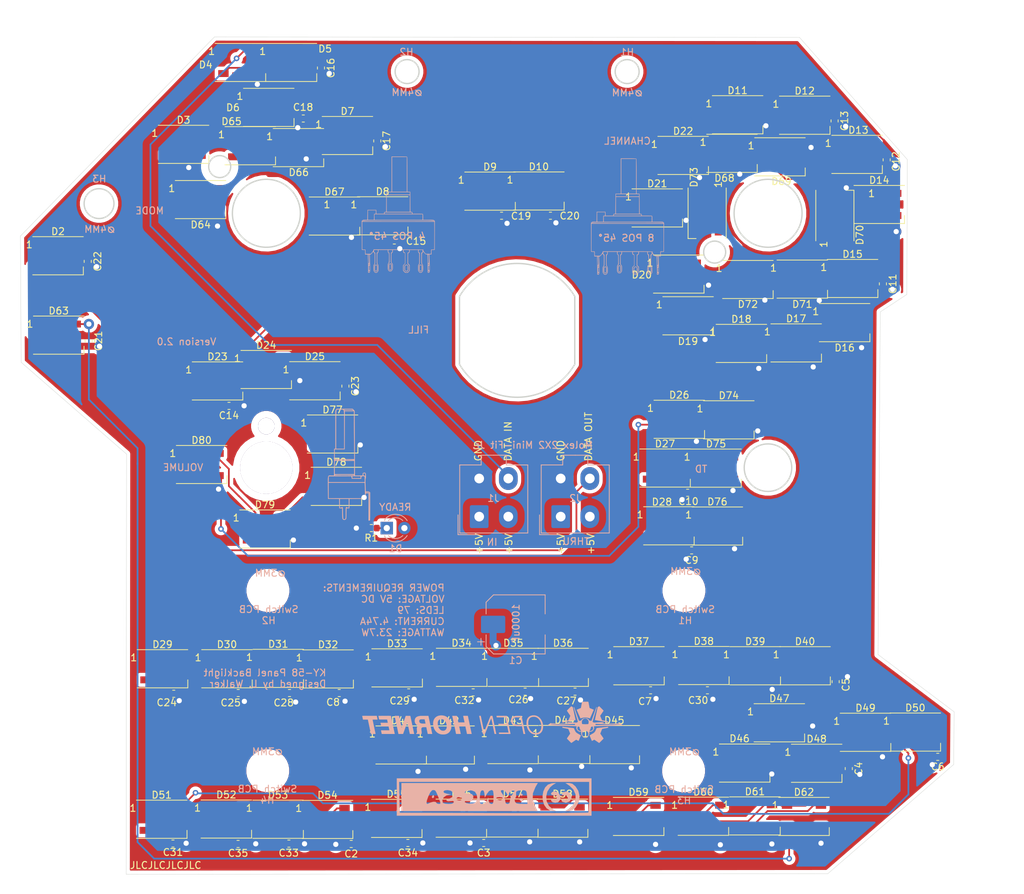
<source format=kicad_pcb>
(kicad_pcb (version 20171130) (host pcbnew "(5.1.6)-1")
  (layers (0 F.Cu signal) (31 B.Cu signal) (34 B.Paste user hide) (35 F.Paste user hide) (36 B.SilkS user hide) (37 F.SilkS user) (38 B.Mask user hide) (39 F.Mask user hide) (44 Edge.Cuts user))
  (net 0 "")
  (net 1 /LED+5V)
  (net 2 "Net-(D1-Pad1)")
  (net 3 /DATAIN)
  (net 4 /LEDGND)
  (net 5 "Net-(D3-Pad2)")
  (net 6 "Net-(D4-Pad2)")
  (net 7 "Net-(D6-Pad2)")
  (net 8 "Net-(D8-Pad2)")
  (net 9 "Net-(D10-Pad4)")
  (net 10 "Net-(D10-Pad2)")
  (net 11 "Net-(D11-Pad2)")
  (net 12 "Net-(D12-Pad2)")
  (net 13 "Net-(D13-Pad2)")
  (net 14 "Net-(D14-Pad2)")
  (net 15 "Net-(D15-Pad2)")
  (net 16 "Net-(D16-Pad2)")
  (net 17 "Net-(D17-Pad2)")
  (net 18 "Net-(D18-Pad2)")
  (net 19 "Net-(D19-Pad2)")
  (net 20 "Net-(D20-Pad2)")
  (net 21 "Net-(D21-Pad2)")
  (net 22 "Net-(D22-Pad2)")
  (net 23 "Net-(D23-Pad2)")
  (net 24 "Net-(D24-Pad2)")
  (net 25 /DATAOUT1)
  (net 26 "Net-(D26-Pad2)")
  (net 27 "Net-(D27-Pad2)")
  (net 28 "Net-(D28-Pad2)")
  (net 29 "Net-(D29-Pad2)")
  (net 30 "Net-(D30-Pad2)")
  (net 31 "Net-(D31-Pad2)")
  (net 32 "Net-(D32-Pad2)")
  (net 33 "Net-(D33-Pad2)")
  (net 34 "Net-(D34-Pad2)")
  (net 35 "Net-(D35-Pad2)")
  (net 36 "Net-(D36-Pad2)")
  (net 37 "Net-(D37-Pad2)")
  (net 38 "Net-(D38-Pad2)")
  (net 39 "Net-(D39-Pad2)")
  (net 40 "Net-(D40-Pad2)")
  (net 41 "Net-(D41-Pad2)")
  (net 42 "Net-(D42-Pad2)")
  (net 43 "Net-(D43-Pad2)")
  (net 44 "Net-(D44-Pad2)")
  (net 45 "Net-(D45-Pad2)")
  (net 46 "Net-(D46-Pad2)")
  (net 47 "Net-(D47-Pad2)")
  (net 48 "Net-(D48-Pad2)")
  (net 49 /DATAOUT2)
  (net 50 "Net-(D50-Pad2)")
  (net 51 "Net-(D51-Pad2)")
  (net 52 "Net-(D52-Pad2)")
  (net 53 "Net-(D53-Pad2)")
  (net 54 "Net-(D54-Pad2)")
  (net 55 "Net-(D55-Pad2)")
  (net 56 "Net-(D56-Pad2)")
  (net 57 "Net-(D57-Pad2)")
  (net 58 "Net-(D58-Pad2)")
  (net 59 "Net-(D59-Pad2)")
  (net 60 "Net-(D60-Pad2)")
  (net 61 "Net-(D61-Pad2)")
  (net 62 "Net-(D62-Pad2)")
  (net 63 /DATAOUT)
  (net 64 "Net-(D67-Pad2)")
  (net 65 "Net-(D23-Pad4)")
  (net 66 "Net-(D64-Pad2)")
  (net 67 "Net-(D66-Pad2)")
  (net 68 "Net-(D68-Pad2)")
  (net 69 "Net-(D69-Pad2)")
  (net 70 "Net-(D70-Pad2)")
  (net 71 "Net-(D71-Pad2)")
  (net 72 "Net-(D2-Pad4)")
  (net 73 "Net-(D3-Pad4)")
  (net 74 "Net-(D6-Pad4)")
  (net 75 "Net-(D67-Pad4)")
  (net 76 "Net-(D25-Pad2)")
  (net 77 "Net-(D72-Pad2)")
  (net 78 "Net-(D27-Pad4)")
  (net 79 "Net-(D28-Pad4)")
  (net 80 "Net-(D77-Pad2)")
  (net 81 "Net-(D78-Pad2)")
  (net 82 "Net-(D79-Pad2)")
  (net 83 "Net-(D26-Pad4)")
  (module MountingHole:MountingHole_3.2mm_M3 (layer F.Cu) (at 175.975 138.025)
    (fp_text reference REF** hide)
    (fp_text value MountingHole_3.2mm_M3)
    (pad "" np_thru_hole circle (at 0 0) (size 3.2 3.2) (drill 3.2) (layers *.Cu *.Mask) (clearance 1.5))
  )
  (module MountingHole:MountingHole_3.2mm_M3 (layer F.Cu) (at 115.975 138)
    (fp_text reference REF** hide)
    (fp_text value MountingHole_3.2mm_M3)
    (pad "" np_thru_hole circle (at 0 0) (size 3.2 3.2) (drill 3.2) (layers *.Cu *.Mask) (clearance 1.5))
  )
  (module MountingHole:MountingHole_3.2mm_M3 (layer F.Cu) (at 176.025 112)
    (fp_text reference REF** hide)
    (fp_text value MountingHole_3.2mm_M3)
    (pad "" np_thru_hole circle (at 0 0) (size 3.2 3.2) (drill 3.2) (layers *.Cu *.Mask) (clearance 1.5))
  )
  (module MountingHole:MountingHole_3.2mm_M3 (layer F.Cu) (at 116 112)
    (fp_text reference REF** hide)
    (fp_text value MountingHole_3.2mm_M3)
    (pad "" np_thru_hole circle (at 0 0) (size 3.2 3.2) (drill 3.2) (layers *.Cu *.Mask) (clearance 1.5))
  )
  (module "OH_Backlighting:A12505RNZQ - SWITCH, ROTARY, 45 DEG" (layer B.Cu) (at 134.825 57.75 180)
    (fp_text reference G*** hide)
    (fp_text value LOGO hide)
  )
  (module OH_Backlighting:BR10K_Pot_Silkscreen (layer B.Cu) (at 127.7 93.85 180)
    (fp_text reference G*** hide)
    (fp_text value LOGO hide)
  )
  (module "OH_Backlighting:A12505RNZQ - SWITCH, ROTARY, 45 DEG" (layer B.Cu) (at 167.9 58.025 180)
    (fp_text reference G*** hide)
    (fp_text value LOGO hide)
  )
  (module OH_General:CC-BY-NC-SA-Small (layer B.Cu) (at 148.725 141.8 180)
    (fp_text reference G*** hide)
    (fp_text value LOGO hide)
  )
  (module OH_General:OH_LOGO_37.7mm_5.9mm (layer B.Cu) (at 148.45 131.025 180)
    (fp_text reference G*** hide)
    (fp_text value LOGO hide)
  )
  (module OH_Backlighting:BR10K_Pot_11mm_x_11mm (layer F.Cu) (at 115.760258 94.278977 180)
    (fp_text reference REF** hide)
    (fp_text value BR10K_Pot_11mm_x_11mm hide)
    (pad "" np_thru_hole circle (at 0 0 180) (size 7.540752 7.540752) (drill 7.54) (layers *.Mask B.Cu) (clearance 3))
    (pad "" np_thru_hole circle (at 0 6 180) (size 2.38125 2.38125) (drill 2.38) (layers *.Cu *.Mask) (clearance 1))
    (pad "" np_thru_hole circle (at 0 0 180) (size 7.540752 7.540752) (drill 7.54) (layers *.Mask F.Cu) (clearance 1))
  )
  (module LED_SMD:LED_WS2812B_PLCC4_5.0x5.0mm_P3.2mm (layer F.Cu) (at 106.425 93.825)
    (fp_text reference D80 (at 0 -3.5) (layer F.SilkS))
    (fp_text value WS2812B)
    (fp_text user 1 (at -4.15 -1.6) (layer F.SilkS))
    (pad 1 smd rect (at -2.45 -1.6) (size 1.5 1) (layers F.Cu F.Paste F.Mask) (net 1 /LED+5V))
    (pad 2 smd rect (at -2.45 1.6) (size 1.5 1) (layers F.Cu F.Paste F.Mask) (net 83 "Net-(D26-Pad4)"))
    (pad 4 smd rect (at 2.45 -1.6) (size 1.5 1) (layers F.Cu F.Paste F.Mask) (net 82 "Net-(D79-Pad2)"))
    (pad 3 smd rect (at 2.45 1.6) (size 1.5 1) (layers F.Cu F.Paste F.Mask) (net 4 /LEDGND))
  )
  (module LED_SMD:LED_WS2812B_PLCC4_5.0x5.0mm_P3.2mm (layer F.Cu) (at 115.575 103.125)
    (fp_text reference D79 (at 0 -3.5) (layer F.SilkS))
    (fp_text value WS2812B)
    (fp_text user 1 (at -4.15 -1.6) (layer F.SilkS))
    (pad 1 smd rect (at -2.45 -1.6) (size 1.5 1) (layers F.Cu F.Paste F.Mask) (net 1 /LED+5V))
    (pad 2 smd rect (at -2.45 1.6) (size 1.5 1) (layers F.Cu F.Paste F.Mask) (net 82 "Net-(D79-Pad2)"))
    (pad 4 smd rect (at 2.45 -1.6) (size 1.5 1) (layers F.Cu F.Paste F.Mask) (net 81 "Net-(D78-Pad2)"))
    (pad 3 smd rect (at 2.45 1.6) (size 1.5 1) (layers F.Cu F.Paste F.Mask) (net 4 /LEDGND))
  )
  (module LED_SMD:LED_WS2812B_PLCC4_5.0x5.0mm_P3.2mm (layer F.Cu) (at 125.875 96.975)
    (fp_text reference D78 (at 0 -3.5) (layer F.SilkS))
    (fp_text value WS2812B)
    (fp_text user 1 (at -4.15 -1.6) (layer F.SilkS))
    (pad 1 smd rect (at -2.45 -1.6) (size 1.5 1) (layers F.Cu F.Paste F.Mask) (net 1 /LED+5V))
    (pad 2 smd rect (at -2.45 1.6) (size 1.5 1) (layers F.Cu F.Paste F.Mask) (net 81 "Net-(D78-Pad2)"))
    (pad 4 smd rect (at 2.45 -1.6) (size 1.5 1) (layers F.Cu F.Paste F.Mask) (net 80 "Net-(D77-Pad2)"))
    (pad 3 smd rect (at 2.45 1.6) (size 1.5 1) (layers F.Cu F.Paste F.Mask) (net 4 /LEDGND))
  )
  (module LED_SMD:LED_WS2812B_PLCC4_5.0x5.0mm_P3.2mm (layer F.Cu) (at 125.325 89.425)
    (fp_text reference D77 (at 0 -3.5) (layer F.SilkS))
    (fp_text value WS2812B)
    (fp_text user 1 (at -4.15 -1.6) (layer F.SilkS))
    (pad 1 smd rect (at -2.45 -1.6) (size 1.5 1) (layers F.Cu F.Paste F.Mask) (net 1 /LED+5V))
    (pad 2 smd rect (at -2.45 1.6) (size 1.5 1) (layers F.Cu F.Paste F.Mask) (net 80 "Net-(D77-Pad2)"))
    (pad 4 smd rect (at 2.45 -1.6) (size 1.5 1) (layers F.Cu F.Paste F.Mask) (net 76 "Net-(D25-Pad2)"))
    (pad 3 smd rect (at 2.45 1.6) (size 1.5 1) (layers F.Cu F.Paste F.Mask) (net 4 /LEDGND))
  )
  (module LED_SMD:LED_WS2812B_PLCC4_5.0x5.0mm_P3.2mm (layer F.Cu) (at 180.85 102.7)
    (fp_text reference D76 (at 0 -3.5) (layer F.SilkS))
    (fp_text value WS2812B)
    (fp_text user 1 (at -4.15 -1.6) (layer F.SilkS))
    (pad 1 smd rect (at -2.45 -1.6) (size 1.5 1) (layers F.Cu F.Paste F.Mask) (net 1 /LED+5V))
    (pad 2 smd rect (at -2.45 1.6) (size 1.5 1) (layers F.Cu F.Paste F.Mask) (net 25 /DATAOUT1))
    (pad 4 smd rect (at 2.45 -1.6) (size 1.5 1) (layers F.Cu F.Paste F.Mask) (net 28 "Net-(D28-Pad2)"))
    (pad 3 smd rect (at 2.45 1.6) (size 1.5 1) (layers F.Cu F.Paste F.Mask) (net 4 /LEDGND))
  )
  (module LED_SMD:LED_WS2812B_PLCC4_5.0x5.0mm_P3.2mm (layer F.Cu) (at 180.65 94.35)
    (fp_text reference D75 (at 0 -3.5) (layer F.SilkS))
    (fp_text value WS2812B)
    (fp_text user 1 (at -4.15 -1.6) (layer F.SilkS))
    (pad 1 smd rect (at -2.45 -1.6) (size 1.5 1) (layers F.Cu F.Paste F.Mask) (net 1 /LED+5V))
    (pad 2 smd rect (at -2.45 1.6) (size 1.5 1) (layers F.Cu F.Paste F.Mask) (net 79 "Net-(D28-Pad4)"))
    (pad 4 smd rect (at 2.45 -1.6) (size 1.5 1) (layers F.Cu F.Paste F.Mask) (net 27 "Net-(D27-Pad2)"))
    (pad 3 smd rect (at 2.45 1.6) (size 1.5 1) (layers F.Cu F.Paste F.Mask) (net 4 /LEDGND))
  )
  (module LED_SMD:LED_WS2812B_PLCC4_5.0x5.0mm_P3.2mm (layer F.Cu) (at 182.5 87.375)
    (fp_text reference D74 (at 0 -3.5) (layer F.SilkS))
    (fp_text value WS2812B)
    (fp_text user 1 (at -4.15 -1.6) (layer F.SilkS))
    (pad 1 smd rect (at -2.45 -1.6) (size 1.5 1) (layers F.Cu F.Paste F.Mask) (net 1 /LED+5V))
    (pad 2 smd rect (at -2.45 1.6) (size 1.5 1) (layers F.Cu F.Paste F.Mask) (net 78 "Net-(D27-Pad4)"))
    (pad 4 smd rect (at 2.45 -1.6) (size 1.5 1) (layers F.Cu F.Paste F.Mask) (net 26 "Net-(D26-Pad2)"))
    (pad 3 smd rect (at 2.45 1.6) (size 1.5 1) (layers F.Cu F.Paste F.Mask) (net 4 /LEDGND))
  )
  (module LED_SMD:LED_WS2812B_PLCC4_5.0x5.0mm_P3.2mm (layer F.Cu) (at 179.375 57.575 270)
    (fp_text reference D73 (at -5.2 1.9 90) (layer F.SilkS))
    (fp_text value WS2812B)
    (fp_text user 1 (at -4.15 -1.6 90) (layer F.SilkS))
    (pad 1 smd rect (at -2.45 -1.6 270) (size 1.5 1) (layers F.Cu F.Paste F.Mask) (net 1 /LED+5V))
    (pad 2 smd rect (at -2.45 1.6 270) (size 1.5 1) (layers F.Cu F.Paste F.Mask) (net 65 "Net-(D23-Pad4)"))
    (pad 4 smd rect (at 2.45 -1.6 270) (size 1.5 1) (layers F.Cu F.Paste F.Mask) (net 77 "Net-(D72-Pad2)"))
    (pad 3 smd rect (at 2.45 1.6 270) (size 1.5 1) (layers F.Cu F.Paste F.Mask) (net 4 /LEDGND))
  )
  (module LED_SMD:LED_WS2812B_PLCC4_5.0x5.0mm_P3.2mm (layer F.Cu) (at 189.875 49.425)
    (fp_text reference D69 (at 0.225 3.55) (layer F.SilkS))
    (fp_text value WS2812B)
    (fp_text user 1 (at -4.15 -1.6) (layer F.SilkS))
    (pad 1 smd rect (at -2.45 -1.6) (size 1.5 1) (layers F.Cu F.Paste F.Mask) (net 1 /LED+5V))
    (pad 2 smd rect (at -2.45 1.6) (size 1.5 1) (layers F.Cu F.Paste F.Mask) (net 69 "Net-(D69-Pad2)"))
    (pad 4 smd rect (at 2.45 -1.6) (size 1.5 1) (layers F.Cu F.Paste F.Mask) (net 68 "Net-(D68-Pad2)"))
    (pad 3 smd rect (at 2.45 1.6) (size 1.5 1) (layers F.Cu F.Paste F.Mask) (net 4 /LEDGND))
  )
  (module LED_SMD:LED_WS2812B_PLCC4_5.0x5.0mm_P3.2mm (layer F.Cu) (at 185.25 67.125)
    (fp_text reference D72 (at 0 3.575) (layer F.SilkS))
    (fp_text value WS2812B)
    (fp_text user 1 (at -4.15 -1.6) (layer F.SilkS))
    (pad 1 smd rect (at -2.45 -1.6) (size 1.5 1) (layers F.Cu F.Paste F.Mask) (net 1 /LED+5V))
    (pad 2 smd rect (at -2.45 1.6) (size 1.5 1) (layers F.Cu F.Paste F.Mask) (net 77 "Net-(D72-Pad2)"))
    (pad 4 smd rect (at 2.45 -1.6) (size 1.5 1) (layers F.Cu F.Paste F.Mask) (net 71 "Net-(D71-Pad2)"))
    (pad 3 smd rect (at 2.45 1.6) (size 1.5 1) (layers F.Cu F.Paste F.Mask) (net 4 /LEDGND))
  )
  (module LED_SMD:LED_WS2812B_PLCC4_5.0x5.0mm_P3.2mm (layer F.Cu) (at 193.1 67.075)
    (fp_text reference D71 (at 0 3.625) (layer F.SilkS))
    (fp_text value WS2812B)
    (fp_text user 1 (at -4.15 -1.6) (layer F.SilkS))
    (pad 1 smd rect (at -2.45 -1.6) (size 1.5 1) (layers F.Cu F.Paste F.Mask) (net 1 /LED+5V))
    (pad 2 smd rect (at -2.45 1.6) (size 1.5 1) (layers F.Cu F.Paste F.Mask) (net 71 "Net-(D71-Pad2)"))
    (pad 4 smd rect (at 2.45 -1.6) (size 1.5 1) (layers F.Cu F.Paste F.Mask) (net 70 "Net-(D70-Pad2)"))
    (pad 3 smd rect (at 2.45 1.6) (size 1.5 1) (layers F.Cu F.Paste F.Mask) (net 4 /LEDGND))
  )
  (module LED_SMD:LED_WS2812B_PLCC4_5.0x5.0mm_P3.2mm (layer F.Cu) (at 197.8 57.9 90)
    (fp_text reference D70 (at -2.8 3.6 90) (layer F.SilkS))
    (fp_text value WS2812B)
    (fp_text user 1 (at -4.15 -1.6 90) (layer F.SilkS))
    (pad 1 smd rect (at -2.45 -1.6 90) (size 1.5 1) (layers F.Cu F.Paste F.Mask) (net 1 /LED+5V))
    (pad 2 smd rect (at -2.45 1.6 90) (size 1.5 1) (layers F.Cu F.Paste F.Mask) (net 70 "Net-(D70-Pad2)"))
    (pad 4 smd rect (at 2.45 -1.6 90) (size 1.5 1) (layers F.Cu F.Paste F.Mask) (net 69 "Net-(D69-Pad2)"))
    (pad 3 smd rect (at 2.45 1.6 90) (size 1.5 1) (layers F.Cu F.Paste F.Mask) (net 4 /LEDGND))
  )
  (module LED_SMD:LED_WS2812B_PLCC4_5.0x5.0mm_P3.2mm (layer F.Cu) (at 182.95 48.925)
    (fp_text reference D68 (at -1.075 3.575) (layer F.SilkS))
    (fp_text value WS2812B)
    (fp_text user 1 (at -4.15 -1.6) (layer F.SilkS))
    (pad 1 smd rect (at -2.45 -1.6) (size 1.5 1) (layers F.Cu F.Paste F.Mask) (net 1 /LED+5V))
    (pad 2 smd rect (at -2.45 1.6) (size 1.5 1) (layers F.Cu F.Paste F.Mask) (net 68 "Net-(D68-Pad2)"))
    (pad 4 smd rect (at 2.45 -1.6) (size 1.5 1) (layers F.Cu F.Paste F.Mask) (net 22 "Net-(D22-Pad2)"))
    (pad 3 smd rect (at 2.45 1.6) (size 1.5 1) (layers F.Cu F.Paste F.Mask) (net 4 /LEDGND))
  )
  (module LED_SMD:LED_WS2812B_PLCC4_5.0x5.0mm_P3.2mm (layer F.Cu) (at 125.6 57.975)
    (fp_text reference D67 (at 0 -3.5) (layer F.SilkS))
    (fp_text value WS2812B)
    (fp_text user 1 (at -1.075 -1.65) (layer F.SilkS))
    (pad 1 smd rect (at -2.45 -1.6) (size 1.5 1) (layers F.Cu F.Paste F.Mask) (net 1 /LED+5V))
    (pad 2 smd rect (at -2.45 1.6) (size 1.5 1) (layers F.Cu F.Paste F.Mask) (net 64 "Net-(D67-Pad2)"))
    (pad 4 smd rect (at 2.45 -1.6) (size 1.5 1) (layers F.Cu F.Paste F.Mask) (net 75 "Net-(D67-Pad4)"))
    (pad 3 smd rect (at 2.45 1.6) (size 1.5 1) (layers F.Cu F.Paste F.Mask) (net 4 /LEDGND))
  )
  (module LED_SMD:LED_WS2812B_PLCC4_5.0x5.0mm_P3.2mm (layer F.Cu) (at 120.4 48.1)
    (fp_text reference D66 (at 0.05 3.575) (layer F.SilkS))
    (fp_text value WS2812B)
    (fp_text user 1 (at -4.15 -1.6) (layer F.SilkS))
    (pad 1 smd rect (at -2.45 -1.6) (size 1.5 1) (layers F.Cu F.Paste F.Mask) (net 1 /LED+5V))
    (pad 2 smd rect (at -2.45 1.6) (size 1.5 1) (layers F.Cu F.Paste F.Mask) (net 67 "Net-(D66-Pad2)"))
    (pad 4 smd rect (at 2.45 -1.6) (size 1.5 1) (layers F.Cu F.Paste F.Mask) (net 7 "Net-(D6-Pad2)"))
    (pad 3 smd rect (at 2.45 1.6) (size 1.5 1) (layers F.Cu F.Paste F.Mask) (net 4 /LEDGND))
  )
  (module LED_SMD:LED_WS2812B_PLCC4_5.0x5.0mm_P3.2mm (layer F.Cu) (at 113.45 47.825)
    (fp_text reference D65 (at -2.7 -3.5) (layer F.SilkS))
    (fp_text value WS2812B)
    (fp_text user 1 (at -4.15 -1.6) (layer F.SilkS))
    (pad 1 smd rect (at -2.45 -1.6) (size 1.5 1) (layers F.Cu F.Paste F.Mask) (net 1 /LED+5V))
    (pad 2 smd rect (at -2.45 1.6) (size 1.5 1) (layers F.Cu F.Paste F.Mask) (net 74 "Net-(D6-Pad4)"))
    (pad 4 smd rect (at 2.45 -1.6) (size 1.5 1) (layers F.Cu F.Paste F.Mask) (net 66 "Net-(D64-Pad2)"))
    (pad 3 smd rect (at 2.45 1.6) (size 1.5 1) (layers F.Cu F.Paste F.Mask) (net 4 /LEDGND))
  )
  (module LED_SMD:LED_WS2812B_PLCC4_5.0x5.0mm_P3.2mm (layer F.Cu) (at 106.275 55.6)
    (fp_text reference D64 (at 0.025 3.625) (layer F.SilkS))
    (fp_text value WS2812B)
    (fp_text user 1 (at -4.15 -1.6) (layer F.SilkS))
    (pad 1 smd rect (at -2.45 -1.6) (size 1.5 1) (layers F.Cu F.Paste F.Mask) (net 1 /LED+5V))
    (pad 2 smd rect (at -2.45 1.6) (size 1.5 1) (layers F.Cu F.Paste F.Mask) (net 66 "Net-(D64-Pad2)"))
    (pad 4 smd rect (at 2.45 -1.6) (size 1.5 1) (layers F.Cu F.Paste F.Mask) (net 5 "Net-(D3-Pad2)"))
    (pad 3 smd rect (at 2.45 1.6) (size 1.5 1) (layers F.Cu F.Paste F.Mask) (net 4 /LEDGND))
  )
  (module Capacitor_SMD:C_0603_1608Metric (layer F.Cu) (at 199.81 137.6975 270)
    (fp_text reference C4 (at 0 -1.43 90) (layer F.SilkS))
    (fp_text value C)
    (pad 2 smd roundrect (at 0.7875 0 270) (size 0.875 0.95) (layers F.Cu F.Paste F.Mask) (net 4 /LEDGND))
    (pad 1 smd roundrect (at -0.7875 0 270) (size 0.875 0.95) (layers F.Cu F.Paste F.Mask) (net 1 /LED+5V))
  )
  (module Capacitor_SMD:C_0603_1608Metric (layer F.Cu) (at 197.765 44.2475 270)
    (fp_text reference C13 (at 0 -1.43 90) (layer F.SilkS))
    (fp_text value C)
    (pad 2 smd roundrect (at 0.7875 0 270) (size 0.875 0.95) (layers F.Cu F.Paste F.Mask) (net 4 /LEDGND))
    (pad 1 smd roundrect (at -0.7875 0 270) (size 0.875 0.95) (layers F.Cu F.Paste F.Mask) (net 1 /LED+5V))
  )
  (module Capacitor_SMD:C_0603_1608Metric (layer F.Cu) (at 136.1925 148.43)
    (fp_text reference C34 (at 0 1.42) (layer F.SilkS))
    (fp_text value C)
    (pad 2 smd roundrect (at 0.7875 0) (size 0.875 0.95) (layers F.Cu F.Paste F.Mask) (net 4 /LEDGND))
    (pad 1 smd roundrect (at -0.7875 0) (size 0.875 0.95) (layers F.Cu F.Paste F.Mask) (net 1 /LED+5V))
  )
  (module Capacitor_SMD:C_0603_1608Metric (layer F.Cu) (at 119.0225 148.53)
    (fp_text reference C33 (at -0.0225 1.345) (layer F.SilkS))
    (fp_text value C)
    (pad 2 smd roundrect (at 0.7875 0) (size 0.875 0.95) (layers F.Cu F.Paste F.Mask) (net 4 /LEDGND))
    (pad 1 smd roundrect (at -0.7875 0) (size 0.875 0.95) (layers F.Cu F.Paste F.Mask) (net 1 /LED+5V))
  )
  (module Capacitor_SMD:C_0603_1608Metric (layer F.Cu) (at 102.2925 148.52)
    (fp_text reference C31 (at 0.0075 1.255) (layer F.SilkS))
    (fp_text value C)
    (pad 2 smd roundrect (at 0.7875 0) (size 0.875 0.95) (layers F.Cu F.Paste F.Mask) (net 4 /LEDGND))
    (pad 1 smd roundrect (at -0.7875 0) (size 0.875 0.95) (layers F.Cu F.Paste F.Mask) (net 1 /LED+5V))
  )
  (module Capacitor_SMD:C_0603_1608Metric (layer F.Cu) (at 111.6925 148.57)
    (fp_text reference C35 (at 0 1.33) (layer F.SilkS))
    (fp_text value C)
    (pad 2 smd roundrect (at 0.7875 0) (size 0.875 0.95) (layers F.Cu F.Paste F.Mask) (net 4 /LEDGND))
    (pad 1 smd roundrect (at -0.7875 0) (size 0.875 0.95) (layers F.Cu F.Paste F.Mask) (net 1 /LED+5V))
  )
  (module Resistor_SMD:R_0603_1608Metric (layer F.Cu) (at 130.912 102.997 180)
    (fp_text reference R1 (at 0 -1.43) (layer F.SilkS))
    (fp_text value R)
    (pad 2 smd roundrect (at 0.7875 0 180) (size 0.875 0.95) (layers F.Cu F.Paste F.Mask) (net 4 /LEDGND))
    (pad 1 smd roundrect (at -0.7875 0 180) (size 0.875 0.95) (layers F.Cu F.Paste F.Mask) (net 2 "Net-(D1-Pad1)"))
  )
  (module Connector_Molex:Molex_Mini-Fit_Jr_5566-04A_2x02_P4.20mm_Vertical (layer B.Cu) (at 158.242 101.343)
    (fp_text reference J2 (at 2.108 -2.643) (layer B.SilkS) (effects (justify mirror)))
    (fp_text value Conn_01x04_Female)
    (pad 4 thru_hole oval (at 4.2 -5.5) (size 2.7 3.3) (drill 1.4) (layers *.Cu *.Mask) (net 63 /DATAOUT))
    (pad 3 thru_hole oval (at 0 -5.5) (size 2.7 3.3) (drill 1.4) (layers *.Cu *.Mask) (net 4 /LEDGND))
    (pad 2 thru_hole oval (at 4.2 0) (size 2.7 3.3) (drill 1.4) (layers *.Cu *.Mask) (net 1 /LED+5V))
    (pad 1 thru_hole roundrect (at 0 0) (size 2.7 3.3) (drill 1.4) (layers *.Cu *.Mask) (roundrect_rratio 0.09259299999999999) (net 1 /LED+5V))
  )
  (module Connector_Molex:Molex_Mini-Fit_Jr_5566-04A_2x02_P4.20mm_Vertical (layer B.Cu) (at 146.482 101.343)
    (fp_text reference J1 (at 2.043 -2.643) (layer B.SilkS) (effects (justify mirror)))
    (fp_text value Conn_01x04_Female)
    (pad 4 thru_hole oval (at 4.2 -5.5) (size 2.7 3.3) (drill 1.4) (layers *.Cu *.Mask) (net 3 /DATAIN))
    (pad 3 thru_hole oval (at 0 -5.5) (size 2.7 3.3) (drill 1.4) (layers *.Cu *.Mask) (net 4 /LEDGND))
    (pad 2 thru_hole oval (at 4.2 0) (size 2.7 3.3) (drill 1.4) (layers *.Cu *.Mask) (net 1 /LED+5V))
    (pad 1 thru_hole roundrect (at 0 0) (size 2.7 3.3) (drill 1.4) (layers *.Cu *.Mask) (roundrect_rratio 0.09259299999999999) (net 1 /LED+5V))
  )
  (module Capacitor_SMD:C_0603_1608Metric (layer F.Cu) (at 145.6125 126.7)
    (fp_text reference C32 (at -1.2625 1.15) (layer F.SilkS))
    (fp_text value C)
    (pad 2 smd roundrect (at 0.7875 0) (size 0.875 0.95) (layers F.Cu F.Paste F.Mask) (net 4 /LEDGND))
    (pad 1 smd roundrect (at -0.7875 0) (size 0.875 0.95) (layers F.Cu F.Paste F.Mask) (net 1 /LED+5V))
  )
  (module Capacitor_SMD:C_0603_1608Metric (layer F.Cu) (at 179.4125 126.4)
    (fp_text reference C30 (at -1.3375 1.45) (layer F.SilkS))
    (fp_text value C)
    (pad 2 smd roundrect (at 0.7875 0) (size 0.875 0.95) (layers F.Cu F.Paste F.Mask) (net 4 /LEDGND))
    (pad 1 smd roundrect (at -0.7875 0) (size 0.875 0.95) (layers F.Cu F.Paste F.Mask) (net 1 /LED+5V))
  )
  (module Capacitor_SMD:C_0603_1608Metric (layer F.Cu) (at 136.3125 126.7)
    (fp_text reference C29 (at -1.3125 1.225) (layer F.SilkS))
    (fp_text value C)
    (pad 2 smd roundrect (at 0.7875 0) (size 0.875 0.95) (layers F.Cu F.Paste F.Mask) (net 4 /LEDGND))
    (pad 1 smd roundrect (at -0.7875 0) (size 0.875 0.95) (layers F.Cu F.Paste F.Mask) (net 1 /LED+5V))
  )
  (module Capacitor_SMD:C_0603_1608Metric (layer F.Cu) (at 119.1125 126.8)
    (fp_text reference C28 (at -0.8375 1.4) (layer F.SilkS))
    (fp_text value C)
    (pad 2 smd roundrect (at 0.7875 0) (size 0.875 0.95) (layers F.Cu F.Paste F.Mask) (net 4 /LEDGND))
    (pad 1 smd roundrect (at -0.7875 0) (size 0.875 0.95) (layers F.Cu F.Paste F.Mask) (net 1 /LED+5V))
  )
  (module Capacitor_SMD:C_0603_1608Metric (layer F.Cu) (at 160.3125 126.6)
    (fp_text reference C27 (at -1.2375 1.325) (layer F.SilkS))
    (fp_text value C)
    (pad 2 smd roundrect (at 0.7875 0) (size 0.875 0.95) (layers F.Cu F.Paste F.Mask) (net 4 /LEDGND))
    (pad 1 smd roundrect (at -0.7875 0) (size 0.875 0.95) (layers F.Cu F.Paste F.Mask) (net 1 /LED+5V))
  )
  (module Capacitor_SMD:C_0603_1608Metric (layer F.Cu) (at 153.1125 126.6)
    (fp_text reference C26 (at -0.9625 1.15) (layer F.SilkS))
    (fp_text value C)
    (pad 2 smd roundrect (at 0.7875 0) (size 0.875 0.95) (layers F.Cu F.Paste F.Mask) (net 4 /LEDGND))
    (pad 1 smd roundrect (at -0.7875 0) (size 0.875 0.95) (layers F.Cu F.Paste F.Mask) (net 1 /LED+5V))
  )
  (module Capacitor_SMD:C_0603_1608Metric (layer F.Cu) (at 111.7125 126.8)
    (fp_text reference C25 (at -1.0875 1.4) (layer F.SilkS))
    (fp_text value C)
    (pad 2 smd roundrect (at 0.7875 0) (size 0.875 0.95) (layers F.Cu F.Paste F.Mask) (net 4 /LEDGND))
    (pad 1 smd roundrect (at -0.7875 0) (size 0.875 0.95) (layers F.Cu F.Paste F.Mask) (net 1 /LED+5V))
  )
  (module Capacitor_SMD:C_0603_1608Metric (layer F.Cu) (at 102.4125 126.9)
    (fp_text reference C24 (at -1.0125 1.275) (layer F.SilkS))
    (fp_text value C)
    (pad 2 smd roundrect (at 0.7875 0) (size 0.875 0.95) (layers F.Cu F.Paste F.Mask) (net 4 /LEDGND))
    (pad 1 smd roundrect (at -0.7875 0) (size 0.875 0.95) (layers F.Cu F.Paste F.Mask) (net 1 /LED+5V))
  )
  (module Capacitor_SMD:C_0603_1608Metric (layer F.Cu) (at 127.175 82.5125 270)
    (fp_text reference C23 (at 0 -1.43 90) (layer F.SilkS))
    (fp_text value C)
    (pad 2 smd roundrect (at 0.7875 0 270) (size 0.875 0.95) (layers F.Cu F.Paste F.Mask) (net 4 /LEDGND))
    (pad 1 smd roundrect (at -0.7875 0 270) (size 0.875 0.95) (layers F.Cu F.Paste F.Mask) (net 1 /LED+5V))
  )
  (module Capacitor_SMD:C_0603_1608Metric (layer F.Cu) (at 90 64.5125 270)
    (fp_text reference C22 (at 0 -1.43 90) (layer F.SilkS))
    (fp_text value C)
    (pad 2 smd roundrect (at 0.7875 0 270) (size 0.875 0.95) (layers F.Cu F.Paste F.Mask) (net 4 /LEDGND))
    (pad 1 smd roundrect (at -0.7875 0 270) (size 0.875 0.95) (layers F.Cu F.Paste F.Mask) (net 1 /LED+5V))
  )
  (module Capacitor_SMD:C_0603_1608Metric (layer F.Cu) (at 90.125 75.9875 270)
    (fp_text reference C21 (at 0 -1.43 90) (layer F.SilkS))
    (fp_text value C)
    (pad 2 smd roundrect (at 0.7875 0 270) (size 0.875 0.95) (layers F.Cu F.Paste F.Mask) (net 4 /LEDGND))
    (pad 1 smd roundrect (at -0.7875 0 270) (size 0.875 0.95) (layers F.Cu F.Paste F.Mask) (net 1 /LED+5V))
  )
  (module Capacitor_SMD:C_0603_1608Metric (layer F.Cu) (at 156.7625 57.925)
    (fp_text reference C20 (at 2.7875 0.025) (layer F.SilkS))
    (fp_text value C)
    (pad 2 smd roundrect (at 0.7875 0) (size 0.875 0.95) (layers F.Cu F.Paste F.Mask) (net 4 /LEDGND))
    (pad 1 smd roundrect (at -0.7875 0) (size 0.875 0.95) (layers F.Cu F.Paste F.Mask) (net 1 /LED+5V))
  )
  (module Capacitor_SMD:C_0603_1608Metric (layer F.Cu) (at 149.7125 57.925)
    (fp_text reference C19 (at 2.8125 0.05) (layer F.SilkS))
    (fp_text value C)
    (pad 2 smd roundrect (at 0.7875 0) (size 0.875 0.95) (layers F.Cu F.Paste F.Mask) (net 4 /LEDGND))
    (pad 1 smd roundrect (at -0.7875 0) (size 0.875 0.95) (layers F.Cu F.Paste F.Mask) (net 1 /LED+5V))
  )
  (module Capacitor_SMD:C_0603_1608Metric (layer F.Cu) (at 121.1 43.9 180)
    (fp_text reference C18 (at 0.025 1.625) (layer F.SilkS))
    (fp_text value C)
    (pad 2 smd roundrect (at 0.7875 0 180) (size 0.875 0.95) (layers F.Cu F.Paste F.Mask) (net 4 /LEDGND))
    (pad 1 smd roundrect (at -0.7875 0 180) (size 0.875 0.95) (layers F.Cu F.Paste F.Mask) (net 1 /LED+5V))
  )
  (module Capacitor_SMD:C_0603_1608Metric (layer F.Cu) (at 131.775 47.1375 270)
    (fp_text reference C17 (at 0 -1.35 90) (layer F.SilkS))
    (fp_text value C)
    (pad 2 smd roundrect (at 0.7875 0 270) (size 0.875 0.95) (layers F.Cu F.Paste F.Mask) (net 4 /LEDGND))
    (pad 1 smd roundrect (at -0.7875 0 270) (size 0.875 0.95) (layers F.Cu F.Paste F.Mask) (net 1 /LED+5V))
  )
  (module Capacitor_SMD:C_0603_1608Metric (layer F.Cu) (at 123.65 36.6125 270)
    (fp_text reference C16 (at 0 -1.43 90) (layer F.SilkS))
    (fp_text value C)
    (pad 2 smd roundrect (at 0.7875 0 270) (size 0.875 0.95) (layers F.Cu F.Paste F.Mask) (net 4 /LEDGND))
    (pad 1 smd roundrect (at -0.7875 0 270) (size 0.875 0.95) (layers F.Cu F.Paste F.Mask) (net 1 /LED+5V))
  )
  (module Capacitor_SMD:C_0603_1608Metric (layer F.Cu) (at 134.2375 61.5)
    (fp_text reference C15 (at 3.1375 0.1) (layer F.SilkS))
    (fp_text value C)
    (pad 2 smd roundrect (at 0.7875 0) (size 0.875 0.95) (layers F.Cu F.Paste F.Mask) (net 4 /LEDGND))
    (pad 1 smd roundrect (at -0.7875 0) (size 0.875 0.95) (layers F.Cu F.Paste F.Mask) (net 1 /LED+5V))
  )
  (module Capacitor_SMD:C_0603_1608Metric (layer F.Cu) (at 110.3825 85.36)
    (fp_text reference C14 (at -0.0075 1.39) (layer F.SilkS))
    (fp_text value C)
    (pad 2 smd roundrect (at 0.7875 0) (size 0.875 0.95) (layers F.Cu F.Paste F.Mask) (net 4 /LEDGND))
    (pad 1 smd roundrect (at -0.7875 0) (size 0.875 0.95) (layers F.Cu F.Paste F.Mask) (net 1 /LED+5V))
  )
  (module Capacitor_SMD:C_0603_1608Metric (layer F.Cu) (at 205.28 49.8625 270)
    (fp_text reference C12 (at 0.2375 -1.345 90) (layer F.SilkS))
    (fp_text value C)
    (pad 2 smd roundrect (at 0.7875 0 270) (size 0.875 0.95) (layers F.Cu F.Paste F.Mask) (net 4 /LEDGND))
    (pad 1 smd roundrect (at -0.7875 0 270) (size 0.875 0.95) (layers F.Cu F.Paste F.Mask) (net 1 /LED+5V))
  )
  (module Capacitor_SMD:C_0603_1608Metric (layer F.Cu) (at 204.73 67.7575 270)
    (fp_text reference C11 (at 0 -1.43 90) (layer F.SilkS))
    (fp_text value C)
    (pad 2 smd roundrect (at 0.7875 0 270) (size 0.875 0.95) (layers F.Cu F.Paste F.Mask) (net 4 /LEDGND))
    (pad 1 smd roundrect (at -0.7875 0 270) (size 0.875 0.95) (layers F.Cu F.Paste F.Mask) (net 1 /LED+5V))
  )
  (module Capacitor_SMD:C_0603_1608Metric (layer F.Cu) (at 176.5625 97.9 180)
    (fp_text reference C10 (at -0.1125 -1.25) (layer F.SilkS))
    (fp_text value C)
    (pad 2 smd roundrect (at 0.7875 0 180) (size 0.875 0.95) (layers F.Cu F.Paste F.Mask) (net 4 /LEDGND))
    (pad 1 smd roundrect (at -0.7875 0 180) (size 0.875 0.95) (layers F.Cu F.Paste F.Mask) (net 1 /LED+5V))
  )
  (module Capacitor_SMD:C_0603_1608Metric (layer F.Cu) (at 177.1375 106.21 180)
    (fp_text reference C9 (at 0 -1.43) (layer F.SilkS))
    (fp_text value C)
    (pad 2 smd roundrect (at 0.7875 0 180) (size 0.875 0.95) (layers F.Cu F.Paste F.Mask) (net 4 /LEDGND))
    (pad 1 smd roundrect (at -0.7875 0 180) (size 0.875 0.95) (layers F.Cu F.Paste F.Mask) (net 1 /LED+5V))
  )
  (module Capacitor_SMD:C_0603_1608Metric (layer F.Cu) (at 126.2875 126.8)
    (fp_text reference C8 (at -0.8875 1.325) (layer F.SilkS))
    (fp_text value C)
    (pad 2 smd roundrect (at 0.7875 0) (size 0.875 0.95) (layers F.Cu F.Paste F.Mask) (net 4 /LEDGND))
    (pad 1 smd roundrect (at -0.7875 0) (size 0.875 0.95) (layers F.Cu F.Paste F.Mask) (net 1 /LED+5V))
  )
  (module Capacitor_SMD:C_0603_1608Metric (layer F.Cu) (at 171.2125 126.4)
    (fp_text reference C7 (at -0.8125 1.6) (layer F.SilkS))
    (fp_text value C)
    (pad 2 smd roundrect (at 0.7875 0) (size 0.875 0.95) (layers F.Cu F.Paste F.Mask) (net 4 /LEDGND))
    (pad 1 smd roundrect (at -0.7875 0) (size 0.875 0.95) (layers F.Cu F.Paste F.Mask) (net 1 /LED+5V))
  )
  (module Capacitor_SMD:C_0603_1608Metric (layer F.Cu) (at 212.6475 136 180)
    (fp_text reference C6 (at 0 -1.43) (layer F.SilkS))
    (fp_text value C)
    (pad 2 smd roundrect (at 0.7875 0 180) (size 0.875 0.95) (layers F.Cu F.Paste F.Mask) (net 4 /LEDGND))
    (pad 1 smd roundrect (at -0.7875 0 180) (size 0.875 0.95) (layers F.Cu F.Paste F.Mask) (net 1 /LED+5V))
  )
  (module Capacitor_SMD:C_0603_1608Metric (layer F.Cu) (at 197.917 125.161 90)
    (fp_text reference C5 (at -0.439 1.483 90) (layer F.SilkS))
    (fp_text value C)
    (pad 2 smd roundrect (at 0.7875 0 90) (size 0.875 0.95) (layers F.Cu F.Paste F.Mask) (net 4 /LEDGND))
    (pad 1 smd roundrect (at -0.7875 0 90) (size 0.875 0.95) (layers F.Cu F.Paste F.Mask) (net 1 /LED+5V))
  )
  (module Capacitor_SMD:C_0603_1608Metric (layer F.Cu) (at 147.1375 148.43 180)
    (fp_text reference C3 (at 0 -1.43) (layer F.SilkS))
    (fp_text value C)
    (pad 2 smd roundrect (at 0.7875 0 180) (size 0.875 0.95) (layers F.Cu F.Paste F.Mask) (net 4 /LEDGND))
    (pad 1 smd roundrect (at -0.7875 0 180) (size 0.875 0.95) (layers F.Cu F.Paste F.Mask) (net 1 /LED+5V))
  )
  (module Capacitor_SMD:C_0603_1608Metric (layer F.Cu) (at 128.0175 148.57 180)
    (fp_text reference C2 (at 0 -1.43) (layer F.SilkS))
    (fp_text value C)
    (pad 2 smd roundrect (at 0.7875 0 180) (size 0.875 0.95) (layers F.Cu F.Paste F.Mask) (net 4 /LEDGND))
    (pad 1 smd roundrect (at -0.7875 0 180) (size 0.875 0.95) (layers F.Cu F.Paste F.Mask) (net 1 /LED+5V))
  )
  (module Capacitor_SMD:CP_Elec_8x10 (layer B.Cu) (at 151.741 116.891)
    (fp_text reference C1 (at 0 5.2) (layer B.SilkS) (effects (justify mirror)))
    (fp_text value C_Polarized)
    (pad 2 smd roundrect (at 3.25 0) (size 3.5 2.5) (layers B.Cu B.Paste B.Mask) (roundrect_rratio 0.1) (net 4 /LEDGND))
    (pad 1 smd roundrect (at -3.25 0) (size 3.5 2.5) (layers B.Cu B.Paste B.Mask) (roundrect_rratio 0.1) (net 1 /LED+5V))
  )
  (module LED_SMD:LED_WS2812B_PLCC4_5.0x5.0mm_P3.2mm (layer F.Cu) (at 85.8128 75.1584)
    (fp_text reference D63 (at 0 -3.5) (layer F.SilkS))
    (fp_text value WS2812B)
    (fp_text user 1 (at -4.15 -1.6) (layer F.SilkS))
    (pad 1 smd rect (at -2.45 -1.6) (size 1.5 1) (layers F.Cu F.Paste F.Mask) (net 1 /LED+5V))
    (pad 2 smd rect (at -2.45 1.6) (size 1.5 1) (layers F.Cu F.Paste F.Mask) (net 72 "Net-(D2-Pad4)"))
    (pad 4 smd rect (at 2.45 -1.6) (size 1.5 1) (layers F.Cu F.Paste F.Mask) (net 62 "Net-(D62-Pad2)"))
    (pad 3 smd rect (at 2.45 1.6) (size 1.5 1) (layers F.Cu F.Paste F.Mask) (net 4 /LEDGND))
  )
  (module LED_THT:LED_D3.0mm (layer B.Cu) (at 133.147 102.997)
    (fp_text reference D1 (at 1.27 2.96) (layer B.SilkS) (effects (justify mirror)))
    (fp_text value LED)
    (pad 2 thru_hole circle (at 2.54 0) (size 1.8 1.8) (drill 0.9) (layers *.Cu *.Mask) (net 1 /LED+5V))
    (pad 1 thru_hole rect (at 0 0) (size 1.8 1.8) (drill 0.9) (layers *.Cu *.Mask) (net 2 "Net-(D1-Pad1)"))
  )
  (module LED_SMD:LED_WS2812B_PLCC4_5.0x5.0mm_P3.2mm (layer F.Cu) (at 193.345 144.602)
    (fp_text reference D62 (at 0 -3.5) (layer F.SilkS))
    (fp_text value WS2812B)
    (fp_text user 1 (at -4.15 -1.6) (layer F.SilkS))
    (pad 1 smd rect (at -2.45 -1.6) (size 1.5 1) (layers F.Cu F.Paste F.Mask) (net 1 /LED+5V))
    (pad 2 smd rect (at -2.45 1.6) (size 1.5 1) (layers F.Cu F.Paste F.Mask) (net 62 "Net-(D62-Pad2)"))
    (pad 4 smd rect (at 2.45 -1.6) (size 1.5 1) (layers F.Cu F.Paste F.Mask) (net 61 "Net-(D61-Pad2)"))
    (pad 3 smd rect (at 2.45 1.6) (size 1.5 1) (layers F.Cu F.Paste F.Mask) (net 4 /LEDGND))
  )
  (module LED_SMD:LED_WS2812B_PLCC4_5.0x5.0mm_P3.2mm (layer F.Cu) (at 186.27 144.526)
    (fp_text reference D61 (at 0 -3.5) (layer F.SilkS))
    (fp_text value WS2812B)
    (fp_text user 1 (at -4.15 -1.6) (layer F.SilkS))
    (pad 1 smd rect (at -2.45 -1.6) (size 1.5 1) (layers F.Cu F.Paste F.Mask) (net 1 /LED+5V))
    (pad 2 smd rect (at -2.45 1.6) (size 1.5 1) (layers F.Cu F.Paste F.Mask) (net 61 "Net-(D61-Pad2)"))
    (pad 4 smd rect (at 2.45 -1.6) (size 1.5 1) (layers F.Cu F.Paste F.Mask) (net 60 "Net-(D60-Pad2)"))
    (pad 3 smd rect (at 2.45 1.6) (size 1.5 1) (layers F.Cu F.Paste F.Mask) (net 4 /LEDGND))
  )
  (module LED_SMD:LED_WS2812B_PLCC4_5.0x5.0mm_P3.2mm (layer F.Cu) (at 178.828 144.577)
    (fp_text reference D60 (at 0 -3.5) (layer F.SilkS))
    (fp_text value WS2812B)
    (fp_text user 1 (at -4.15 -1.6) (layer F.SilkS))
    (pad 1 smd rect (at -2.45 -1.6) (size 1.5 1) (layers F.Cu F.Paste F.Mask) (net 1 /LED+5V))
    (pad 2 smd rect (at -2.45 1.6) (size 1.5 1) (layers F.Cu F.Paste F.Mask) (net 60 "Net-(D60-Pad2)"))
    (pad 4 smd rect (at 2.45 -1.6) (size 1.5 1) (layers F.Cu F.Paste F.Mask) (net 59 "Net-(D59-Pad2)"))
    (pad 3 smd rect (at 2.45 1.6) (size 1.5 1) (layers F.Cu F.Paste F.Mask) (net 4 /LEDGND))
  )
  (module LED_SMD:LED_WS2812B_PLCC4_5.0x5.0mm_P3.2mm (layer F.Cu) (at 169.48 144.602)
    (fp_text reference D59 (at 0 -3.5) (layer F.SilkS))
    (fp_text value WS2812B)
    (fp_text user 1 (at -4.15 -1.6) (layer F.SilkS))
    (pad 1 smd rect (at -2.45 -1.6) (size 1.5 1) (layers F.Cu F.Paste F.Mask) (net 1 /LED+5V))
    (pad 2 smd rect (at -2.45 1.6) (size 1.5 1) (layers F.Cu F.Paste F.Mask) (net 59 "Net-(D59-Pad2)"))
    (pad 4 smd rect (at 2.45 -1.6) (size 1.5 1) (layers F.Cu F.Paste F.Mask) (net 58 "Net-(D58-Pad2)"))
    (pad 3 smd rect (at 2.45 1.6) (size 1.5 1) (layers F.Cu F.Paste F.Mask) (net 4 /LEDGND))
  )
  (module LED_SMD:LED_WS2812B_PLCC4_5.0x5.0mm_P3.2mm (layer F.Cu) (at 158.51 144.856)
    (fp_text reference D58 (at 0 -3.5) (layer F.SilkS))
    (fp_text value WS2812B)
    (fp_text user 1 (at -4.15 -1.6) (layer F.SilkS))
    (pad 1 smd rect (at -2.45 -1.6) (size 1.5 1) (layers F.Cu F.Paste F.Mask) (net 1 /LED+5V))
    (pad 2 smd rect (at -2.45 1.6) (size 1.5 1) (layers F.Cu F.Paste F.Mask) (net 58 "Net-(D58-Pad2)"))
    (pad 4 smd rect (at 2.45 -1.6) (size 1.5 1) (layers F.Cu F.Paste F.Mask) (net 57 "Net-(D57-Pad2)"))
    (pad 3 smd rect (at 2.45 1.6) (size 1.5 1) (layers F.Cu F.Paste F.Mask) (net 4 /LEDGND))
  )
  (module LED_SMD:LED_WS2812B_PLCC4_5.0x5.0mm_P3.2mm (layer F.Cu) (at 151.322 144.831)
    (fp_text reference D57 (at 0 -3.5) (layer F.SilkS))
    (fp_text value WS2812B)
    (fp_text user 1 (at -4.15 -1.6) (layer F.SilkS))
    (pad 1 smd rect (at -2.45 -1.6) (size 1.5 1) (layers F.Cu F.Paste F.Mask) (net 1 /LED+5V))
    (pad 2 smd rect (at -2.45 1.6) (size 1.5 1) (layers F.Cu F.Paste F.Mask) (net 57 "Net-(D57-Pad2)"))
    (pad 4 smd rect (at 2.45 -1.6) (size 1.5 1) (layers F.Cu F.Paste F.Mask) (net 56 "Net-(D56-Pad2)"))
    (pad 3 smd rect (at 2.45 1.6) (size 1.5 1) (layers F.Cu F.Paste F.Mask) (net 4 /LEDGND))
  )
  (module LED_SMD:LED_WS2812B_PLCC4_5.0x5.0mm_P3.2mm (layer F.Cu) (at 143.903 144.856)
    (fp_text reference D56 (at 0 -3.5) (layer F.SilkS))
    (fp_text value WS2812B)
    (fp_text user 1 (at -4.15 -1.6) (layer F.SilkS))
    (pad 1 smd rect (at -2.45 -1.6) (size 1.5 1) (layers F.Cu F.Paste F.Mask) (net 1 /LED+5V))
    (pad 2 smd rect (at -2.45 1.6) (size 1.5 1) (layers F.Cu F.Paste F.Mask) (net 56 "Net-(D56-Pad2)"))
    (pad 4 smd rect (at 2.45 -1.6) (size 1.5 1) (layers F.Cu F.Paste F.Mask) (net 55 "Net-(D55-Pad2)"))
    (pad 3 smd rect (at 2.45 1.6) (size 1.5 1) (layers F.Cu F.Paste F.Mask) (net 4 /LEDGND))
  )
  (module LED_SMD:LED_WS2812B_PLCC4_5.0x5.0mm_P3.2mm (layer F.Cu) (at 134.581 144.881)
    (fp_text reference D55 (at 0 -3.5) (layer F.SilkS))
    (fp_text value WS2812B)
    (fp_text user 1 (at -4.15 -1.6) (layer F.SilkS))
    (pad 1 smd rect (at -2.45 -1.6) (size 1.5 1) (layers F.Cu F.Paste F.Mask) (net 1 /LED+5V))
    (pad 2 smd rect (at -2.45 1.6) (size 1.5 1) (layers F.Cu F.Paste F.Mask) (net 55 "Net-(D55-Pad2)"))
    (pad 4 smd rect (at 2.45 -1.6) (size 1.5 1) (layers F.Cu F.Paste F.Mask) (net 54 "Net-(D54-Pad2)"))
    (pad 3 smd rect (at 2.45 1.6) (size 1.5 1) (layers F.Cu F.Paste F.Mask) (net 4 /LEDGND))
  )
  (module LED_SMD:LED_WS2812B_PLCC4_5.0x5.0mm_P3.2mm (layer F.Cu) (at 124.599 145.034)
    (fp_text reference D54 (at 0 -3.5) (layer F.SilkS))
    (fp_text value WS2812B)
    (fp_text user 1 (at -4.15 -1.6) (layer F.SilkS))
    (pad 1 smd rect (at -2.45 -1.6) (size 1.5 1) (layers F.Cu F.Paste F.Mask) (net 1 /LED+5V))
    (pad 2 smd rect (at -2.45 1.6) (size 1.5 1) (layers F.Cu F.Paste F.Mask) (net 54 "Net-(D54-Pad2)"))
    (pad 4 smd rect (at 2.45 -1.6) (size 1.5 1) (layers F.Cu F.Paste F.Mask) (net 53 "Net-(D53-Pad2)"))
    (pad 3 smd rect (at 2.45 1.6) (size 1.5 1) (layers F.Cu F.Paste F.Mask) (net 4 /LEDGND))
  )
  (module LED_SMD:LED_WS2812B_PLCC4_5.0x5.0mm_P3.2mm (layer F.Cu) (at 117.461 145.008)
    (fp_text reference D53 (at 0 -3.5) (layer F.SilkS))
    (fp_text value WS2812B)
    (fp_text user 1 (at -4.15 -1.6) (layer F.SilkS))
    (pad 1 smd rect (at -2.45 -1.6) (size 1.5 1) (layers F.Cu F.Paste F.Mask) (net 1 /LED+5V))
    (pad 2 smd rect (at -2.45 1.6) (size 1.5 1) (layers F.Cu F.Paste F.Mask) (net 53 "Net-(D53-Pad2)"))
    (pad 4 smd rect (at 2.45 -1.6) (size 1.5 1) (layers F.Cu F.Paste F.Mask) (net 52 "Net-(D52-Pad2)"))
    (pad 3 smd rect (at 2.45 1.6) (size 1.5 1) (layers F.Cu F.Paste F.Mask) (net 4 /LEDGND))
  )
  (module LED_SMD:LED_WS2812B_PLCC4_5.0x5.0mm_P3.2mm (layer F.Cu) (at 109.994 144.983)
    (fp_text reference D52 (at 0 -3.5) (layer F.SilkS))
    (fp_text value WS2812B)
    (fp_text user 1 (at -4.15 -1.6) (layer F.SilkS))
    (pad 1 smd rect (at -2.45 -1.6) (size 1.5 1) (layers F.Cu F.Paste F.Mask) (net 1 /LED+5V))
    (pad 2 smd rect (at -2.45 1.6) (size 1.5 1) (layers F.Cu F.Paste F.Mask) (net 52 "Net-(D52-Pad2)"))
    (pad 4 smd rect (at 2.45 -1.6) (size 1.5 1) (layers F.Cu F.Paste F.Mask) (net 51 "Net-(D51-Pad2)"))
    (pad 3 smd rect (at 2.45 1.6) (size 1.5 1) (layers F.Cu F.Paste F.Mask) (net 4 /LEDGND))
  )
  (module LED_SMD:LED_WS2812B_PLCC4_5.0x5.0mm_P3.2mm (layer F.Cu) (at 100.674 145.009)
    (fp_text reference D51 (at 0 -3.5) (layer F.SilkS))
    (fp_text value WS2812B)
    (fp_text user 1 (at -4.15 -1.6) (layer F.SilkS))
    (pad 1 smd rect (at -2.45 -1.6) (size 1.5 1) (layers F.Cu F.Paste F.Mask) (net 1 /LED+5V))
    (pad 2 smd rect (at -2.45 1.6) (size 1.5 1) (layers F.Cu F.Paste F.Mask) (net 51 "Net-(D51-Pad2)"))
    (pad 4 smd rect (at 2.45 -1.6) (size 1.5 1) (layers F.Cu F.Paste F.Mask) (net 50 "Net-(D50-Pad2)"))
    (pad 3 smd rect (at 2.45 1.6) (size 1.5 1) (layers F.Cu F.Paste F.Mask) (net 4 /LEDGND))
  )
  (module LED_SMD:LED_WS2812B_PLCC4_5.0x5.0mm_P3.2mm (layer F.Cu) (at 209.409 132.435)
    (fp_text reference D50 (at 0 -3.5) (layer F.SilkS))
    (fp_text value WS2812B)
    (fp_text user 1 (at -4.15 -1.6) (layer F.SilkS))
    (pad 1 smd rect (at -2.45 -1.6) (size 1.5 1) (layers F.Cu F.Paste F.Mask) (net 1 /LED+5V))
    (pad 2 smd rect (at -2.45 1.6) (size 1.5 1) (layers F.Cu F.Paste F.Mask) (net 50 "Net-(D50-Pad2)"))
    (pad 4 smd rect (at 2.45 -1.6) (size 1.5 1) (layers F.Cu F.Paste F.Mask) (net 49 /DATAOUT2))
    (pad 3 smd rect (at 2.45 1.6) (size 1.5 1) (layers F.Cu F.Paste F.Mask) (net 4 /LEDGND))
  )
  (module LED_SMD:LED_WS2812B_PLCC4_5.0x5.0mm_P3.2mm (layer F.Cu) (at 202.223 132.461)
    (fp_text reference D49 (at 0 -3.5) (layer F.SilkS))
    (fp_text value WS2812B)
    (fp_text user 1 (at -4.15 -1.6) (layer F.SilkS))
    (pad 1 smd rect (at -2.45 -1.6) (size 1.5 1) (layers F.Cu F.Paste F.Mask) (net 1 /LED+5V))
    (pad 2 smd rect (at -2.45 1.6) (size 1.5 1) (layers F.Cu F.Paste F.Mask) (net 49 /DATAOUT2))
    (pad 4 smd rect (at 2.45 -1.6) (size 1.5 1) (layers F.Cu F.Paste F.Mask) (net 48 "Net-(D48-Pad2)"))
    (pad 3 smd rect (at 2.45 1.6) (size 1.5 1) (layers F.Cu F.Paste F.Mask) (net 4 /LEDGND))
  )
  (module LED_SMD:LED_WS2812B_PLCC4_5.0x5.0mm_P3.2mm (layer F.Cu) (at 195.174 136.931)
    (fp_text reference D48 (at 0 -3.5) (layer F.SilkS))
    (fp_text value WS2812B)
    (fp_text user 1 (at -4.15 -1.6) (layer F.SilkS))
    (pad 1 smd rect (at -2.45 -1.6) (size 1.5 1) (layers F.Cu F.Paste F.Mask) (net 1 /LED+5V))
    (pad 2 smd rect (at -2.45 1.6) (size 1.5 1) (layers F.Cu F.Paste F.Mask) (net 48 "Net-(D48-Pad2)"))
    (pad 4 smd rect (at 2.45 -1.6) (size 1.5 1) (layers F.Cu F.Paste F.Mask) (net 47 "Net-(D47-Pad2)"))
    (pad 3 smd rect (at 2.45 1.6) (size 1.5 1) (layers F.Cu F.Paste F.Mask) (net 4 /LEDGND))
  )
  (module LED_SMD:LED_WS2812B_PLCC4_5.0x5.0mm_P3.2mm (layer F.Cu) (at 189.789 131.089)
    (fp_text reference D47 (at 0 -3.5) (layer F.SilkS))
    (fp_text value WS2812B)
    (fp_text user 1 (at -4.15 -1.6) (layer F.SilkS))
    (pad 1 smd rect (at -2.45 -1.6) (size 1.5 1) (layers F.Cu F.Paste F.Mask) (net 1 /LED+5V))
    (pad 2 smd rect (at -2.45 1.6) (size 1.5 1) (layers F.Cu F.Paste F.Mask) (net 47 "Net-(D47-Pad2)"))
    (pad 4 smd rect (at 2.45 -1.6) (size 1.5 1) (layers F.Cu F.Paste F.Mask) (net 46 "Net-(D46-Pad2)"))
    (pad 3 smd rect (at 2.45 1.6) (size 1.5 1) (layers F.Cu F.Paste F.Mask) (net 4 /LEDGND))
  )
  (module LED_SMD:LED_WS2812B_PLCC4_5.0x5.0mm_P3.2mm (layer F.Cu) (at 184.785 136.906)
    (fp_text reference D46 (at -0.735 -3.531) (layer F.SilkS))
    (fp_text value WS2812B)
    (fp_text user 1 (at -4.15 -1.6) (layer F.SilkS))
    (pad 1 smd rect (at -2.45 -1.6) (size 1.5 1) (layers F.Cu F.Paste F.Mask) (net 1 /LED+5V))
    (pad 2 smd rect (at -2.45 1.6) (size 1.5 1) (layers F.Cu F.Paste F.Mask) (net 46 "Net-(D46-Pad2)"))
    (pad 4 smd rect (at 2.45 -1.6) (size 1.5 1) (layers F.Cu F.Paste F.Mask) (net 45 "Net-(D45-Pad2)"))
    (pad 3 smd rect (at 2.45 1.6) (size 1.5 1) (layers F.Cu F.Paste F.Mask) (net 4 /LEDGND))
  )
  (module LED_SMD:LED_WS2812B_PLCC4_5.0x5.0mm_P3.2mm (layer F.Cu) (at 165.975 134.239)
    (fp_text reference D45 (at 0 -3.5) (layer F.SilkS))
    (fp_text value WS2812B)
    (fp_text user 1 (at -4.15 -1.6) (layer F.SilkS))
    (pad 1 smd rect (at -2.45 -1.6) (size 1.5 1) (layers F.Cu F.Paste F.Mask) (net 1 /LED+5V))
    (pad 2 smd rect (at -2.45 1.6) (size 1.5 1) (layers F.Cu F.Paste F.Mask) (net 45 "Net-(D45-Pad2)"))
    (pad 4 smd rect (at 2.45 -1.6) (size 1.5 1) (layers F.Cu F.Paste F.Mask) (net 44 "Net-(D44-Pad2)"))
    (pad 3 smd rect (at 2.45 1.6) (size 1.5 1) (layers F.Cu F.Paste F.Mask) (net 4 /LEDGND))
  )
  (module LED_SMD:LED_WS2812B_PLCC4_5.0x5.0mm_P3.2mm (layer F.Cu) (at 158.801 134.214)
    (fp_text reference D44 (at 0 -3.5) (layer F.SilkS))
    (fp_text value WS2812B)
    (fp_text user 1 (at -4.15 -1.6) (layer F.SilkS))
    (pad 1 smd rect (at -2.45 -1.6) (size 1.5 1) (layers F.Cu F.Paste F.Mask) (net 1 /LED+5V))
    (pad 2 smd rect (at -2.45 1.6) (size 1.5 1) (layers F.Cu F.Paste F.Mask) (net 44 "Net-(D44-Pad2)"))
    (pad 4 smd rect (at 2.45 -1.6) (size 1.5 1) (layers F.Cu F.Paste F.Mask) (net 43 "Net-(D43-Pad2)"))
    (pad 3 smd rect (at 2.45 1.6) (size 1.5 1) (layers F.Cu F.Paste F.Mask) (net 4 /LEDGND))
  )
  (module LED_SMD:LED_WS2812B_PLCC4_5.0x5.0mm_P3.2mm (layer F.Cu) (at 151.359 134.239)
    (fp_text reference D43 (at 0 -3.5) (layer F.SilkS))
    (fp_text value WS2812B)
    (fp_text user 1 (at -4.15 -1.6) (layer F.SilkS))
    (pad 1 smd rect (at -2.45 -1.6) (size 1.5 1) (layers F.Cu F.Paste F.Mask) (net 1 /LED+5V))
    (pad 2 smd rect (at -2.45 1.6) (size 1.5 1) (layers F.Cu F.Paste F.Mask) (net 43 "Net-(D43-Pad2)"))
    (pad 4 smd rect (at 2.45 -1.6) (size 1.5 1) (layers F.Cu F.Paste F.Mask) (net 42 "Net-(D42-Pad2)"))
    (pad 3 smd rect (at 2.45 1.6) (size 1.5 1) (layers F.Cu F.Paste F.Mask) (net 4 /LEDGND))
  )
  (module LED_SMD:LED_WS2812B_PLCC4_5.0x5.0mm_P3.2mm (layer F.Cu) (at 142.138 134.29)
    (fp_text reference D42 (at 0 -3.5) (layer F.SilkS))
    (fp_text value WS2812B)
    (fp_text user 1 (at -4.15 -1.6) (layer F.SilkS))
    (pad 1 smd rect (at -2.45 -1.6) (size 1.5 1) (layers F.Cu F.Paste F.Mask) (net 1 /LED+5V))
    (pad 2 smd rect (at -2.45 1.6) (size 1.5 1) (layers F.Cu F.Paste F.Mask) (net 42 "Net-(D42-Pad2)"))
    (pad 4 smd rect (at 2.45 -1.6) (size 1.5 1) (layers F.Cu F.Paste F.Mask) (net 41 "Net-(D41-Pad2)"))
    (pad 3 smd rect (at 2.45 1.6) (size 1.5 1) (layers F.Cu F.Paste F.Mask) (net 4 /LEDGND))
  )
  (module LED_SMD:LED_WS2812B_PLCC4_5.0x5.0mm_P3.2mm (layer F.Cu) (at 135.216 134.29)
    (fp_text reference D41 (at 0 -3.5) (layer F.SilkS))
    (fp_text value WS2812B)
    (fp_text user 1 (at -4.15 -1.6) (layer F.SilkS))
    (pad 1 smd rect (at -2.45 -1.6) (size 1.5 1) (layers F.Cu F.Paste F.Mask) (net 1 /LED+5V))
    (pad 2 smd rect (at -2.45 1.6) (size 1.5 1) (layers F.Cu F.Paste F.Mask) (net 41 "Net-(D41-Pad2)"))
    (pad 4 smd rect (at 2.45 -1.6) (size 1.5 1) (layers F.Cu F.Paste F.Mask) (net 40 "Net-(D40-Pad2)"))
    (pad 3 smd rect (at 2.45 1.6) (size 1.5 1) (layers F.Cu F.Paste F.Mask) (net 4 /LEDGND))
  )
  (module LED_SMD:LED_WS2812B_PLCC4_5.0x5.0mm_P3.2mm (layer F.Cu) (at 193.497 122.86)
    (fp_text reference D40 (at 0 -3.5) (layer F.SilkS))
    (fp_text value WS2812B)
    (fp_text user 1 (at -4.15 -1.6) (layer F.SilkS))
    (pad 1 smd rect (at -2.45 -1.6) (size 1.5 1) (layers F.Cu F.Paste F.Mask) (net 1 /LED+5V))
    (pad 2 smd rect (at -2.45 1.6) (size 1.5 1) (layers F.Cu F.Paste F.Mask) (net 40 "Net-(D40-Pad2)"))
    (pad 4 smd rect (at 2.45 -1.6) (size 1.5 1) (layers F.Cu F.Paste F.Mask) (net 39 "Net-(D39-Pad2)"))
    (pad 3 smd rect (at 2.45 1.6) (size 1.5 1) (layers F.Cu F.Paste F.Mask) (net 4 /LEDGND))
  )
  (module LED_SMD:LED_WS2812B_PLCC4_5.0x5.0mm_P3.2mm (layer F.Cu) (at 186.309 122.86)
    (fp_text reference D39 (at 0 -3.5) (layer F.SilkS))
    (fp_text value WS2812B)
    (fp_text user 1 (at -4.15 -1.6) (layer F.SilkS))
    (pad 1 smd rect (at -2.45 -1.6) (size 1.5 1) (layers F.Cu F.Paste F.Mask) (net 1 /LED+5V))
    (pad 2 smd rect (at -2.45 1.6) (size 1.5 1) (layers F.Cu F.Paste F.Mask) (net 39 "Net-(D39-Pad2)"))
    (pad 4 smd rect (at 2.45 -1.6) (size 1.5 1) (layers F.Cu F.Paste F.Mask) (net 38 "Net-(D38-Pad2)"))
    (pad 3 smd rect (at 2.45 1.6) (size 1.5 1) (layers F.Cu F.Paste F.Mask) (net 4 /LEDGND))
  )
  (module LED_SMD:LED_WS2812B_PLCC4_5.0x5.0mm_P3.2mm (layer F.Cu) (at 178.892 122.834)
    (fp_text reference D38 (at 0 -3.5) (layer F.SilkS))
    (fp_text value WS2812B)
    (fp_text user 1 (at -4.15 -1.6) (layer F.SilkS))
    (pad 1 smd rect (at -2.45 -1.6) (size 1.5 1) (layers F.Cu F.Paste F.Mask) (net 1 /LED+5V))
    (pad 2 smd rect (at -2.45 1.6) (size 1.5 1) (layers F.Cu F.Paste F.Mask) (net 38 "Net-(D38-Pad2)"))
    (pad 4 smd rect (at 2.45 -1.6) (size 1.5 1) (layers F.Cu F.Paste F.Mask) (net 37 "Net-(D37-Pad2)"))
    (pad 3 smd rect (at 2.45 1.6) (size 1.5 1) (layers F.Cu F.Paste F.Mask) (net 4 /LEDGND))
  )
  (module LED_SMD:LED_WS2812B_PLCC4_5.0x5.0mm_P3.2mm (layer F.Cu) (at 169.531 122.86)
    (fp_text reference D37 (at 0 -3.5) (layer F.SilkS))
    (fp_text value WS2812B)
    (fp_text user 1 (at -4.15 -1.6) (layer F.SilkS))
    (pad 1 smd rect (at -2.45 -1.6) (size 1.5 1) (layers F.Cu F.Paste F.Mask) (net 1 /LED+5V))
    (pad 2 smd rect (at -2.45 1.6) (size 1.5 1) (layers F.Cu F.Paste F.Mask) (net 37 "Net-(D37-Pad2)"))
    (pad 4 smd rect (at 2.45 -1.6) (size 1.5 1) (layers F.Cu F.Paste F.Mask) (net 36 "Net-(D36-Pad2)"))
    (pad 3 smd rect (at 2.45 1.6) (size 1.5 1) (layers F.Cu F.Paste F.Mask) (net 4 /LEDGND))
  )
  (module LED_SMD:LED_WS2812B_PLCC4_5.0x5.0mm_P3.2mm (layer F.Cu) (at 158.584 123.088)
    (fp_text reference D36 (at 0 -3.5) (layer F.SilkS))
    (fp_text value WS2812B)
    (fp_text user 1 (at -4.15 -1.6) (layer F.SilkS))
    (pad 1 smd rect (at -2.45 -1.6) (size 1.5 1) (layers F.Cu F.Paste F.Mask) (net 1 /LED+5V))
    (pad 2 smd rect (at -2.45 1.6) (size 1.5 1) (layers F.Cu F.Paste F.Mask) (net 36 "Net-(D36-Pad2)"))
    (pad 4 smd rect (at 2.45 -1.6) (size 1.5 1) (layers F.Cu F.Paste F.Mask) (net 35 "Net-(D35-Pad2)"))
    (pad 3 smd rect (at 2.45 1.6) (size 1.5 1) (layers F.Cu F.Paste F.Mask) (net 4 /LEDGND))
  )
  (module LED_SMD:LED_WS2812B_PLCC4_5.0x5.0mm_P3.2mm (layer F.Cu) (at 151.409 123.088)
    (fp_text reference D35 (at 0 -3.5) (layer F.SilkS))
    (fp_text value WS2812B)
    (fp_text user 1 (at -4.15 -1.6) (layer F.SilkS))
    (pad 1 smd rect (at -2.45 -1.6) (size 1.5 1) (layers F.Cu F.Paste F.Mask) (net 1 /LED+5V))
    (pad 2 smd rect (at -2.45 1.6) (size 1.5 1) (layers F.Cu F.Paste F.Mask) (net 35 "Net-(D35-Pad2)"))
    (pad 4 smd rect (at 2.45 -1.6) (size 1.5 1) (layers F.Cu F.Paste F.Mask) (net 34 "Net-(D34-Pad2)"))
    (pad 3 smd rect (at 2.45 1.6) (size 1.5 1) (layers F.Cu F.Paste F.Mask) (net 4 /LEDGND))
  )
  (module LED_SMD:LED_WS2812B_PLCC4_5.0x5.0mm_P3.2mm (layer F.Cu) (at 143.942 123.088)
    (fp_text reference D34 (at 0 -3.5) (layer F.SilkS))
    (fp_text value WS2812B)
    (fp_text user 1 (at -4.15 -1.6) (layer F.SilkS))
    (pad 1 smd rect (at -2.45 -1.6) (size 1.5 1) (layers F.Cu F.Paste F.Mask) (net 1 /LED+5V))
    (pad 2 smd rect (at -2.45 1.6) (size 1.5 1) (layers F.Cu F.Paste F.Mask) (net 34 "Net-(D34-Pad2)"))
    (pad 4 smd rect (at 2.45 -1.6) (size 1.5 1) (layers F.Cu F.Paste F.Mask) (net 33 "Net-(D33-Pad2)"))
    (pad 3 smd rect (at 2.45 1.6) (size 1.5 1) (layers F.Cu F.Paste F.Mask) (net 4 /LEDGND))
  )
  (module LED_SMD:LED_WS2812B_PLCC4_5.0x5.0mm_P3.2mm (layer F.Cu) (at 134.634 123.164)
    (fp_text reference D33 (at 0 -3.5) (layer F.SilkS))
    (fp_text value WS2812B)
    (fp_text user 1 (at -4.15 -1.6) (layer F.SilkS))
    (pad 1 smd rect (at -2.45 -1.6) (size 1.5 1) (layers F.Cu F.Paste F.Mask) (net 1 /LED+5V))
    (pad 2 smd rect (at -2.45 1.6) (size 1.5 1) (layers F.Cu F.Paste F.Mask) (net 33 "Net-(D33-Pad2)"))
    (pad 4 smd rect (at 2.45 -1.6) (size 1.5 1) (layers F.Cu F.Paste F.Mask) (net 32 "Net-(D32-Pad2)"))
    (pad 3 smd rect (at 2.45 1.6) (size 1.5 1) (layers F.Cu F.Paste F.Mask) (net 4 /LEDGND))
  )
  (module LED_SMD:LED_WS2812B_PLCC4_5.0x5.0mm_P3.2mm (layer F.Cu) (at 124.677 123.317)
    (fp_text reference D32 (at 0 -3.5) (layer F.SilkS))
    (fp_text value WS2812B)
    (fp_text user 1 (at -4.15 -1.6) (layer F.SilkS))
    (pad 1 smd rect (at -2.45 -1.6) (size 1.5 1) (layers F.Cu F.Paste F.Mask) (net 1 /LED+5V))
    (pad 2 smd rect (at -2.45 1.6) (size 1.5 1) (layers F.Cu F.Paste F.Mask) (net 32 "Net-(D32-Pad2)"))
    (pad 4 smd rect (at 2.45 -1.6) (size 1.5 1) (layers F.Cu F.Paste F.Mask) (net 31 "Net-(D31-Pad2)"))
    (pad 3 smd rect (at 2.45 1.6) (size 1.5 1) (layers F.Cu F.Paste F.Mask) (net 4 /LEDGND))
  )
  (module LED_SMD:LED_WS2812B_PLCC4_5.0x5.0mm_P3.2mm (layer F.Cu) (at 117.489 123.241)
    (fp_text reference D31 (at 0 -3.5) (layer F.SilkS))
    (fp_text value WS2812B)
    (fp_text user 1 (at -4.15 -1.6) (layer F.SilkS))
    (pad 1 smd rect (at -2.45 -1.6) (size 1.5 1) (layers F.Cu F.Paste F.Mask) (net 1 /LED+5V))
    (pad 2 smd rect (at -2.45 1.6) (size 1.5 1) (layers F.Cu F.Paste F.Mask) (net 31 "Net-(D31-Pad2)"))
    (pad 4 smd rect (at 2.45 -1.6) (size 1.5 1) (layers F.Cu F.Paste F.Mask) (net 30 "Net-(D30-Pad2)"))
    (pad 3 smd rect (at 2.45 1.6) (size 1.5 1) (layers F.Cu F.Paste F.Mask) (net 4 /LEDGND))
  )
  (module LED_SMD:LED_WS2812B_PLCC4_5.0x5.0mm_P3.2mm (layer F.Cu) (at 110.084 123.292)
    (fp_text reference D30 (at 0 -3.5) (layer F.SilkS))
    (fp_text value WS2812B)
    (fp_text user 1 (at -4.15 -1.6) (layer F.SilkS))
    (pad 1 smd rect (at -2.45 -1.6) (size 1.5 1) (layers F.Cu F.Paste F.Mask) (net 1 /LED+5V))
    (pad 2 smd rect (at -2.45 1.6) (size 1.5 1) (layers F.Cu F.Paste F.Mask) (net 30 "Net-(D30-Pad2)"))
    (pad 4 smd rect (at 2.45 -1.6) (size 1.5 1) (layers F.Cu F.Paste F.Mask) (net 29 "Net-(D29-Pad2)"))
    (pad 3 smd rect (at 2.45 1.6) (size 1.5 1) (layers F.Cu F.Paste F.Mask) (net 4 /LEDGND))
  )
  (module LED_SMD:LED_WS2812B_PLCC4_5.0x5.0mm_P3.2mm (layer F.Cu) (at 100.787 123.292)
    (fp_text reference D29 (at 0 -3.5) (layer F.SilkS))
    (fp_text value WS2812B)
    (fp_text user 1 (at -4.15 -1.6) (layer F.SilkS))
    (pad 1 smd rect (at -2.45 -1.6) (size 1.5 1) (layers F.Cu F.Paste F.Mask) (net 1 /LED+5V))
    (pad 2 smd rect (at -2.45 1.6) (size 1.5 1) (layers F.Cu F.Paste F.Mask) (net 29 "Net-(D29-Pad2)"))
    (pad 4 smd rect (at 2.45 -1.6) (size 1.5 1) (layers F.Cu F.Paste F.Mask) (net 25 /DATAOUT1))
    (pad 3 smd rect (at 2.45 1.6) (size 1.5 1) (layers F.Cu F.Paste F.Mask) (net 4 /LEDGND))
  )
  (module LED_SMD:LED_WS2812B_PLCC4_5.0x5.0mm_P3.2mm (layer F.Cu) (at 173.851 102.667)
    (fp_text reference D28 (at -1.001 -3.442) (layer F.SilkS))
    (fp_text value WS2812B)
    (fp_text user 1 (at -4.15 -1.6) (layer F.SilkS))
    (pad 1 smd rect (at -2.45 -1.6) (size 1.5 1) (layers F.Cu F.Paste F.Mask) (net 1 /LED+5V))
    (pad 2 smd rect (at -2.45 1.6) (size 1.5 1) (layers F.Cu F.Paste F.Mask) (net 28 "Net-(D28-Pad2)"))
    (pad 4 smd rect (at 2.45 -1.6) (size 1.5 1) (layers F.Cu F.Paste F.Mask) (net 79 "Net-(D28-Pad4)"))
    (pad 3 smd rect (at 2.45 1.6) (size 1.5 1) (layers F.Cu F.Paste F.Mask) (net 4 /LEDGND))
  )
  (module LED_SMD:LED_WS2812B_PLCC4_5.0x5.0mm_P3.2mm (layer F.Cu) (at 173.293 94.3354)
    (fp_text reference D27 (at 0 -3.5) (layer F.SilkS))
    (fp_text value WS2812B)
    (fp_text user 1 (at -4.15 -1.6) (layer F.SilkS))
    (pad 1 smd rect (at -2.45 -1.6) (size 1.5 1) (layers F.Cu F.Paste F.Mask) (net 1 /LED+5V))
    (pad 2 smd rect (at -2.45 1.6) (size 1.5 1) (layers F.Cu F.Paste F.Mask) (net 27 "Net-(D27-Pad2)"))
    (pad 4 smd rect (at 2.45 -1.6) (size 1.5 1) (layers F.Cu F.Paste F.Mask) (net 78 "Net-(D27-Pad4)"))
    (pad 3 smd rect (at 2.45 1.6) (size 1.5 1) (layers F.Cu F.Paste F.Mask) (net 4 /LEDGND))
  )
  (module LED_SMD:LED_WS2812B_PLCC4_5.0x5.0mm_P3.2mm (layer F.Cu) (at 175.35 87.2996)
    (fp_text reference D26 (at 0 -3.5) (layer F.SilkS))
    (fp_text value WS2812B)
    (fp_text user 1 (at -4.15 -1.6) (layer F.SilkS))
    (pad 1 smd rect (at -2.45 -1.6) (size 1.5 1) (layers F.Cu F.Paste F.Mask) (net 1 /LED+5V))
    (pad 2 smd rect (at -2.45 1.6) (size 1.5 1) (layers F.Cu F.Paste F.Mask) (net 26 "Net-(D26-Pad2)"))
    (pad 4 smd rect (at 2.45 -1.6) (size 1.5 1) (layers F.Cu F.Paste F.Mask) (net 83 "Net-(D26-Pad4)"))
    (pad 3 smd rect (at 2.45 1.6) (size 1.5 1) (layers F.Cu F.Paste F.Mask) (net 4 /LEDGND))
  )
  (module LED_SMD:LED_WS2812B_PLCC4_5.0x5.0mm_P3.2mm (layer F.Cu) (at 122.772 81.737)
    (fp_text reference D25 (at 0 -3.5) (layer F.SilkS))
    (fp_text value WS2812B)
    (fp_text user 1 (at -4.15 -1.6) (layer F.SilkS))
    (pad 1 smd rect (at -2.45 -1.6) (size 1.5 1) (layers F.Cu F.Paste F.Mask) (net 1 /LED+5V))
    (pad 2 smd rect (at -2.45 1.6) (size 1.5 1) (layers F.Cu F.Paste F.Mask) (net 76 "Net-(D25-Pad2)"))
    (pad 4 smd rect (at 2.45 -1.6) (size 1.5 1) (layers F.Cu F.Paste F.Mask) (net 24 "Net-(D24-Pad2)"))
    (pad 3 smd rect (at 2.45 1.6) (size 1.5 1) (layers F.Cu F.Paste F.Mask) (net 4 /LEDGND))
  )
  (module LED_SMD:LED_WS2812B_PLCC4_5.0x5.0mm_P3.2mm (layer F.Cu) (at 115.748 80.1116)
    (fp_text reference D24 (at 0 -3.5) (layer F.SilkS))
    (fp_text value WS2812B)
    (fp_text user 1 (at -4.15 -1.6) (layer F.SilkS))
    (pad 1 smd rect (at -2.45 -1.6) (size 1.5 1) (layers F.Cu F.Paste F.Mask) (net 1 /LED+5V))
    (pad 2 smd rect (at -2.45 1.6) (size 1.5 1) (layers F.Cu F.Paste F.Mask) (net 24 "Net-(D24-Pad2)"))
    (pad 4 smd rect (at 2.45 -1.6) (size 1.5 1) (layers F.Cu F.Paste F.Mask) (net 23 "Net-(D23-Pad2)"))
    (pad 3 smd rect (at 2.45 1.6) (size 1.5 1) (layers F.Cu F.Paste F.Mask) (net 4 /LEDGND))
  )
  (module LED_SMD:LED_WS2812B_PLCC4_5.0x5.0mm_P3.2mm (layer F.Cu) (at 108.724 81.7624)
    (fp_text reference D23 (at 0 -3.5) (layer F.SilkS))
    (fp_text value WS2812B)
    (fp_text user 1 (at -4.15 -1.6) (layer F.SilkS))
    (pad 1 smd rect (at -2.45 -1.6) (size 1.5 1) (layers F.Cu F.Paste F.Mask) (net 1 /LED+5V))
    (pad 2 smd rect (at -2.45 1.6) (size 1.5 1) (layers F.Cu F.Paste F.Mask) (net 23 "Net-(D23-Pad2)"))
    (pad 4 smd rect (at 2.45 -1.6) (size 1.5 1) (layers F.Cu F.Paste F.Mask) (net 65 "Net-(D23-Pad4)"))
    (pad 3 smd rect (at 2.45 1.6) (size 1.5 1) (layers F.Cu F.Paste F.Mask) (net 4 /LEDGND))
  )
  (module LED_SMD:LED_WS2812B_PLCC4_5.0x5.0mm_P3.2mm (layer F.Cu) (at 175.909 49.225)
    (fp_text reference D22 (at 0 -3.5) (layer F.SilkS))
    (fp_text value WS2812B)
    (fp_text user 1 (at -4.15 -1.6) (layer F.SilkS))
    (pad 1 smd rect (at -2.45 -1.6) (size 1.5 1) (layers F.Cu F.Paste F.Mask) (net 1 /LED+5V))
    (pad 2 smd rect (at -2.45 1.6) (size 1.5 1) (layers F.Cu F.Paste F.Mask) (net 22 "Net-(D22-Pad2)"))
    (pad 4 smd rect (at 2.45 -1.6) (size 1.5 1) (layers F.Cu F.Paste F.Mask) (net 21 "Net-(D21-Pad2)"))
    (pad 3 smd rect (at 2.45 1.6) (size 1.5 1) (layers F.Cu F.Paste F.Mask) (net 4 /LEDGND))
  )
  (module LED_SMD:LED_WS2812B_PLCC4_5.0x5.0mm_P3.2mm (layer F.Cu) (at 172.174 56.7994)
    (fp_text reference D21 (at 0 -3.5) (layer F.SilkS))
    (fp_text value WS2812B)
    (fp_text user 1 (at -4.15 -1.6) (layer F.SilkS))
    (pad 1 smd rect (at -2.45 -1.6) (size 1.5 1) (layers F.Cu F.Paste F.Mask) (net 1 /LED+5V))
    (pad 2 smd rect (at -2.45 1.6) (size 1.5 1) (layers F.Cu F.Paste F.Mask) (net 21 "Net-(D21-Pad2)"))
    (pad 4 smd rect (at 2.45 -1.6) (size 1.5 1) (layers F.Cu F.Paste F.Mask) (net 20 "Net-(D20-Pad2)"))
    (pad 3 smd rect (at 2.45 1.6) (size 1.5 1) (layers F.Cu F.Paste F.Mask) (net 4 /LEDGND))
  )
  (module LED_SMD:LED_WS2812B_PLCC4_5.0x5.0mm_P3.2mm (layer F.Cu) (at 175.275 66.35)
    (fp_text reference D20 (at -5.33 0.1136) (layer F.SilkS))
    (fp_text value WS2812B)
    (fp_text user 1 (at -4.15 -1.6) (layer F.SilkS))
    (pad 1 smd rect (at -2.45 -1.6) (size 1.5 1) (layers F.Cu F.Paste F.Mask) (net 1 /LED+5V))
    (pad 2 smd rect (at -2.45 1.6) (size 1.5 1) (layers F.Cu F.Paste F.Mask) (net 20 "Net-(D20-Pad2)"))
    (pad 4 smd rect (at 2.45 -1.6) (size 1.5 1) (layers F.Cu F.Paste F.Mask) (net 19 "Net-(D19-Pad2)"))
    (pad 3 smd rect (at 2.45 1.6) (size 1.5 1) (layers F.Cu F.Paste F.Mask) (net 4 /LEDGND))
  )
  (module LED_SMD:LED_WS2812B_PLCC4_5.0x5.0mm_P3.2mm (layer F.Cu) (at 176.62 72.3644)
    (fp_text reference D19 (at -0.0138 3.6832) (layer F.SilkS))
    (fp_text value WS2812B)
    (fp_text user 1 (at -4.15 -1.6) (layer F.SilkS))
    (pad 1 smd rect (at -2.45 -1.6) (size 1.5 1) (layers F.Cu F.Paste F.Mask) (net 1 /LED+5V))
    (pad 2 smd rect (at -2.45 1.6) (size 1.5 1) (layers F.Cu F.Paste F.Mask) (net 19 "Net-(D19-Pad2)"))
    (pad 4 smd rect (at 2.45 -1.6) (size 1.5 1) (layers F.Cu F.Paste F.Mask) (net 18 "Net-(D18-Pad2)"))
    (pad 3 smd rect (at 2.45 1.6) (size 1.5 1) (layers F.Cu F.Paste F.Mask) (net 4 /LEDGND))
  )
  (module LED_SMD:LED_WS2812B_PLCC4_5.0x5.0mm_P3.2mm (layer F.Cu) (at 184.314 76.3522)
    (fp_text reference D18 (at 0 -3.5) (layer F.SilkS))
    (fp_text value WS2812B)
    (fp_text user 1 (at -4.15 -1.6) (layer F.SilkS))
    (pad 1 smd rect (at -2.45 -1.6) (size 1.5 1) (layers F.Cu F.Paste F.Mask) (net 1 /LED+5V))
    (pad 2 smd rect (at -2.45 1.6) (size 1.5 1) (layers F.Cu F.Paste F.Mask) (net 18 "Net-(D18-Pad2)"))
    (pad 4 smd rect (at 2.45 -1.6) (size 1.5 1) (layers F.Cu F.Paste F.Mask) (net 17 "Net-(D17-Pad2)"))
    (pad 3 smd rect (at 2.45 1.6) (size 1.5 1) (layers F.Cu F.Paste F.Mask) (net 4 /LEDGND))
  )
  (module LED_SMD:LED_WS2812B_PLCC4_5.0x5.0mm_P3.2mm (layer F.Cu) (at 192.216 76.276)
    (fp_text reference D17 (at 0 -3.5) (layer F.SilkS))
    (fp_text value WS2812B)
    (fp_text user 1 (at -4.15 -1.6) (layer F.SilkS))
    (pad 1 smd rect (at -2.45 -1.6) (size 1.5 1) (layers F.Cu F.Paste F.Mask) (net 1 /LED+5V))
    (pad 2 smd rect (at -2.45 1.6) (size 1.5 1) (layers F.Cu F.Paste F.Mask) (net 17 "Net-(D17-Pad2)"))
    (pad 4 smd rect (at 2.45 -1.6) (size 1.5 1) (layers F.Cu F.Paste F.Mask) (net 16 "Net-(D16-Pad2)"))
    (pad 3 smd rect (at 2.45 1.6) (size 1.5 1) (layers F.Cu F.Paste F.Mask) (net 4 /LEDGND))
  )
  (module LED_SMD:LED_WS2812B_PLCC4_5.0x5.0mm_P3.2mm (layer F.Cu) (at 199.201 73.3554)
    (fp_text reference D16 (at 0.0112 3.632) (layer F.SilkS))
    (fp_text value WS2812B)
    (fp_text user 1 (at -4.15 -1.6) (layer F.SilkS))
    (pad 1 smd rect (at -2.45 -1.6) (size 1.5 1) (layers F.Cu F.Paste F.Mask) (net 1 /LED+5V))
    (pad 2 smd rect (at -2.45 1.6) (size 1.5 1) (layers F.Cu F.Paste F.Mask) (net 16 "Net-(D16-Pad2)"))
    (pad 4 smd rect (at 2.45 -1.6) (size 1.5 1) (layers F.Cu F.Paste F.Mask) (net 15 "Net-(D15-Pad2)"))
    (pad 3 smd rect (at 2.45 1.6) (size 1.5 1) (layers F.Cu F.Paste F.Mask) (net 4 /LEDGND))
  )
  (module LED_SMD:LED_WS2812B_PLCC4_5.0x5.0mm_P3.2mm (layer F.Cu) (at 200.355 66.9798)
    (fp_text reference D15 (at 0 -3.5) (layer F.SilkS))
    (fp_text value WS2812B)
    (fp_text user 1 (at -4.15 -1.6) (layer F.SilkS))
    (pad 1 smd rect (at -2.45 -1.6) (size 1.5 1) (layers F.Cu F.Paste F.Mask) (net 1 /LED+5V))
    (pad 2 smd rect (at -2.45 1.6) (size 1.5 1) (layers F.Cu F.Paste F.Mask) (net 15 "Net-(D15-Pad2)"))
    (pad 4 smd rect (at 2.45 -1.6) (size 1.5 1) (layers F.Cu F.Paste F.Mask) (net 14 "Net-(D14-Pad2)"))
    (pad 3 smd rect (at 2.45 1.6) (size 1.5 1) (layers F.Cu F.Paste F.Mask) (net 4 /LEDGND))
  )
  (module LED_SMD:LED_WS2812B_PLCC4_5.0x5.0mm_P3.2mm (layer F.Cu) (at 204.202 56.3016)
    (fp_text reference D14 (at 0 -3.5) (layer F.SilkS))
    (fp_text value WS2812B)
    (fp_text user 1 (at -1.102 -1.5766) (layer F.SilkS))
    (pad 1 smd rect (at -2.45 -1.6) (size 1.5 1) (layers F.Cu F.Paste F.Mask) (net 1 /LED+5V))
    (pad 2 smd rect (at -2.45 1.6) (size 1.5 1) (layers F.Cu F.Paste F.Mask) (net 14 "Net-(D14-Pad2)"))
    (pad 4 smd rect (at 2.45 -1.6) (size 1.5 1) (layers F.Cu F.Paste F.Mask) (net 13 "Net-(D13-Pad2)"))
    (pad 3 smd rect (at 2.45 1.6) (size 1.5 1) (layers F.Cu F.Paste F.Mask) (net 4 /LEDGND))
  )
  (module LED_SMD:LED_WS2812B_PLCC4_5.0x5.0mm_P3.2mm (layer F.Cu) (at 201 49.077)
    (fp_text reference D13 (at 0.2 -3.502) (layer F.SilkS))
    (fp_text value WS2812B)
    (fp_text user 1 (at -4.15 -1.6) (layer F.SilkS))
    (pad 1 smd rect (at -2.45 -1.6) (size 1.5 1) (layers F.Cu F.Paste F.Mask) (net 1 /LED+5V))
    (pad 2 smd rect (at -2.45 1.6) (size 1.5 1) (layers F.Cu F.Paste F.Mask) (net 13 "Net-(D13-Pad2)"))
    (pad 4 smd rect (at 2.45 -1.6) (size 1.5 1) (layers F.Cu F.Paste F.Mask) (net 12 "Net-(D12-Pad2)"))
    (pad 3 smd rect (at 2.45 1.6) (size 1.5 1) (layers F.Cu F.Paste F.Mask) (net 4 /LEDGND))
  )
  (module LED_SMD:LED_WS2812B_PLCC4_5.0x5.0mm_P3.2mm (layer F.Cu) (at 193.45 43.425)
    (fp_text reference D12 (at 0 -3.5) (layer F.SilkS))
    (fp_text value WS2812B)
    (fp_text user 1 (at -4.15 -1.6) (layer F.SilkS))
    (pad 1 smd rect (at -2.45 -1.6) (size 1.5 1) (layers F.Cu F.Paste F.Mask) (net 1 /LED+5V))
    (pad 2 smd rect (at -2.45 1.6) (size 1.5 1) (layers F.Cu F.Paste F.Mask) (net 12 "Net-(D12-Pad2)"))
    (pad 4 smd rect (at 2.45 -1.6) (size 1.5 1) (layers F.Cu F.Paste F.Mask) (net 11 "Net-(D11-Pad2)"))
    (pad 3 smd rect (at 2.45 1.6) (size 1.5 1) (layers F.Cu F.Paste F.Mask) (net 4 /LEDGND))
  )
  (module LED_SMD:LED_WS2812B_PLCC4_5.0x5.0mm_P3.2mm (layer F.Cu) (at 183.769 43.3578)
    (fp_text reference D11 (at 0 -3.5) (layer F.SilkS))
    (fp_text value WS2812B)
    (fp_text user 1 (at -4.15 -1.6) (layer F.SilkS))
    (pad 1 smd rect (at -2.45 -1.6) (size 1.5 1) (layers F.Cu F.Paste F.Mask) (net 1 /LED+5V))
    (pad 2 smd rect (at -2.45 1.6) (size 1.5 1) (layers F.Cu F.Paste F.Mask) (net 11 "Net-(D11-Pad2)"))
    (pad 4 smd rect (at 2.45 -1.6) (size 1.5 1) (layers F.Cu F.Paste F.Mask) (net 10 "Net-(D10-Pad2)"))
    (pad 3 smd rect (at 2.45 1.6) (size 1.5 1) (layers F.Cu F.Paste F.Mask) (net 4 /LEDGND))
  )
  (module LED_SMD:LED_WS2812B_PLCC4_5.0x5.0mm_P3.2mm (layer F.Cu) (at 155.092 54.356)
    (fp_text reference D10 (at 0 -3.5) (layer F.SilkS))
    (fp_text value WS2812B)
    (fp_text user 1 (at -4.15 -1.6) (layer F.SilkS))
    (pad 1 smd rect (at -2.45 -1.6) (size 1.5 1) (layers F.Cu F.Paste F.Mask) (net 1 /LED+5V))
    (pad 2 smd rect (at -2.45 1.6) (size 1.5 1) (layers F.Cu F.Paste F.Mask) (net 10 "Net-(D10-Pad2)"))
    (pad 4 smd rect (at 2.45 -1.6) (size 1.5 1) (layers F.Cu F.Paste F.Mask) (net 9 "Net-(D10-Pad4)"))
    (pad 3 smd rect (at 2.45 1.6) (size 1.5 1) (layers F.Cu F.Paste F.Mask) (net 4 /LEDGND))
  )
  (module LED_SMD:LED_WS2812B_PLCC4_5.0x5.0mm_P3.2mm (layer F.Cu) (at 148.045 54.3814)
    (fp_text reference D9 (at 0 -3.5) (layer F.SilkS))
    (fp_text value WS2812B)
    (fp_text user 1 (at -4.15 -1.6) (layer F.SilkS))
    (pad 1 smd rect (at -2.45 -1.6) (size 1.5 1) (layers F.Cu F.Paste F.Mask) (net 1 /LED+5V))
    (pad 2 smd rect (at -2.45 1.6) (size 1.5 1) (layers F.Cu F.Paste F.Mask) (net 9 "Net-(D10-Pad4)"))
    (pad 4 smd rect (at 2.45 -1.6) (size 1.5 1) (layers F.Cu F.Paste F.Mask) (net 8 "Net-(D8-Pad2)"))
    (pad 3 smd rect (at 2.45 1.6) (size 1.5 1) (layers F.Cu F.Paste F.Mask) (net 4 /LEDGND))
  )
  (module LED_SMD:LED_WS2812B_PLCC4_5.0x5.0mm_P3.2mm (layer F.Cu) (at 132.551 57.9372)
    (fp_text reference D8 (at 0 -3.5) (layer F.SilkS))
    (fp_text value WS2812B)
    (fp_text user 1 (at -4.15 -1.6) (layer F.SilkS))
    (pad 1 smd rect (at -2.45 -1.6) (size 1.5 1) (layers F.Cu F.Paste F.Mask) (net 1 /LED+5V))
    (pad 2 smd rect (at -2.45 1.6) (size 1.5 1) (layers F.Cu F.Paste F.Mask) (net 8 "Net-(D8-Pad2)"))
    (pad 4 smd rect (at 2.45 -1.6) (size 1.5 1) (layers F.Cu F.Paste F.Mask) (net 64 "Net-(D67-Pad2)"))
    (pad 3 smd rect (at 2.45 1.6) (size 1.5 1) (layers F.Cu F.Paste F.Mask) (net 4 /LEDGND))
  )
  (module LED_SMD:LED_WS2812B_PLCC4_5.0x5.0mm_P3.2mm (layer F.Cu) (at 127.471 46.3548)
    (fp_text reference D7 (at 0 -3.5) (layer F.SilkS))
    (fp_text value WS2812B)
    (fp_text user 1 (at -4.15 -1.6) (layer F.SilkS))
    (pad 1 smd rect (at -2.45 -1.6) (size 1.5 1) (layers F.Cu F.Paste F.Mask) (net 1 /LED+5V))
    (pad 2 smd rect (at -2.45 1.6) (size 1.5 1) (layers F.Cu F.Paste F.Mask) (net 75 "Net-(D67-Pad4)"))
    (pad 4 smd rect (at 2.45 -1.6) (size 1.5 1) (layers F.Cu F.Paste F.Mask) (net 67 "Net-(D66-Pad2)"))
    (pad 3 smd rect (at 2.45 1.6) (size 1.5 1) (layers F.Cu F.Paste F.Mask) (net 4 /LEDGND))
  )
  (module LED_SMD:LED_WS2812B_PLCC4_5.0x5.0mm_P3.2mm (layer F.Cu) (at 116.115 42.2908)
    (fp_text reference D6 (at -5.165 0.0342) (layer F.SilkS))
    (fp_text value WS2812B)
    (fp_text user 1 (at -4.15 -1.6) (layer F.SilkS))
    (pad 1 smd rect (at -2.45 -1.6) (size 1.5 1) (layers F.Cu F.Paste F.Mask) (net 1 /LED+5V))
    (pad 2 smd rect (at -2.45 1.6) (size 1.5 1) (layers F.Cu F.Paste F.Mask) (net 7 "Net-(D6-Pad2)"))
    (pad 4 smd rect (at 2.45 -1.6) (size 1.5 1) (layers F.Cu F.Paste F.Mask) (net 74 "Net-(D6-Pad4)"))
    (pad 3 smd rect (at 2.45 1.6) (size 1.5 1) (layers F.Cu F.Paste F.Mask) (net 4 /LEDGND))
  )
  (module LED_SMD:LED_WS2812B_PLCC4_5.0x5.0mm_P3.2mm (layer F.Cu) (at 119.392 35.8138)
    (fp_text reference D5 (at 4.858 -1.9638) (layer F.SilkS))
    (fp_text value WS2812B)
    (fp_text user 1 (at -4.15 -1.6) (layer F.SilkS))
    (pad 1 smd rect (at -2.45 -1.6) (size 1.5 1) (layers F.Cu F.Paste F.Mask) (net 1 /LED+5V))
    (pad 2 smd rect (at -2.45 1.6) (size 1.5 1) (layers F.Cu F.Paste F.Mask) (net 73 "Net-(D3-Pad4)"))
    (pad 4 smd rect (at 2.45 -1.6) (size 1.5 1) (layers F.Cu F.Paste F.Mask) (net 6 "Net-(D4-Pad2)"))
    (pad 3 smd rect (at 2.45 1.6) (size 1.5 1) (layers F.Cu F.Paste F.Mask) (net 4 /LEDGND))
  )
  (module LED_SMD:LED_WS2812B_PLCC4_5.0x5.0mm_P3.2mm (layer F.Cu) (at 112.028 35.8138)
    (fp_text reference D4 (at -5.003 0.3362) (layer F.SilkS))
    (fp_text value WS2812B)
    (fp_text user 1 (at -4.15 -1.6) (layer F.SilkS))
    (pad 1 smd rect (at -2.45 -1.6) (size 1.5 1) (layers F.Cu F.Paste F.Mask) (net 1 /LED+5V))
    (pad 2 smd rect (at -2.45 1.6) (size 1.5 1) (layers F.Cu F.Paste F.Mask) (net 6 "Net-(D4-Pad2)"))
    (pad 4 smd rect (at 2.45 -1.6) (size 1.5 1) (layers F.Cu F.Paste F.Mask) (net 3 /DATAIN))
    (pad 3 smd rect (at 2.45 1.6) (size 1.5 1) (layers F.Cu F.Paste F.Mask) (net 4 /LEDGND))
  )
  (module LED_SMD:LED_WS2812B_PLCC4_5.0x5.0mm_P3.2mm (layer F.Cu) (at 103.825 47.625)
    (fp_text reference D3 (at 0 -3.5) (layer F.SilkS))
    (fp_text value WS2812B)
    (fp_text user 1 (at -4.15 -1.6) (layer F.SilkS))
    (pad 1 smd rect (at -2.45 -1.6) (size 1.5 1) (layers F.Cu F.Paste F.Mask) (net 1 /LED+5V))
    (pad 2 smd rect (at -2.45 1.6) (size 1.5 1) (layers F.Cu F.Paste F.Mask) (net 5 "Net-(D3-Pad2)"))
    (pad 4 smd rect (at 2.45 -1.6) (size 1.5 1) (layers F.Cu F.Paste F.Mask) (net 73 "Net-(D3-Pad4)"))
    (pad 3 smd rect (at 2.45 1.6) (size 1.5 1) (layers F.Cu F.Paste F.Mask) (net 4 /LEDGND))
  )
  (module LED_SMD:LED_WS2812B_PLCC4_5.0x5.0mm_P3.2mm (layer F.Cu) (at 85.7134 63.703)
    (fp_text reference D2 (at 0 -3.5) (layer F.SilkS))
    (fp_text value WS2812B)
    (fp_text user 1 (at -4.15 -1.6) (layer F.SilkS))
    (pad 1 smd rect (at -2.45 -1.6) (size 1.5 1) (layers F.Cu F.Paste F.Mask) (net 1 /LED+5V))
    (pad 2 smd rect (at -2.45 1.6) (size 1.5 1) (layers F.Cu F.Paste F.Mask) (net 63 /DATAOUT))
    (pad 4 smd rect (at 2.45 -1.6) (size 1.5 1) (layers F.Cu F.Paste F.Mask) (net 72 "Net-(D2-Pad4)"))
    (pad 3 smd rect (at 2.45 1.6) (size 1.5 1) (layers F.Cu F.Paste F.Mask) (net 4 /LEDGND))
  )
  (gr_text JLCJLCJLCJLC (at 101.25 151.65) (layer F.SilkS) (effects (font (size 1 1))))
  (gr_circle (center 188.164999 57.573999) (end 193.067199 57.573999) (layer Edge.Cuts) (width 0.2))
  (gr_circle (center 109.039807 50.838807) (end 110.627307 50.838807) (layer Edge.Cuts) (width 0.2))
  (gr_circle (center 115.775 57.573999) (end 120.6772 57.573999) (layer Edge.Cuts) (width 0.2))
  (gr_circle (center 180.459113 63.172654) (end 182.046613 63.172654) (layer Edge.Cuts) (width 0.2))
  (gr_text "DATA OUT" (at 162.25 89.80119 90) (layer F.SilkS) (effects (font (size 1 1))))
  (gr_text "DATA IN" (at 150.65 90.467857 90) (layer F.SilkS) (effects (font (size 1 1))))
  (gr_text GND (at 158.25 91.825 90) (layer F.SilkS) (effects (font (size 1 1))))
  (gr_text GND (at 146.35 91.825 90) (layer F.SilkS) (effects (font (size 1 1))))
  (gr_text +5V (at 162.575 105.275 90) (layer F.SilkS) (effects (font (size 1 1))))
  (gr_text +5V (at 158.275 105.275 90) (layer F.SilkS) (effects (font (size 1 1))))
  (gr_text +5V (at 150.75 105.275 90) (layer F.SilkS) (effects (font (size 1 1))))
  (gr_text +5V (at 146.475 105.275 90) (layer F.SilkS) (effects (font (size 1 1))))
  (gr_text "4 POS 45°" (at 134.6 60.875) (layer B.SilkS) (effects (font (size 1 1)) (justify mirror)))
  (gr_text CHANNEL (at 167.875 47.15) (layer B.SilkS) (effects (font (size 1 1)) (justify mirror)))
  (gr_text "8 POS 45°" (at 167.675 61.15) (layer B.SilkS) (effects (font (size 1 1)) (justify mirror)))
  (gr_line (start 214.95 137.1) (end 196.79 152.86) (layer Edge.Cuts) (width 0.05))
  (gr_line (start 215.01 129.51) (end 214.95 137.1) (layer Edge.Cuts) (width 0.05))
  (gr_line (start 204.03 121.24) (end 215.01 129.51) (layer Edge.Cuts) (width 0.05))
  (gr_line (start 204.35 71.81) (end 204.03 121.24) (layer Edge.Cuts) (width 0.05))
  (gr_line (start 208.19 69.28) (end 204.35 71.81) (layer Edge.Cuts) (width 0.05))
  (gr_line (start 208.25 49.81) (end 208.19 69.28) (layer Edge.Cuts) (width 0.05))
  (gr_text "KY-58 Panel Backlight\nDesigned by L. Walker" (at 124.5 124.675) (layer B.SilkS) (effects (font (size 1 1)) (justify left mirror)))
  (gr_text H3 (at 91.675 52.625) (layer B.SilkS) (effects (font (size 1 1)) (justify mirror)))
  (gr_text H1 (at 167.8178 34.3408) (layer B.SilkS) (effects (font (size 1 1)) (justify mirror)))
  (gr_text H2 (at 135.9916 34.3154) (layer B.SilkS) (effects (font (size 1 1)) (justify mirror)))
  (gr_text ⌀3MM (at 115.95 135.25) (layer B.SilkS) (effects (font (size 1 1)) (justify mirror)))
  (gr_text ⌀3MM (at 176.1268 135.2626) (layer B.SilkS) (effects (font (size 1 1)) (justify mirror)))
  (gr_text ⌀3MM (at 176.3026 109.2346) (layer B.SilkS) (effects (font (size 1 1)) (justify mirror)))
  (gr_text ⌀3MM (at 116.3644 109.4862) (layer B.SilkS) (effects (font (size 1 1)) (justify mirror)))
  (gr_text "Switch PCB\nH4" (at 115.925 141.45) (layer B.SilkS) (effects (font (size 1 1)) (justify mirror)))
  (gr_text "Switch PCB\nH3" (at 176.0506 141.511) (layer B.SilkS) (effects (font (size 1 1)) (justify mirror)))
  (gr_text "Switch PCB\nH2" (at 116.1104 115.5314) (layer B.SilkS) (effects (font (size 1 1)) (justify mirror)))
  (gr_text "Switch PCB\nH1" (at 176.201 115.5338) (layer B.SilkS) (effects (font (size 1 1)) (justify mirror)))
  (gr_text FILL (at 137.75 74.4) (layer B.SilkS) (effects (font (size 1 1)) (justify mirror)))
  (gr_text TD (at 178.5 94.475) (layer B.SilkS) (effects (font (size 1 1)) (justify mirror)))
  (gr_text VOLUME (at 103.75 94.25) (layer B.SilkS) (effects (font (size 1 1)) (justify mirror)))
  (gr_text MODE (at 98.925 57.2) (layer B.SilkS) (effects (font (size 1 1)) (justify mirror)))
  (gr_text "Version 2.0" (at 104.25 76.1) (layer B.SilkS) (effects (font (size 1 1)) (justify mirror)))
  (gr_text READY (at 134.366 99.9744) (layer B.SilkS) (effects (font (size 1 1)) (justify mirror)))
  (gr_text "POWER REQUIREMENTS:\nVOLTAGE: 5V DC\nLEDS: 79\nCURRENT: 4.74A\nWATTAGE: 23.7W" (at 141.575 114.85) (layer B.SilkS) (effects (font (size 1 1)) (justify left mirror)))
  (gr_text ⌀4MM (at 167.8686 40.1828) (layer B.SilkS) (effects (font (size 1 1)) (justify mirror)))
  (gr_text ⌀4MM (at 136.0932 40.132) (layer B.SilkS) (effects (font (size 1 1)) (justify mirror)))
  (gr_text ⌀4MM (at 91.75 59.875) (layer B.SilkS) (effects (font (size 1 1)) (justify mirror)))
  (gr_text THRU (at 160.45 104.925) (layer B.SilkS) (effects (font (size 1 1)) (justify mirror)))
  (gr_text IN (at 148.35 105.025) (layer B.SilkS) (effects (font (size 1 1)) (justify mirror)))
  (gr_text 1000uF (at 151.7904 116.7384 90) (layer B.SilkS) (effects (font (size 1 1)) (justify mirror)))
  (gr_text "Molex 2X2 Mini-Fit Jr." (at 154.175 91.025) (layer B.SilkS) (effects (font (size 1 1)) (justify mirror)))
  (gr_line (start 95.6 92.32) (end 95.54 152.95) (layer Edge.Cuts) (width 0.05))
  (gr_line (start 80.391 79.0702) (end 95.6 92.32) (layer Edge.Cuts) (width 0.05))
  (gr_line (start 80.2894 60.8584) (end 80.391 79.0702) (layer Edge.Cuts) (width 0.05))
  (gr_line (start 108.2802 32.131) (end 80.2894 60.8584) (layer Edge.Cuts) (width 0.05))
  (gr_line (start 192.7 32.2) (end 108.2802 32.131) (layer Edge.Cuts) (width 0.05))
  (gr_line (start 208.25 49.81) (end 192.7 32.2) (layer Edge.Cuts) (width 0.05))
  (gr_line (start 95.54 152.95) (end 196.79 152.86) (layer Edge.Cuts) (width 0.05))
  (gr_arc (start 151.955258 74.466977) (end 143.636758 79.362247) (angle -119) (layer Edge.Cuts) (width 0.2))
  (gr_arc (start 151.955258 74.466977) (end 160.273757 69.571708) (angle -119) (layer Edge.Cuts) (width 0.2))
  (gr_circle (center 167.830258 37.128977) (end 169.557457 37.128977) (layer Edge.Cuts) (width 0.2))
  (gr_circle (center 136.080258 37.128977) (end 137.807457 37.128977) (layer Edge.Cuts) (width 0.2))
  (gr_line (start 160.269646 79.369227) (end 160.273757 69.571708) (layer Edge.Cuts) (width 0.2))
  (gr_line (start 143.640871 69.564727) (end 143.636758 79.362247) (layer Edge.Cuts) (width 0.2))
  (gr_circle (center 188.150258 94.278977) (end 191.579258 94.278977) (layer Edge.Cuts) (width 0.2))
  (gr_circle (center 91.630258 56.178977) (end 93.782907 56.178977) (layer Edge.Cuts) (width 0.2))
  (segment (start 148.9025 119.9288) (end 148.491 119.5173) (width 1) (layer B.Cu) (net 1))
  (segment (start 148.491 119.5173) (end 148.491 116.891) (width 1) (layer B.Cu) (net 1))
  (via (at 148.9025 119.9288) (size 1.5) (drill 0.75) (layers F.Cu B.Cu) (net 1))
  (segment (start 158.242 101.343) (end 157.1567 101.343) (width 0.25) (layer F.Cu) (net 1))
  (segment (start 201.268002 43.46) (end 197.765 43.46) (width 0.25) (layer F.Cu) (net 1))
  (segment (start 205.28 47.471998) (end 201.268002 43.46) (width 0.25) (layer F.Cu) (net 1))
  (segment (start 205.28 49.075) (end 205.28 47.471998) (width 0.25) (layer F.Cu) (net 1))
  (segment (start 117.149999 47.300001) (end 117.95 46.5) (width 0.75) (layer F.Cu) (net 1))
  (segment (start 115.739997 47.300001) (end 117.149999 47.300001) (width 0.75) (layer F.Cu) (net 1))
  (segment (start 114.574999 50.385001) (end 114.574999 48.464999) (width 0.75) (layer F.Cu) (net 1))
  (segment (start 116.165009 51.975011) (end 114.574999 50.385001) (width 0.75) (layer F.Cu) (net 1))
  (segment (start 114.574999 48.464999) (end 115.739997 47.300001) (width 0.75) (layer F.Cu) (net 1))
  (segment (start 118.750011 51.975011) (end 116.165009 51.975011) (width 0.75) (layer F.Cu) (net 1))
  (segment (start 123.15 56.375) (end 118.750011 51.975011) (width 0.75) (layer F.Cu) (net 1))
  (segment (start 131.6995 102.997) (end 133.147 102.997) (width 0.25) (layer F.Cu) (net 2))
  (segment (start 114.478 34.2138) (end 112.4862 34.2138) (width 0.25) (layer F.Cu) (net 3))
  (segment (start 112.4862 34.2138) (end 111.475 35.225) (width 0.25) (layer F.Cu) (net 3))
  (segment (start 111.475 35.225) (end 111.475 35.225) (width 0.25) (layer F.Cu) (net 3))
  (via (at 111.475 35.225) (size 0.8) (drill 0.4) (layers F.Cu B.Cu) (net 3))
  (segment (start 150.682 95.482) (end 150.682 95.843) (width 0.25) (layer B.Cu) (net 3))
  (segment (start 99.05 47.65) (end 99.05 59.4) (width 0.25) (layer B.Cu) (net 3))
  (segment (start 111.475 35.225) (end 99.05 47.65) (width 0.25) (layer B.Cu) (net 3))
  (segment (start 116.225 76.575) (end 131.775 76.575) (width 0.25) (layer B.Cu) (net 3))
  (segment (start 99.05 59.4) (end 116.225 76.575) (width 0.25) (layer B.Cu) (net 3))
  (segment (start 131.775 76.575) (end 150.682 95.482) (width 0.25) (layer B.Cu) (net 3))
  (segment (start 118.198 81.7116) (end 119.6483 81.7116) (width 1) (layer F.Cu) (net 4))
  (segment (start 120.6032 81.7155) (end 119.6522 81.7155) (width 1) (layer F.Cu) (net 4))
  (segment (start 119.6522 81.7155) (end 119.6483 81.7116) (width 1) (layer F.Cu) (net 4))
  (segment (start 204.5896 68.5648) (end 204.752 68.4024) (width 0.4006) (layer F.Cu) (net 4))
  (segment (start 204.752 68.4024) (end 204.752 68.265) (width 0.4006) (layer F.Cu) (net 4))
  (segment (start 204.5896 68.5648) (end 206.111 68.5521) (width 1) (layer F.Cu) (net 4))
  (segment (start 202.805 68.5798) (end 204.5896 68.5648) (width 1) (layer F.Cu) (net 4))
  (segment (start 197.607 45.0225) (end 199.352 45.0278) (width 1) (layer F.Cu) (net 4))
  (segment (start 197.607 45.0225) (end 197.602 45.0175) (width 1) (layer F.Cu) (net 4))
  (segment (start 205.019 50.7286) (end 205.019 50.4696) (width 0.4006) (layer F.Cu) (net 4))
  (segment (start 205.019 50.4696) (end 205.05 50.4386) (width 0.4006) (layer F.Cu) (net 4))
  (segment (start 205.019 50.7286) (end 206.536 50.7286) (width 1) (layer F.Cu) (net 4))
  (segment (start 203.502 50.7286) (end 205.019 50.7286) (width 1) (layer F.Cu) (net 4))
  (segment (start 197.783 124.4475) (end 199.619 124.435) (width 1) (layer F.Cu) (net 4))
  (segment (start 195.947 124.46) (end 197.783 124.4475) (width 1) (layer F.Cu) (net 4))
  (segment (start 199.5105 138.534) (end 199.5105 138.6265) (width 0.4006) (layer F.Cu) (net 4))
  (segment (start 199.5105 138.534) (end 201.397 138.537) (width 1) (layer F.Cu) (net 4))
  (segment (start 197.624 138.531) (end 199.5105 138.534) (width 1) (layer F.Cu) (net 4))
  (segment (start 128.692 83.3272) (end 128.682 83.337) (width 1) (layer F.Cu) (net 4))
  (segment (start 125.222 83.337) (end 128.692 83.3272) (width 1) (layer F.Cu) (net 4))
  (segment (start 206.652 60.2139) (end 206.652 60.2571) (width 1) (layer F.Cu) (net 4))
  (segment (start 206.652 57.9016) (end 206.652 60.2139) (width 1) (layer F.Cu) (net 4))
  (segment (start 206.111 68.5521) (end 206.083 68.5798) (width 1) (layer F.Cu) (net 4))
  (segment (start 201.656 76.962) (end 201.651 76.9573) (width 1) (layer F.Cu) (net 4))
  (segment (start 201.651 74.9554) (end 201.656 76.962) (width 1) (layer F.Cu) (net 4))
  (segment (start 194.678 79.7484) (end 194.666 79.7361) (width 1) (layer F.Cu) (net 4))
  (segment (start 194.666 77.876) (end 194.678 79.7484) (width 1) (layer F.Cu) (net 4))
  (segment (start 186.82 79.9592) (end 186.764 79.9875) (width 1) (layer F.Cu) (net 4))
  (segment (start 186.764 77.9522) (end 186.82 79.9592) (width 1) (layer F.Cu) (net 4))
  (segment (start 199.352 45.0278) (end 199.342 45.0172) (width 1) (layer F.Cu) (net 4))
  (segment (start 201.397 138.537) (end 201.391 138.531) (width 1) (layer F.Cu) (net 4))
  (segment (start 195.804 148.468) (end 195.795 148.46) (width 1) (layer F.Cu) (net 4))
  (segment (start 195.795 146.202) (end 195.804 148.468) (width 1) (layer F.Cu) (net 4))
  (segment (start 188.712 148.575) (end 188.72 148.567) (width 1) (layer F.Cu) (net 4))
  (segment (start 188.72 146.126) (end 188.712 148.575) (width 1) (layer F.Cu) (net 4))
  (segment (start 137.655 138.1) (end 137.666 138.089) (width 1) (layer F.Cu) (net 4))
  (segment (start 137.666 135.89) (end 137.655 138.1) (width 1) (layer F.Cu) (net 4))
  (segment (start 144.526 137.795) (end 144.588 137.733) (width 1) (layer F.Cu) (net 4))
  (segment (start 144.588 135.89) (end 144.526 137.795) (width 1) (layer F.Cu) (net 4))
  (segment (start 153.797 137.897) (end 153.809 137.885) (width 1) (layer F.Cu) (net 4))
  (segment (start 153.809 135.839) (end 153.797 137.897) (width 1) (layer F.Cu) (net 4))
  (segment (start 168.427 137.592) (end 168.425 137.589) (width 1) (layer F.Cu) (net 4))
  (segment (start 168.425 135.839) (end 168.427 137.592) (width 1) (layer F.Cu) (net 4))
  (segment (start 161.265 137.389) (end 161.251 137.375) (width 1) (layer F.Cu) (net 4))
  (segment (start 161.251 135.814) (end 161.265 137.389) (width 1) (layer F.Cu) (net 4))
  (segment (start 199.619 124.435) (end 199.593 124.46) (width 1) (layer F.Cu) (net 4))
  (segment (start 129.921 47.9548) (end 132.953 47.9548) (width 1) (layer F.Cu) (net 4))
  (segment (start 88.2628 76.7584) (end 91.6885 76.7584) (width 1) (layer F.Cu) (net 4))
  (segment (start 179.07 73.9644) (end 179.07 75.7885) (width 1) (layer F.Cu) (net 4))
  (segment (start 192.239 132.689) (end 193.465 132.689) (width 1) (layer F.Cu) (net 4))
  (segment (start 193.465 132.689) (end 194.597 131.557) (width 1) (layer F.Cu) (net 4))
  (segment (start 204.673 134.061) (end 204.673 135.997) (width 1) (layer F.Cu) (net 4))
  (segment (start 181.278 146.177) (end 181.278 148.688) (width 1) (layer F.Cu) (net 4))
  (segment (start 171.93 146.202) (end 171.93 148.633) (width 1) (layer F.Cu) (net 4))
  (segment (start 137.059 124.764) (end 137.008 124.816) (width 1) (layer F.Cu) (net 4))
  (via (at 120.6032 81.7155) (size 1.5) (drill 0.75) (layers F.Cu B.Cu) (net 4))
  (via (at 128.755 103) (size 1.5) (drill 0.75) (layers F.Cu B.Cu) (net 4))
  (via (at 132.953 47.9548) (size 1.5) (drill 0.75) (layers F.Cu B.Cu) (net 4))
  (via (at 91.6885 76.7584) (size 1.5) (drill 0.75) (layers F.Cu B.Cu) (net 4))
  (via (at 128.692 83.3272) (size 1.5) (drill 0.75) (layers F.Cu B.Cu) (net 4))
  (via (at 206.536 50.7286) (size 1.5) (drill 0.75) (layers F.Cu B.Cu) (net 4))
  (via (at 206.652 60.2139) (size 1.5) (drill 0.75) (layers F.Cu B.Cu) (net 4))
  (via (at 206.111 68.5521) (size 1.5) (drill 0.75) (layers F.Cu B.Cu) (net 4))
  (via (at 201.656 76.962) (size 1.5) (drill 0.75) (layers F.Cu B.Cu) (net 4))
  (via (at 194.678 79.7484) (size 1.5) (drill 0.75) (layers F.Cu B.Cu) (net 4))
  (via (at 186.82 79.9592) (size 1.5) (drill 0.75) (layers F.Cu B.Cu) (net 4))
  (via (at 179.07 75.7885) (size 1.5) (drill 0.75) (layers F.Cu B.Cu) (net 4))
  (via (at 199.352 45.0278) (size 1.5) (drill 0.75) (layers F.Cu B.Cu) (net 4))
  (via (at 194.597 131.557) (size 1.5) (drill 0.75) (layers F.Cu B.Cu) (net 4))
  (via (at 204.673 135.997) (size 1.5) (drill 0.75) (layers F.Cu B.Cu) (net 4))
  (via (at 201.397 138.537) (size 1.5) (drill 0.75) (layers F.Cu B.Cu) (net 4))
  (via (at 195.804 148.468) (size 1.5) (drill 0.75) (layers F.Cu B.Cu) (net 4))
  (via (at 188.712 148.575) (size 1.5) (drill 0.75) (layers F.Cu B.Cu) (net 4))
  (via (at 181.278 148.688) (size 1.5) (drill 0.75) (layers F.Cu B.Cu) (net 4))
  (via (at 171.93 148.633) (size 1.5) (drill 0.75) (layers F.Cu B.Cu) (net 4))
  (via (at 137.655 138.1) (size 1.5) (drill 0.75) (layers F.Cu B.Cu) (net 4))
  (via (at 144.526 137.795) (size 1.5) (drill 0.75) (layers F.Cu B.Cu) (net 4))
  (via (at 153.797 137.897) (size 1.5) (drill 0.75) (layers F.Cu B.Cu) (net 4))
  (via (at 168.427 137.592) (size 1.5) (drill 0.75) (layers F.Cu B.Cu) (net 4))
  (via (at 161.265 137.389) (size 1.5) (drill 0.75) (layers F.Cu B.Cu) (net 4))
  (via (at 199.619 124.435) (size 1.5) (drill 0.75) (layers F.Cu B.Cu) (net 4))
  (segment (start 188.759 126.27754) (end 188.759 126.27754) (width 0.75) (layer F.Cu) (net 4))
  (via (at 188.759 126.27754) (size 1.5) (drill 0.75) (layers F.Cu B.Cu) (net 4))
  (segment (start 160.96 146.456) (end 160.98012 148.27758) (width 0.75) (layer F.Cu) (net 4))
  (segment (start 160.98012 148.27758) (end 160.96 148.25746) (width 0.75) (layer F.Cu) (net 4))
  (via (at 160.98012 148.27758) (size 1.5) (drill 0.75) (layers F.Cu B.Cu) (net 4))
  (segment (start 153.772 146.431) (end 153.76652 148.26996) (width 0.75) (layer F.Cu) (net 4))
  (segment (start 153.76652 148.26996) (end 153.772 148.26448) (width 0.75) (layer F.Cu) (net 4))
  (via (at 153.76652 148.26996) (size 1.5) (drill 0.75) (layers F.Cu B.Cu) (net 4))
  (segment (start 123.6362 37.4138) (end 123.65 37.4) (width 1) (layer F.Cu) (net 4))
  (segment (start 121.842 37.4138) (end 123.6362 37.4138) (width 1) (layer F.Cu) (net 4))
  (segment (start 123.65 37.4) (end 124.85 37.4) (width 1) (layer F.Cu) (net 4))
  (segment (start 124.85 37.4) (end 124.8 37.4) (width 1) (layer F.Cu) (net 4))
  (via (at 124.85 37.4) (size 1.5) (drill 0.75) (layers F.Cu B.Cu) (net 4))
  (segment (start 118.565 43.8908) (end 119.1408 43.8908) (width 1) (layer F.Cu) (net 4))
  (segment (start 119.15 43.9) (end 120.3125 43.9) (width 1) (layer F.Cu) (net 4))
  (segment (start 119.1408 43.8908) (end 119.15 43.9) (width 1) (layer F.Cu) (net 4))
  (segment (start 135.001 61.476) (end 135.025 61.5) (width 1) (layer F.Cu) (net 4))
  (segment (start 135.001 59.5372) (end 135.001 61.476) (width 1) (layer F.Cu) (net 4))
  (segment (start 135.025 61.5) (end 135.025 62.675) (width 1) (layer F.Cu) (net 4))
  (segment (start 135.025 62.675) (end 135.025 62.675) (width 1) (layer F.Cu) (net 4))
  (via (at 135.025 62.675) (size 1.5) (drill 0.75) (layers F.Cu B.Cu) (net 4))
  (segment (start 150.495 57.92) (end 150.5 57.925) (width 1) (layer F.Cu) (net 4))
  (segment (start 150.495 55.9814) (end 150.495 57.92) (width 1) (layer F.Cu) (net 4))
  (segment (start 150.5 57.925) (end 150.5 59.025) (width 1) (layer F.Cu) (net 4))
  (segment (start 150.5 59.025) (end 150.5 59.025) (width 1) (layer F.Cu) (net 4))
  (via (at 150.5 59.025) (size 1.5) (drill 0.75) (layers F.Cu B.Cu) (net 4))
  (segment (start 157.542 57.917) (end 157.55 57.925) (width 1) (layer F.Cu) (net 4))
  (segment (start 157.542 55.956) (end 157.542 57.917) (width 1) (layer F.Cu) (net 4))
  (segment (start 157.55 57.925) (end 157.55 58.95) (width 1) (layer F.Cu) (net 4))
  (segment (start 157.55 58.95) (end 157.55 58.95) (width 1) (layer F.Cu) (net 4))
  (via (at 157.55 58.95) (size 1.5) (drill 0.75) (layers F.Cu B.Cu) (net 4))
  (segment (start 89.997 65.303) (end 90 65.3) (width 1) (layer F.Cu) (net 4))
  (segment (start 88.1634 65.303) (end 89.997 65.303) (width 1) (layer F.Cu) (net 4))
  (segment (start 90 65.3) (end 91.275 65.275) (width 1) (layer F.Cu) (net 4))
  (segment (start 91.275 65.275) (end 91.25 65.3) (width 1) (layer F.Cu) (net 4))
  (via (at 91.275 65.275) (size 1.5) (drill 0.75) (layers F.Cu B.Cu) (net 4))
  (segment (start 171.981 126.381) (end 172 126.4) (width 1) (layer F.Cu) (net 4))
  (segment (start 171.981 124.46) (end 171.981 126.381) (width 1) (layer F.Cu) (net 4))
  (segment (start 172 126.4) (end 172 127.6) (width 1) (layer F.Cu) (net 4))
  (segment (start 172 127.6) (end 172 127.6) (width 1) (layer F.Cu) (net 4))
  (via (at 172 127.6) (size 1.5) (drill 0.75) (layers F.Cu B.Cu) (net 4))
  (segment (start 103.237 124.892) (end 103.2 127.9) (width 1) (layer F.Cu) (net 4))
  (segment (start 103.2 127.9) (end 103.237 127.863) (width 1) (layer F.Cu) (net 4))
  (via (at 103.2 127.9) (size 1.5) (drill 0.75) (layers F.Cu B.Cu) (net 4))
  (segment (start 112.534 124.892) (end 112.6 128) (width 1) (layer F.Cu) (net 4))
  (segment (start 112.6 128) (end 112.534 127.934) (width 1) (layer F.Cu) (net 4))
  (via (at 112.6 128) (size 1.5) (drill 0.75) (layers F.Cu B.Cu) (net 4))
  (segment (start 119.939 124.841) (end 120 128.1) (width 1) (layer F.Cu) (net 4))
  (segment (start 120 128.1) (end 119.939 128.039) (width 1) (layer F.Cu) (net 4))
  (via (at 120 128.1) (size 1.5) (drill 0.75) (layers F.Cu B.Cu) (net 4))
  (segment (start 127.127 124.917) (end 127.127 127.973) (width 1) (layer F.Cu) (net 4))
  (segment (start 127.127 127.973) (end 127.127 128.073) (width 1) (layer F.Cu) (net 4))
  (via (at 127.127 127.973) (size 1.5) (drill 0.75) (layers F.Cu B.Cu) (net 4))
  (segment (start 137.084 124.764) (end 137.059 124.764) (width 1) (layer F.Cu) (net 4))
  (segment (start 137.084 124.764) (end 137.1 127.7) (width 1) (layer F.Cu) (net 4))
  (segment (start 137.1 127.7) (end 137.084 127.684) (width 1) (layer F.Cu) (net 4))
  (via (at 137.1 127.7) (size 1.5) (drill 0.75) (layers F.Cu B.Cu) (net 4))
  (segment (start 146.392 124.688) (end 146.392 127.792) (width 1) (layer F.Cu) (net 4))
  (segment (start 146.392 127.792) (end 146.392 127.792) (width 1) (layer F.Cu) (net 4))
  (via (at 146.392 127.792) (size 1.5) (drill 0.75) (layers F.Cu B.Cu) (net 4))
  (segment (start 153.859 124.688) (end 153.9 127.6) (width 1) (layer F.Cu) (net 4))
  (segment (start 153.9 127.6) (end 153.859 127.559) (width 1) (layer F.Cu) (net 4))
  (via (at 153.9 127.6) (size 1.5) (drill 0.75) (layers F.Cu B.Cu) (net 4))
  (segment (start 161.034 124.688) (end 161.1 127.8) (width 1) (layer F.Cu) (net 4))
  (segment (start 161.1 127.8) (end 161.034 127.734) (width 1) (layer F.Cu) (net 4))
  (via (at 161.1 127.8) (size 1.5) (drill 0.75) (layers F.Cu B.Cu) (net 4))
  (segment (start 181.342 125.258) (end 180.2 126.4) (width 1) (layer F.Cu) (net 4))
  (segment (start 181.342 124.434) (end 181.342 125.258) (width 1) (layer F.Cu) (net 4))
  (segment (start 180.2 126.4) (end 180.2 127.7) (width 1) (layer F.Cu) (net 4))
  (segment (start 180.2 127.7) (end 180.2 127.7) (width 1) (layer F.Cu) (net 4))
  (via (at 180.2 127.7) (size 1.5) (drill 0.75) (layers F.Cu B.Cu) (net 4))
  (segment (start 188.759 124.46) (end 188.759 126.27754) (width 1) (layer F.Cu) (net 4))
  (segment (start 128.758 102.997) (end 128.755 103) (width 1) (layer F.Cu) (net 4))
  (segment (start 130.1245 102.997) (end 128.758 102.997) (width 1) (layer F.Cu) (net 4))
  (segment (start 111.174 85.356) (end 111.17 85.36) (width 1) (layer F.Cu) (net 4))
  (segment (start 111.174 83.3624) (end 111.174 85.356) (width 1) (layer F.Cu) (net 4))
  (segment (start 111.17 85.36) (end 112.56 85.35) (width 1) (layer F.Cu) (net 4))
  (segment (start 112.56 85.35) (end 112.55 85.36) (width 1) (layer F.Cu) (net 4))
  (via (at 112.56 85.35) (size 1.5) (drill 0.75) (layers F.Cu B.Cu) (net 4))
  (segment (start 112.444 148.534) (end 112.48 148.57) (width 1) (layer F.Cu) (net 4))
  (segment (start 112.444 146.583) (end 112.444 148.534) (width 1) (layer F.Cu) (net 4))
  (segment (start 112.48 148.57) (end 114.24 148.55) (width 1) (layer F.Cu) (net 4))
  (segment (start 114.24 148.55) (end 114.22 148.57) (width 1) (layer F.Cu) (net 4))
  (via (at 114.24 148.55) (size 1.5) (drill 0.75) (layers F.Cu B.Cu) (net 4))
  (segment (start 127.049 148.389) (end 127.23 148.57) (width 1) (layer F.Cu) (net 4))
  (segment (start 127.049 146.634) (end 127.049 148.389) (width 1) (layer F.Cu) (net 4))
  (segment (start 127.23 148.57) (end 125.79 148.63) (width 1) (layer F.Cu) (net 4))
  (segment (start 125.79 148.63) (end 125.88 148.57) (width 1) (layer F.Cu) (net 4))
  (via (at 125.79 148.63) (size 1.5) (drill 0.75) (layers F.Cu B.Cu) (net 4))
  (segment (start 119.911 148.429) (end 119.81 148.53) (width 1) (layer F.Cu) (net 4))
  (segment (start 119.911 146.608) (end 119.911 148.429) (width 1) (layer F.Cu) (net 4))
  (segment (start 119.81 148.53) (end 121.28 148.55) (width 1) (layer F.Cu) (net 4))
  (segment (start 121.28 148.55) (end 121.26 148.53) (width 1) (layer F.Cu) (net 4))
  (via (at 121.28 148.55) (size 1.5) (drill 0.75) (layers F.Cu B.Cu) (net 4))
  (segment (start 103.124 148.476) (end 103.08 148.52) (width 1) (layer F.Cu) (net 4))
  (segment (start 103.124 146.609) (end 103.124 148.476) (width 1) (layer F.Cu) (net 4))
  (segment (start 103.08 148.52) (end 104.2 148.47) (width 1) (layer F.Cu) (net 4))
  (segment (start 104.2 148.47) (end 104.15 148.52) (width 1) (layer F.Cu) (net 4))
  (via (at 104.2 148.47) (size 1.5) (drill 0.75) (layers F.Cu B.Cu) (net 4))
  (segment (start 137.031 148.379) (end 136.98 148.43) (width 1) (layer F.Cu) (net 4))
  (segment (start 137.031 146.481) (end 137.031 148.379) (width 1) (layer F.Cu) (net 4))
  (segment (start 136.98 148.43) (end 138.35 148.43) (width 1) (layer F.Cu) (net 4))
  (segment (start 138.35 148.43) (end 138.35 148.43) (width 1) (layer F.Cu) (net 4))
  (via (at 138.35 148.43) (size 1.5) (drill 0.75) (layers F.Cu B.Cu) (net 4))
  (segment (start 114.478 37.4138) (end 114.47 38.96) (width 1) (layer F.Cu) (net 4))
  (segment (start 114.47 38.96) (end 114.478 38.938) (width 1) (layer F.Cu) (net 4))
  (via (at 114.47 38.96) (size 1.5) (drill 0.75) (layers F.Cu B.Cu) (net 4))
  (segment (start 176.301 106.161) (end 176.35 106.21) (width 1) (layer F.Cu) (net 4))
  (segment (start 176.301 104.267) (end 176.301 106.161) (width 1) (layer F.Cu) (net 4))
  (segment (start 176.35 106.21) (end 176.35 107.48) (width 1) (layer F.Cu) (net 4))
  (segment (start 176.35 107.48) (end 176.35 107.48) (width 1) (layer F.Cu) (net 4))
  (via (at 176.35 107.48) (size 1.5) (drill 0.75) (layers F.Cu B.Cu) (net 4))
  (segment (start 211.859 135.999) (end 211.86 136) (width 1) (layer F.Cu) (net 4))
  (segment (start 211.859 134.035) (end 211.859 135.999) (width 1) (layer F.Cu) (net 4))
  (segment (start 211.86 136) (end 211.86 137.13) (width 1) (layer F.Cu) (net 4))
  (segment (start 211.86 137.13) (end 211.86 137.13) (width 1) (layer F.Cu) (net 4))
  (via (at 211.86 137.13) (size 1.5) (drill 0.75) (layers F.Cu B.Cu) (net 4))
  (segment (start 187.235 138.506) (end 188.7 138.48) (width 1) (layer F.Cu) (net 4))
  (segment (start 188.7 138.48) (end 188.674 138.506) (width 1) (layer F.Cu) (net 4))
  (via (at 188.7 138.48) (size 1.5) (drill 0.75) (layers F.Cu B.Cu) (net 4))
  (segment (start 146.353 148.427) (end 146.35 148.43) (width 1) (layer F.Cu) (net 4))
  (segment (start 146.353 146.456) (end 146.353 148.427) (width 1) (layer F.Cu) (net 4))
  (segment (start 146.35 148.43) (end 145.16 148.43) (width 1) (layer F.Cu) (net 4))
  (segment (start 145.16 148.43) (end 145.16 148.43) (width 1) (layer F.Cu) (net 4))
  (via (at 145.16 148.43) (size 1.5) (drill 0.75) (layers F.Cu B.Cu) (net 4))
  (segment (start 120.3125 43.9) (end 120.3 45.225) (width 1) (layer F.Cu) (net 4))
  (segment (start 120.3 45.225) (end 120.3125 45.2125) (width 1) (layer F.Cu) (net 4))
  (via (at 120.3 45.225) (size 1.5) (drill 0.75) (layers F.Cu B.Cu) (net 4))
  (segment (start 122.85 49.7) (end 121.525 49.725) (width 1) (layer F.Cu) (net 4))
  (segment (start 121.525 49.725) (end 121.55 49.7) (width 1) (layer F.Cu) (net 4))
  (via (at 121.525 49.725) (size 1.5) (drill 0.75) (layers F.Cu B.Cu) (net 4))
  (segment (start 128.05 59.575) (end 128.05 61.05) (width 1) (layer F.Cu) (net 4))
  (segment (start 128.05 61.05) (end 128.05 61.05) (width 1) (layer F.Cu) (net 4))
  (via (at 128.05 61.05) (size 1.5) (drill 0.75) (layers F.Cu B.Cu) (net 4))
  (segment (start 197.755 45.025) (end 197.765 45.035) (width 1) (layer F.Cu) (net 4))
  (segment (start 195.9 45.025) (end 197.755 45.025) (width 1) (layer F.Cu) (net 4))
  (segment (start 187.7 68.725) (end 187.7 70.1) (width 1) (layer F.Cu) (net 4))
  (segment (start 187.7 70.1) (end 187.7 70.1) (width 1) (layer F.Cu) (net 4))
  (via (at 187.7 70.1) (size 1.5) (drill 0.75) (layers F.Cu B.Cu) (net 4))
  (segment (start 195.55 68.675) (end 195.55 70.15) (width 1) (layer F.Cu) (net 4))
  (segment (start 195.55 70.15) (end 195.55 70.15) (width 1) (layer F.Cu) (net 4))
  (via (at 195.55 70.15) (size 1.5) (drill 0.75) (layers F.Cu B.Cu) (net 4))
  (segment (start 186.219 44.9578) (end 187.85 44.95) (width 1) (layer F.Cu) (net 4))
  (segment (start 187.85 44.95) (end 187.8422 44.9578) (width 1) (layer F.Cu) (net 4))
  (via (at 187.85 44.95) (size 1.5) (drill 0.75) (layers F.Cu B.Cu) (net 4))
  (segment (start 178.359 50.825) (end 178.275 52.425) (width 1) (layer F.Cu) (net 4))
  (segment (start 178.275 52.425) (end 178.359 52.341) (width 1) (layer F.Cu) (net 4))
  (via (at 178.275 52.425) (size 1.5) (drill 0.75) (layers F.Cu B.Cu) (net 4))
  (segment (start 183.3 104.3) (end 183.325 105.975) (width 1) (layer F.Cu) (net 4))
  (segment (start 183.325 105.975) (end 183.3 105.95) (width 1) (layer F.Cu) (net 4))
  (via (at 183.325 105.975) (size 1.5) (drill 0.75) (layers F.Cu B.Cu) (net 4))
  (segment (start 183.1 95.95) (end 183.1 97.575) (width 1) (layer F.Cu) (net 4))
  (segment (start 183.1 97.575) (end 183.1 97.575) (width 1) (layer F.Cu) (net 4))
  (via (at 183.1 97.575) (size 1.5) (drill 0.75) (layers F.Cu B.Cu) (net 4))
  (segment (start 175.743 97.868) (end 175.775 97.9) (width 1) (layer F.Cu) (net 4))
  (segment (start 175.743 95.9354) (end 175.743 97.868) (width 1) (layer F.Cu) (net 4))
  (segment (start 175.775 97.9) (end 175.75 98.9) (width 1) (layer F.Cu) (net 4))
  (segment (start 175.75 98.9) (end 175.775 98.875) (width 1) (layer F.Cu) (net 4))
  (via (at 175.75 98.9) (size 1.5) (drill 0.75) (layers F.Cu B.Cu) (net 4))
  (segment (start 177.8 88.8996) (end 177.825 90.475) (width 1) (layer F.Cu) (net 4))
  (segment (start 177.825 90.475) (end 177.8 90.45) (width 1) (layer F.Cu) (net 4))
  (via (at 177.825 90.475) (size 1.5) (drill 0.75) (layers F.Cu B.Cu) (net 4))
  (segment (start 184.95 88.975) (end 186.675 88.975) (width 1) (layer F.Cu) (net 4))
  (segment (start 186.675 88.975) (end 186.675 88.975) (width 1) (layer F.Cu) (net 4))
  (via (at 186.675 88.975) (size 1.5) (drill 0.75) (layers F.Cu B.Cu) (net 4))
  (segment (start 108.875 95.425) (end 108.875 97.375) (width 1) (layer F.Cu) (net 4))
  (segment (start 108.875 97.375) (end 108.875 97.375) (width 1) (layer F.Cu) (net 4))
  (via (at 108.875 97.375) (size 1.5) (drill 0.75) (layers F.Cu B.Cu) (net 4))
  (segment (start 118.025 104.725) (end 119.675 104.725) (width 1) (layer F.Cu) (net 4))
  (segment (start 119.675 104.725) (end 119.675 104.725) (width 1) (layer F.Cu) (net 4))
  (via (at 119.675 104.725) (size 1.5) (drill 0.75) (layers F.Cu B.Cu) (net 4))
  (segment (start 128.325 98.575) (end 129.875 98.575) (width 1) (layer F.Cu) (net 4))
  (segment (start 129.875 98.575) (end 129.875 98.575) (width 1) (layer F.Cu) (net 4))
  (via (at 129.875 98.575) (size 1.5) (drill 0.75) (layers F.Cu B.Cu) (net 4))
  (segment (start 127.775 91.025) (end 129.325 91) (width 1) (layer F.Cu) (net 4))
  (segment (start 129.325 91) (end 129.3 91.025) (width 1) (layer F.Cu) (net 4))
  (via (at 129.325 91) (size 1.5) (drill 0.75) (layers F.Cu B.Cu) (net 4))
  (segment (start 192.325 50.475) (end 192.607687 50.192313) (width 1) (layer F.Cu) (net 4))
  (segment (start 192.325 51.025) (end 192.325 50.475) (width 1) (layer F.Cu) (net 4))
  (segment (start 192.607687 49.829895) (end 194.362582 48.075) (width 1) (layer F.Cu) (net 4))
  (segment (start 192.607687 50.192313) (end 192.607687 49.829895) (width 1) (layer F.Cu) (net 4))
  (segment (start 194.362582 48.075) (end 194.362582 48.075) (width 1) (layer F.Cu) (net 4))
  (via (at 194.362582 48.075) (size 1.5) (drill 0.75) (layers F.Cu B.Cu) (net 4))
  (segment (start 185.4 50.525) (end 185.4 50.6) (width 1) (layer F.Cu) (net 4))
  (segment (start 185.4 50.6) (end 184.075 51.925) (width 1) (layer F.Cu) (net 4))
  (segment (start 184.075 51.925) (end 184.075 51.925) (width 1) (layer F.Cu) (net 4))
  (via (at 184.075 51.925) (size 1.5) (drill 0.75) (layers F.Cu B.Cu) (net 4))
  (segment (start 120.349999 50.900001) (end 121.525 49.725) (width 1) (layer F.Cu) (net 4))
  (segment (start 116.639999 50.900001) (end 120.349999 50.900001) (width 1) (layer F.Cu) (net 4))
  (segment (start 115.9 50.160002) (end 116.639999 50.900001) (width 1) (layer F.Cu) (net 4))
  (segment (start 115.9 49.425) (end 115.9 50.160002) (width 1) (layer F.Cu) (net 4))
  (segment (start 106.275 49.225) (end 106.275 49.35) (width 1) (layer F.Cu) (net 4))
  (segment (start 106.275 49.35) (end 104.575 50.975) (width 1) (layer F.Cu) (net 4))
  (segment (start 104.575 50.975) (end 104.65 50.975) (width 1) (layer F.Cu) (net 4))
  (via (at 104.575 50.975) (size 1.5) (drill 0.75) (layers F.Cu B.Cu) (net 4))
  (segment (start 108.725 57.2) (end 108.725 59.425) (width 1) (layer F.Cu) (net 4))
  (segment (start 108.725 59.425) (end 108.725 59.425) (width 1) (layer F.Cu) (net 4))
  (via (at 108.725 59.425) (size 1.5) (drill 0.75) (layers F.Cu B.Cu) (net 4))
  (segment (start 176.1494 58.3994) (end 176.3375 58.5875) (width 0.75) (layer F.Cu) (net 4))
  (segment (start 174.624 58.3994) (end 176.1494 58.3994) (width 0.75) (layer F.Cu) (net 4))
  (segment (start 176.3375 58.5875) (end 177.775 60.025) (width 0.75) (layer F.Cu) (net 4))
  (via (at 176.3375 58.5875) (size 1.5) (drill 0.75) (layers F.Cu B.Cu) (net 4))
  (segment (start 177.725 67.95) (end 179.575 67.95) (width 1) (layer F.Cu) (net 4))
  (segment (start 179.575 67.95) (end 179.575 67.95) (width 1) (layer F.Cu) (net 4))
  (via (at 179.575 67.95) (size 1.5) (drill 0.75) (layers F.Cu B.Cu) (net 4))
  (segment (start 199.4 55.45) (end 199.45 53.9) (width 1) (layer F.Cu) (net 4))
  (segment (start 199.45 53.9) (end 199.4 53.95) (width 1) (layer F.Cu) (net 4))
  (via (at 199.45 53.9) (size 1.5) (drill 0.75) (layers F.Cu B.Cu) (net 4))
  (segment (start 101.375 49.366002) (end 101.375 49.225) (width 0.25) (layer F.Cu) (net 5))
  (segment (start 106.008998 54) (end 101.375 49.366002) (width 0.25) (layer F.Cu) (net 5))
  (segment (start 108.725 54) (end 106.008998 54) (width 0.25) (layer F.Cu) (net 5))
  (segment (start 119.467001 36.588799) (end 121.842 34.2138) (width 0.25) (layer F.Cu) (net 6))
  (segment (start 110.403001 36.588799) (end 119.467001 36.588799) (width 0.25) (layer F.Cu) (net 6))
  (segment (start 109.578 37.4138) (end 110.403001 36.588799) (width 0.25) (layer F.Cu) (net 6))
  (segment (start 118.199799 44.715801) (end 119.983998 46.5) (width 0.25) (layer F.Cu) (net 7))
  (segment (start 119.983998 46.5) (end 122.85 46.5) (width 0.25) (layer F.Cu) (net 7))
  (segment (start 114.490001 44.715801) (end 118.199799 44.715801) (width 0.25) (layer F.Cu) (net 7))
  (segment (start 113.665 43.8908) (end 114.490001 44.715801) (width 0.25) (layer F.Cu) (net 7))
  (segment (start 149.669999 51.956399) (end 150.495 52.7814) (width 0.25) (layer F.Cu) (net 8))
  (segment (start 137.829199 58.712199) (end 144.584999 51.956399) (width 0.25) (layer F.Cu) (net 8))
  (segment (start 144.584999 51.956399) (end 149.669999 51.956399) (width 0.25) (layer F.Cu) (net 8))
  (segment (start 130.926001 58.712199) (end 137.829199 58.712199) (width 0.25) (layer F.Cu) (net 8))
  (segment (start 130.101 59.5372) (end 130.926001 58.712199) (width 0.25) (layer F.Cu) (net 8))
  (segment (start 145.595 55.9814) (end 146.89571 54.68069) (width 0.25) (layer F.Cu) (net 9))
  (segment (start 155.61731 54.68069) (end 157.542 52.756) (width 0.25) (layer F.Cu) (net 9))
  (segment (start 146.89571 54.68069) (end 155.61731 54.68069) (width 0.25) (layer F.Cu) (net 9))
  (segment (start 186.219 41.7578) (end 185.1437 41.7578) (width 0.25) (layer F.Cu) (net 10))
  (segment (start 152.642 55.956) (end 153.7173 55.956) (width 0.25) (layer F.Cu) (net 10))
  (segment (start 153.7173 55.956) (end 154.5426 55.1307) (width 0.25) (layer F.Cu) (net 10))
  (segment (start 154.5426 55.1307) (end 161.894 55.1307) (width 0.25) (layer F.Cu) (net 10))
  (segment (start 161.894 55.1307) (end 174.4416 42.5831) (width 0.25) (layer F.Cu) (net 10))
  (segment (start 174.4416 42.5831) (end 184.3184 42.5831) (width 0.25) (layer F.Cu) (net 10))
  (segment (start 184.3184 42.5831) (end 185.1437 41.7578) (width 0.25) (layer F.Cu) (net 10))
  (segment (start 182.401801 43.874999) (end 181.319 44.9578) (width 0.25) (layer F.Cu) (net 11))
  (segment (start 193.850001 43.874999) (end 182.401801 43.874999) (width 0.25) (layer F.Cu) (net 11))
  (segment (start 195.9 41.825) (end 193.850001 43.874999) (width 0.25) (layer F.Cu) (net 11))
  (segment (start 192.077801 46.102801) (end 191 45.025) (width 0.25) (layer F.Cu) (net 12))
  (segment (start 199.777801 46.102801) (end 192.077801 46.102801) (width 0.25) (layer F.Cu) (net 12))
  (segment (start 201.152 47.477) (end 199.777801 46.102801) (width 0.25) (layer F.Cu) (net 12))
  (segment (start 203.45 47.477) (end 201.152 47.477) (width 0.25) (layer F.Cu) (net 12))
  (segment (start 201.6274 50.677) (end 198.55 50.677) (width 0.25) (layer F.Cu) (net 13))
  (segment (start 205.652 54.7016) (end 201.6274 50.677) (width 0.25) (layer F.Cu) (net 13))
  (segment (start 206.652 54.7016) (end 205.652 54.7016) (width 0.25) (layer F.Cu) (net 13))
  (segment (start 201.752 64.3268) (end 202.805 65.3798) (width 0.25) (layer F.Cu) (net 14))
  (segment (start 201.752 57.9016) (end 201.752 64.3268) (width 0.25) (layer F.Cu) (net 14))
  (segment (start 198.4754 68.5798) (end 201.651 71.7554) (width 0.25) (layer F.Cu) (net 15))
  (segment (start 197.905 68.5798) (end 198.4754 68.5798) (width 0.25) (layer F.Cu) (net 15))
  (segment (start 194.666 74.676) (end 195.7413 74.676) (width 0.25) (layer F.Cu) (net 16))
  (segment (start 196.751 74.9554) (end 196.0207 74.9554) (width 0.25) (layer F.Cu) (net 16))
  (segment (start 196.0207 74.9554) (end 195.7413 74.676) (width 0.25) (layer F.Cu) (net 16))
  (segment (start 186.764 74.874) (end 189.766 77.876) (width 0.25) (layer F.Cu) (net 17))
  (segment (start 186.764 74.7522) (end 186.764 74.874) (width 0.25) (layer F.Cu) (net 17))
  (segment (start 180.145001 76.233201) (end 181.864 77.9522) (width 0.25) (layer F.Cu) (net 18))
  (segment (start 180.145001 71.839401) (end 180.145001 76.233201) (width 0.25) (layer F.Cu) (net 18))
  (segment (start 179.07 70.7644) (end 180.145001 71.839401) (width 0.25) (layer F.Cu) (net 18))
  (segment (start 176.649999 71.484401) (end 174.17 73.9644) (width 0.25) (layer F.Cu) (net 19))
  (segment (start 176.649999 65.825001) (end 176.649999 71.484401) (width 0.25) (layer F.Cu) (net 19))
  (segment (start 177.725 64.75) (end 176.649999 65.825001) (width 0.25) (layer F.Cu) (net 19))
  (segment (start 173.900001 66.874999) (end 172.825 67.95) (width 0.25) (layer F.Cu) (net 20))
  (segment (start 173.548999 63.638997) (end 173.900001 63.989999) (width 0.25) (layer F.Cu) (net 20))
  (segment (start 173.900001 63.989999) (end 173.900001 66.874999) (width 0.25) (layer F.Cu) (net 20))
  (segment (start 173.548999 56.274401) (end 173.548999 63.638997) (width 0.25) (layer F.Cu) (net 20))
  (segment (start 174.624 55.1994) (end 173.548999 56.274401) (width 0.25) (layer F.Cu) (net 20))
  (segment (start 170.799001 57.324399) (end 169.724 58.3994) (width 0.25) (layer F.Cu) (net 21))
  (segment (start 170.799001 51.649997) (end 170.799001 57.324399) (width 0.25) (layer F.Cu) (net 21))
  (segment (start 172.448999 49.999999) (end 170.799001 51.649997) (width 0.25) (layer F.Cu) (net 21))
  (segment (start 173.647591 49.999999) (end 172.448999 49.999999) (width 0.25) (layer F.Cu) (net 21))
  (segment (start 176.02259 47.625) (end 173.647591 49.999999) (width 0.25) (layer F.Cu) (net 21))
  (segment (start 178.359 47.625) (end 176.02259 47.625) (width 0.25) (layer F.Cu) (net 21))
  (segment (start 183.025001 49.699999) (end 185.4 47.325) (width 0.25) (layer F.Cu) (net 22))
  (segment (start 174.584001 49.699999) (end 183.025001 49.699999) (width 0.25) (layer F.Cu) (net 22))
  (segment (start 173.459 50.825) (end 174.584001 49.699999) (width 0.25) (layer F.Cu) (net 22))
  (segment (start 117.372999 79.336601) (end 118.198 78.5116) (width 0.25) (layer F.Cu) (net 23))
  (segment (start 113.837997 79.336601) (end 117.372999 79.336601) (width 0.25) (layer F.Cu) (net 23))
  (segment (start 107.164799 82.471601) (end 110.702997 82.471601) (width 0.25) (layer F.Cu) (net 23))
  (segment (start 110.702997 82.471601) (end 113.837997 79.336601) (width 0.25) (layer F.Cu) (net 23))
  (segment (start 106.274 83.3624) (end 107.164799 82.471601) (width 0.25) (layer F.Cu) (net 23))
  (segment (start 115.63441 81.7116) (end 113.298 81.7116) (width 0.25) (layer F.Cu) (net 24))
  (segment (start 116.69601 80.65) (end 115.63441 81.7116) (width 0.25) (layer F.Cu) (net 24))
  (segment (start 117.894602 80.65) (end 116.69601 80.65) (width 0.25) (layer F.Cu) (net 24))
  (segment (start 124.396999 79.311999) (end 119.232603 79.311999) (width 0.25) (layer F.Cu) (net 24))
  (segment (start 119.232603 79.311999) (end 117.894602 80.65) (width 0.25) (layer F.Cu) (net 24))
  (segment (start 125.222 80.137) (end 124.396999 79.311999) (width 0.25) (layer F.Cu) (net 24))
  (segment (start 177.541999 103.441999) (end 178.4 104.3) (width 0.25) (layer F.Cu) (net 25))
  (segment (start 174.283001 103.441999) (end 177.541999 103.441999) (width 0.25) (layer F.Cu) (net 25))
  (segment (start 165.2 112.525) (end 174.283001 103.441999) (width 0.25) (layer F.Cu) (net 25))
  (segment (start 133.9 112.525) (end 165.2 112.525) (width 0.25) (layer F.Cu) (net 25))
  (segment (start 128.8 117.625) (end 133.9 112.525) (width 0.25) (layer F.Cu) (net 25))
  (segment (start 107.304 117.625) (end 128.8 117.625) (width 0.25) (layer F.Cu) (net 25))
  (segment (start 103.237 121.692) (end 107.304 117.625) (width 0.25) (layer F.Cu) (net 25))
  (segment (start 182.650401 88.074599) (end 184.95 85.775) (width 0.25) (layer F.Cu) (net 26))
  (segment (start 173.725001 88.074599) (end 182.650401 88.074599) (width 0.25) (layer F.Cu) (net 26))
  (segment (start 172.9 88.8996) (end 173.725001 88.074599) (width 0.25) (layer F.Cu) (net 26))
  (segment (start 181.18961 94.66039) (end 183.1 92.75) (width 0.25) (layer F.Cu) (net 27))
  (segment (start 172.11801 94.66039) (end 181.18961 94.66039) (width 0.25) (layer F.Cu) (net 27))
  (segment (start 170.843 95.9354) (end 172.11801 94.66039) (width 0.25) (layer F.Cu) (net 27))
  (segment (start 171.401 104.267) (end 171.401 104.124) (width 0.25) (layer F.Cu) (net 28))
  (segment (start 173.225 102.3) (end 182.1 102.3) (width 0.25) (layer F.Cu) (net 28))
  (segment (start 182.1 102.3) (end 183.3 101.1) (width 0.25) (layer F.Cu) (net 28))
  (segment (start 171.401 104.124) (end 173.225 102.3) (width 0.25) (layer F.Cu) (net 28))
  (segment (start 112.534 121.692) (end 111.4587 121.692) (width 0.25) (layer F.Cu) (net 29))
  (segment (start 98.337 124.892) (end 99.4123 124.892) (width 0.25) (layer F.Cu) (net 29))
  (segment (start 99.4123 124.892) (end 101.787 122.5173) (width 0.25) (layer F.Cu) (net 29))
  (segment (start 101.787 122.5173) (end 110.6334 122.5173) (width 0.25) (layer F.Cu) (net 29))
  (segment (start 110.6334 122.5173) (end 111.4587 121.692) (width 0.25) (layer F.Cu) (net 29))
  (segment (start 119.939 121.641) (end 118.8637 121.641) (width 0.25) (layer F.Cu) (net 30))
  (segment (start 107.634 124.892) (end 108.7093 124.892) (width 0.25) (layer F.Cu) (net 30))
  (segment (start 108.7093 124.892) (end 109.5857 124.0156) (width 0.25) (layer F.Cu) (net 30))
  (segment (start 109.5857 124.0156) (end 116.4891 124.0156) (width 0.25) (layer F.Cu) (net 30))
  (segment (start 116.4891 124.0156) (end 118.8637 121.641) (width 0.25) (layer F.Cu) (net 30))
  (segment (start 127.127 121.717) (end 126.0517 121.717) (width 0.25) (layer F.Cu) (net 31))
  (segment (start 115.039 124.841) (end 117.0101 124.841) (width 0.25) (layer F.Cu) (net 31))
  (segment (start 117.0101 124.841) (end 119.3088 122.5423) (width 0.25) (layer F.Cu) (net 31))
  (segment (start 119.3088 122.5423) (end 125.2264 122.5423) (width 0.25) (layer F.Cu) (net 31))
  (segment (start 125.2264 122.5423) (end 126.0517 121.717) (width 0.25) (layer F.Cu) (net 31))
  (segment (start 137.084 121.564) (end 136.0087 121.564) (width 0.25) (layer F.Cu) (net 32))
  (segment (start 122.227 124.917) (end 123.3023 124.917) (width 0.25) (layer F.Cu) (net 32))
  (segment (start 123.3023 124.917) (end 124.8071 123.4122) (width 0.25) (layer F.Cu) (net 32))
  (segment (start 124.8071 123.4122) (end 134.1605 123.4122) (width 0.25) (layer F.Cu) (net 32))
  (segment (start 134.1605 123.4122) (end 136.0087 121.564) (width 0.25) (layer F.Cu) (net 32))
  (segment (start 132.184 124.764) (end 133.2593 124.764) (width 0.25) (layer F.Cu) (net 33))
  (segment (start 146.392 121.488) (end 145.3167 121.488) (width 0.25) (layer F.Cu) (net 33))
  (segment (start 133.2593 124.764) (end 134.1607 123.8626) (width 0.25) (layer F.Cu) (net 33))
  (segment (start 134.1607 123.8626) (end 142.9421 123.8626) (width 0.25) (layer F.Cu) (net 33))
  (segment (start 142.9421 123.8626) (end 145.3167 121.488) (width 0.25) (layer F.Cu) (net 33))
  (segment (start 153.859 121.488) (end 152.7837 121.488) (width 0.25) (layer F.Cu) (net 34))
  (segment (start 141.492 124.688) (end 143.4631 124.688) (width 0.25) (layer F.Cu) (net 34))
  (segment (start 143.4631 124.688) (end 145.8378 122.3133) (width 0.25) (layer F.Cu) (net 34))
  (segment (start 145.8378 122.3133) (end 151.9584 122.3133) (width 0.25) (layer F.Cu) (net 34))
  (segment (start 151.9584 122.3133) (end 152.7837 121.488) (width 0.25) (layer F.Cu) (net 34))
  (segment (start 161.034 121.488) (end 159.9587 121.488) (width 0.25) (layer F.Cu) (net 35))
  (segment (start 148.959 124.688) (end 150.0343 124.688) (width 0.25) (layer F.Cu) (net 35))
  (segment (start 150.0343 124.688) (end 151.5381 123.1842) (width 0.25) (layer F.Cu) (net 35))
  (segment (start 151.5381 123.1842) (end 158.2625 123.1842) (width 0.25) (layer F.Cu) (net 35))
  (segment (start 158.2625 123.1842) (end 159.9587 121.488) (width 0.25) (layer F.Cu) (net 35))
  (segment (start 156.134 124.688) (end 157.2093 124.688) (width 0.25) (layer F.Cu) (net 36))
  (segment (start 171.981 121.26) (end 170.9057 121.26) (width 0.25) (layer F.Cu) (net 36))
  (segment (start 157.2093 124.688) (end 158.2627 123.6346) (width 0.25) (layer F.Cu) (net 36))
  (segment (start 158.2627 123.6346) (end 168.5311 123.6346) (width 0.25) (layer F.Cu) (net 36))
  (segment (start 168.5311 123.6346) (end 170.9057 121.26) (width 0.25) (layer F.Cu) (net 36))
  (segment (start 181.342 121.234) (end 180.2667 121.234) (width 0.25) (layer F.Cu) (net 37))
  (segment (start 167.081 124.46) (end 169.0521 124.46) (width 0.25) (layer F.Cu) (net 37))
  (segment (start 169.0521 124.46) (end 169.9035 123.6086) (width 0.25) (layer F.Cu) (net 37))
  (segment (start 169.9035 123.6086) (end 177.8921 123.6086) (width 0.25) (layer F.Cu) (net 37))
  (segment (start 177.8921 123.6086) (end 180.2667 121.234) (width 0.25) (layer F.Cu) (net 37))
  (segment (start 188.759 121.26) (end 187.6837 121.26) (width 0.25) (layer F.Cu) (net 38))
  (segment (start 176.442 124.434) (end 178.4131 124.434) (width 0.25) (layer F.Cu) (net 38))
  (segment (start 178.4131 124.434) (end 180.7618 122.0853) (width 0.25) (layer F.Cu) (net 38))
  (segment (start 180.7618 122.0853) (end 186.8584 122.0853) (width 0.25) (layer F.Cu) (net 38))
  (segment (start 186.8584 122.0853) (end 187.6837 121.26) (width 0.25) (layer F.Cu) (net 38))
  (segment (start 195.121999 122.085001) (end 189.769001 122.085001) (width 0.25) (layer F.Cu) (net 39))
  (segment (start 195.947 121.26) (end 195.121999 122.085001) (width 0.25) (layer F.Cu) (net 39))
  (segment (start 185.78369 122.53531) (end 183.859 124.46) (width 0.25) (layer F.Cu) (net 39))
  (segment (start 189.318692 122.53531) (end 185.78369 122.53531) (width 0.25) (layer F.Cu) (net 39))
  (segment (start 189.769001 122.085001) (end 189.318692 122.53531) (width 0.25) (layer F.Cu) (net 39))
  (segment (start 186.516003 123.634999) (end 190.221999 123.634999) (width 0.25) (layer F.Cu) (net 40))
  (segment (start 179.791002 130.36) (end 186.516003 123.634999) (width 0.25) (layer F.Cu) (net 40))
  (segment (start 157.899998 134.13) (end 161.669998 130.36) (width 0.25) (layer F.Cu) (net 40))
  (segment (start 156.031998 134.13) (end 157.899998 134.13) (width 0.25) (layer F.Cu) (net 40))
  (segment (start 146.299997 131.864999) (end 147.898999 133.464001) (width 0.25) (layer F.Cu) (net 40))
  (segment (start 161.669998 130.36) (end 179.791002 130.36) (width 0.25) (layer F.Cu) (net 40))
  (segment (start 143.350211 131.864999) (end 146.299997 131.864999) (width 0.25) (layer F.Cu) (net 40))
  (segment (start 137.666 132.69) (end 138.491001 133.515001) (width 0.25) (layer F.Cu) (net 40))
  (segment (start 141.700209 133.515001) (end 143.350211 131.864999) (width 0.25) (layer F.Cu) (net 40))
  (segment (start 147.898999 133.464001) (end 150.925999 133.464001) (width 0.25) (layer F.Cu) (net 40))
  (segment (start 138.491001 133.515001) (end 141.700209 133.515001) (width 0.25) (layer F.Cu) (net 40))
  (segment (start 190.221999 123.634999) (end 191.047 124.46) (width 0.25) (layer F.Cu) (net 40))
  (segment (start 150.925999 133.464001) (end 152.576001 131.813999) (width 0.25) (layer F.Cu) (net 40))
  (segment (start 152.576001 131.813999) (end 154.819001 131.813999) (width 0.25) (layer F.Cu) (net 40))
  (segment (start 155.275999 132.270997) (end 155.275999 133.374001) (width 0.25) (layer F.Cu) (net 40))
  (segment (start 154.819001 131.813999) (end 155.275999 132.270997) (width 0.25) (layer F.Cu) (net 40))
  (segment (start 155.275999 133.374001) (end 156.031998 134.13) (width 0.25) (layer F.Cu) (net 40))
  (segment (start 142.07243 133.77919) (end 140.98016 134.87146) (width 0.25) (layer F.Cu) (net 41))
  (segment (start 144.588 132.69) (end 144.588 133.44) (width 0.25) (layer F.Cu) (net 41))
  (segment (start 144.588 133.44) (end 144.24881 133.77919) (width 0.25) (layer F.Cu) (net 41))
  (segment (start 140.98016 134.87146) (end 136.41578 134.87146) (width 0.25) (layer F.Cu) (net 41))
  (segment (start 144.24881 133.77919) (end 142.07243 133.77919) (width 0.25) (layer F.Cu) (net 41))
  (segment (start 136.41578 134.87146) (end 135.39724 135.89) (width 0.25) (layer F.Cu) (net 41))
  (segment (start 135.39724 135.89) (end 132.766 135.89) (width 0.25) (layer F.Cu) (net 41))
  (segment (start 153.809 132.639) (end 152.7337 132.639) (width 0.25) (layer F.Cu) (net 42))
  (segment (start 139.688 135.89) (end 140.7633 135.89) (width 0.25) (layer F.Cu) (net 42))
  (segment (start 140.7633 135.89) (end 142.4241 134.2292) (width 0.25) (layer F.Cu) (net 42))
  (segment (start 142.4241 134.2292) (end 151.1435 134.2292) (width 0.25) (layer F.Cu) (net 42))
  (segment (start 151.1435 134.2292) (end 152.7337 132.639) (width 0.25) (layer F.Cu) (net 42))
  (segment (start 161.251 132.614) (end 160.1757 132.614) (width 0.25) (layer F.Cu) (net 43))
  (segment (start 148.909 135.839) (end 149.9843 135.839) (width 0.25) (layer F.Cu) (net 43))
  (segment (start 149.9843 135.839) (end 150.8347 134.9886) (width 0.25) (layer F.Cu) (net 43))
  (segment (start 150.8347 134.9886) (end 157.8011 134.9886) (width 0.25) (layer F.Cu) (net 43))
  (segment (start 157.8011 134.9886) (end 160.1757 132.614) (width 0.25) (layer F.Cu) (net 43))
  (segment (start 168.425 132.639) (end 167.3497 132.639) (width 0.25) (layer F.Cu) (net 44))
  (segment (start 156.351 135.814) (end 158.3221 135.814) (width 0.25) (layer F.Cu) (net 44))
  (segment (start 158.3221 135.814) (end 160.6718 133.4643) (width 0.25) (layer F.Cu) (net 44))
  (segment (start 160.6718 133.4643) (end 166.5244 133.4643) (width 0.25) (layer F.Cu) (net 44))
  (segment (start 166.5244 133.4643) (end 167.3497 132.639) (width 0.25) (layer F.Cu) (net 44))
  (segment (start 187.235 135.306) (end 186.1597 135.306) (width 0.25) (layer F.Cu) (net 45))
  (segment (start 163.525 135.839) (end 164.6003 135.839) (width 0.25) (layer F.Cu) (net 45))
  (segment (start 164.6003 135.839) (end 165.9586 134.4807) (width 0.25) (layer F.Cu) (net 45))
  (segment (start 165.9586 134.4807) (end 185.3344 134.4807) (width 0.25) (layer F.Cu) (net 45))
  (segment (start 185.3344 134.4807) (end 186.1597 135.306) (width 0.25) (layer F.Cu) (net 45))
  (segment (start 191.413999 130.314001) (end 192.239 129.489) (width 0.25) (layer F.Cu) (net 46))
  (segment (start 186.328999 133.514001) (end 186.263999 133.449001) (width 0.25) (layer F.Cu) (net 46))
  (segment (start 187.278003 133.514001) (end 186.328999 133.514001) (width 0.25) (layer F.Cu) (net 46))
  (segment (start 188.310001 134.545999) (end 187.278003 133.514001) (width 0.25) (layer F.Cu) (net 46))
  (segment (start 186.263999 131.928999) (end 187.878997 130.314001) (width 0.25) (layer F.Cu) (net 46))
  (segment (start 186.263999 133.449001) (end 186.263999 131.928999) (width 0.25) (layer F.Cu) (net 46))
  (segment (start 186.695003 137.680999) (end 188.310001 136.066001) (width 0.25) (layer F.Cu) (net 46))
  (segment (start 183.160001 137.680999) (end 186.695003 137.680999) (width 0.25) (layer F.Cu) (net 46))
  (segment (start 187.878997 130.314001) (end 191.413999 130.314001) (width 0.25) (layer F.Cu) (net 46))
  (segment (start 188.310001 136.066001) (end 188.310001 134.545999) (width 0.25) (layer F.Cu) (net 46))
  (segment (start 182.335 138.506) (end 183.160001 137.680999) (width 0.25) (layer F.Cu) (net 46))
  (segment (start 188.4143 132.689) (end 187.339 132.689) (width 0.25) (layer F.Cu) (net 47))
  (segment (start 191.1817 135.4564) (end 188.4143 132.689) (width 0.25) (layer F.Cu) (net 47))
  (segment (start 197.624 135.4059) (end 193.6735 139.3564) (width 0.25) (layer F.Cu) (net 47))
  (segment (start 193.6735 139.3564) (end 191.7798 139.3564) (width 0.25) (layer F.Cu) (net 47))
  (segment (start 191.7798 139.3564) (end 191.1817 138.7583) (width 0.25) (layer F.Cu) (net 47))
  (segment (start 197.624 135.331) (end 197.624 135.4059) (width 0.25) (layer F.Cu) (net 47))
  (segment (start 191.1817 138.7583) (end 191.1817 135.4564) (width 0.25) (layer F.Cu) (net 47))
  (segment (start 198.818999 131.686001) (end 203.847999 131.686001) (width 0.25) (layer F.Cu) (net 48))
  (segment (start 192.724 137.781) (end 198.818999 131.686001) (width 0.25) (layer F.Cu) (net 48))
  (segment (start 203.847999 131.686001) (end 204.673 130.861) (width 0.25) (layer F.Cu) (net 48))
  (segment (start 192.724 138.531) (end 192.724 137.781) (width 0.25) (layer F.Cu) (net 48))
  (segment (start 211.859 130.835) (end 210.7837 130.835) (width 0.25) (layer F.Cu) (net 49))
  (segment (start 199.773 134.061) (end 200.8483 134.061) (width 0.25) (layer F.Cu) (net 49))
  (segment (start 200.8483 134.061) (end 201.6997 133.2096) (width 0.25) (layer F.Cu) (net 49))
  (segment (start 201.6997 133.2096) (end 208.4091 133.2096) (width 0.25) (layer F.Cu) (net 49))
  (segment (start 208.4091 133.2096) (end 210.7837 130.835) (width 0.25) (layer F.Cu) (net 49))
  (segment (start 205.60792 144.22882) (end 208.41208 141.42466) (width 0.25) (layer B.Cu) (net 50))
  (segment (start 123.9266 142.70736) (end 180.19776 142.70736) (width 0.25) (layer B.Cu) (net 50))
  (segment (start 122.48896 141.26972) (end 123.9266 142.70736) (width 0.25) (layer B.Cu) (net 50))
  (segment (start 180.19776 142.70736) (end 181.71922 144.22882) (width 0.25) (layer B.Cu) (net 50))
  (segment (start 208.41208 141.42466) (end 208.41208 136.17702) (width 0.25) (layer B.Cu) (net 50))
  (segment (start 181.71922 144.22882) (end 205.60792 144.22882) (width 0.25) (layer B.Cu) (net 50))
  (via (at 208.41208 136.17702) (size 0.8) (drill 0.4) (layers F.Cu B.Cu) (net 50))
  (segment (start 208.41208 135.48808) (end 206.959 134.035) (width 0.25) (layer F.Cu) (net 50))
  (segment (start 208.41208 136.17702) (end 208.41208 135.48808) (width 0.25) (layer F.Cu) (net 50))
  (segment (start 103.124 143.409) (end 103.34438 143.409) (width 0.25) (layer F.Cu) (net 50))
  (segment (start 103.34438 143.409) (end 105.5497 141.18336) (width 0.25) (layer F.Cu) (net 50))
  (segment (start 105.5497 141.18336) (end 105.5497 141.20368) (width 0.25) (layer F.Cu) (net 50))
  (via (at 105.5497 141.18336) (size 0.8) (drill 0.4) (layers F.Cu B.Cu) (net 50))
  (segment (start 105.63606 141.26972) (end 105.5497 141.18336) (width 0.25) (layer B.Cu) (net 50))
  (segment (start 122.48896 141.26972) (end 105.63606 141.26972) (width 0.25) (layer B.Cu) (net 50))
  (segment (start 108.083997 144.208001) (end 111.253689 144.208001) (width 0.25) (layer F.Cu) (net 51))
  (segment (start 112.07869 143.383) (end 112.444 143.383) (width 0.25) (layer F.Cu) (net 51))
  (segment (start 106.507999 145.783999) (end 108.083997 144.208001) (width 0.25) (layer F.Cu) (net 51))
  (segment (start 99.049001 145.783999) (end 106.507999 145.783999) (width 0.25) (layer F.Cu) (net 51))
  (segment (start 111.253689 144.208001) (end 112.07869 143.383) (width 0.25) (layer F.Cu) (net 51))
  (segment (start 98.224 146.609) (end 99.049001 145.783999) (width 0.25) (layer F.Cu) (net 51))
  (segment (start 119.911 143.408) (end 118.8357 143.408) (width 0.25) (layer F.Cu) (net 52))
  (segment (start 107.544 146.583) (end 109.5151 146.583) (width 0.25) (layer F.Cu) (net 52))
  (segment (start 109.5151 146.583) (end 111.8648 144.2333) (width 0.25) (layer F.Cu) (net 52))
  (segment (start 111.8648 144.2333) (end 118.0104 144.2333) (width 0.25) (layer F.Cu) (net 52))
  (segment (start 118.0104 144.2333) (end 118.8357 143.408) (width 0.25) (layer F.Cu) (net 52))
  (segment (start 127.049 143.434) (end 125.9737 143.434) (width 0.25) (layer F.Cu) (net 53))
  (segment (start 115.011 146.608) (end 116.0863 146.608) (width 0.25) (layer F.Cu) (net 53))
  (segment (start 116.0863 146.608) (end 116.9116 145.7827) (width 0.25) (layer F.Cu) (net 53))
  (segment (start 116.9116 145.7827) (end 123.625 145.7827) (width 0.25) (layer F.Cu) (net 53))
  (segment (start 123.625 145.7827) (end 125.9737 143.434) (width 0.25) (layer F.Cu) (net 53))
  (segment (start 137.031 143.281) (end 135.9557 143.281) (width 0.25) (layer F.Cu) (net 54))
  (segment (start 122.149 146.634) (end 124.8947 146.634) (width 0.25) (layer F.Cu) (net 54))
  (segment (start 124.8947 146.634) (end 126.5555 144.9732) (width 0.25) (layer F.Cu) (net 54))
  (segment (start 126.5555 144.9732) (end 134.2635 144.9732) (width 0.25) (layer F.Cu) (net 54))
  (segment (start 134.2635 144.9732) (end 135.9557 143.281) (width 0.25) (layer F.Cu) (net 54))
  (segment (start 146.353 143.256) (end 145.2777 143.256) (width 0.25) (layer F.Cu) (net 55))
  (segment (start 132.131 146.481) (end 133.2063 146.481) (width 0.25) (layer F.Cu) (net 55))
  (segment (start 133.2063 146.481) (end 134.0567 145.6306) (width 0.25) (layer F.Cu) (net 55))
  (segment (start 134.0567 145.6306) (end 142.9031 145.6306) (width 0.25) (layer F.Cu) (net 55))
  (segment (start 142.9031 145.6306) (end 145.2777 143.256) (width 0.25) (layer F.Cu) (net 55))
  (segment (start 153.772 143.231) (end 152.6967 143.231) (width 0.25) (layer F.Cu) (net 56))
  (segment (start 141.453 146.456) (end 143.4241 146.456) (width 0.25) (layer F.Cu) (net 56))
  (segment (start 143.4241 146.456) (end 144.2745 145.6056) (width 0.25) (layer F.Cu) (net 56))
  (segment (start 144.2745 145.6056) (end 150.3221 145.6056) (width 0.25) (layer F.Cu) (net 56))
  (segment (start 150.3221 145.6056) (end 152.6967 143.231) (width 0.25) (layer F.Cu) (net 56))
  (segment (start 160.96 143.256) (end 159.8847 143.256) (width 0.25) (layer F.Cu) (net 57))
  (segment (start 148.872 146.431) (end 150.8431 146.431) (width 0.25) (layer F.Cu) (net 57))
  (segment (start 150.8431 146.431) (end 153.1928 144.0813) (width 0.25) (layer F.Cu) (net 57))
  (segment (start 153.1928 144.0813) (end 159.0594 144.0813) (width 0.25) (layer F.Cu) (net 57))
  (segment (start 159.0594 144.0813) (end 159.8847 143.256) (width 0.25) (layer F.Cu) (net 57))
  (segment (start 171.93 143.002) (end 170.8547 143.002) (width 0.25) (layer F.Cu) (net 58))
  (segment (start 156.06 146.456) (end 157.1353 146.456) (width 0.25) (layer F.Cu) (net 58))
  (segment (start 157.1353 146.456) (end 158.6901 144.9012) (width 0.25) (layer F.Cu) (net 58))
  (segment (start 158.6901 144.9012) (end 168.9555 144.9012) (width 0.25) (layer F.Cu) (net 58))
  (segment (start 168.9555 144.9012) (end 170.8547 143.002) (width 0.25) (layer F.Cu) (net 58))
  (segment (start 167.03 146.202) (end 168.1053 146.202) (width 0.25) (layer F.Cu) (net 59))
  (segment (start 181.278 142.977) (end 180.2027 142.977) (width 0.25) (layer F.Cu) (net 59))
  (segment (start 168.1053 146.202) (end 168.9557 145.3516) (width 0.25) (layer F.Cu) (net 59))
  (segment (start 168.9557 145.3516) (end 177.8281 145.3516) (width 0.25) (layer F.Cu) (net 59))
  (segment (start 177.8281 145.3516) (end 180.2027 142.977) (width 0.25) (layer F.Cu) (net 59))
  (segment (start 188.72 142.926) (end 187.6447 142.926) (width 0.25) (layer F.Cu) (net 60))
  (segment (start 176.378 146.177) (end 178.3491 146.177) (width 0.25) (layer F.Cu) (net 60))
  (segment (start 178.3491 146.177) (end 179.2255 145.3006) (width 0.25) (layer F.Cu) (net 60))
  (segment (start 179.2255 145.3006) (end 185.2701 145.3006) (width 0.25) (layer F.Cu) (net 60))
  (segment (start 185.2701 145.3006) (end 187.6447 142.926) (width 0.25) (layer F.Cu) (net 60))
  (segment (start 195.795 143.002) (end 194.7197 143.002) (width 0.25) (layer F.Cu) (net 61))
  (segment (start 183.82 146.126) (end 185.7911 146.126) (width 0.25) (layer F.Cu) (net 61))
  (segment (start 185.7911 146.126) (end 188.0898 143.8273) (width 0.25) (layer F.Cu) (net 61))
  (segment (start 188.0898 143.8273) (end 193.8944 143.8273) (width 0.25) (layer F.Cu) (net 61))
  (segment (start 193.8944 143.8273) (end 194.7197 143.002) (width 0.25) (layer F.Cu) (net 61))
  (segment (start 191.207699 150.689001) (end 191.207699 150.689001) (width 0.25) (layer B.Cu) (net 62))
  (via (at 191.207699 150.689001) (size 0.8) (drill 0.4) (layers F.Cu B.Cu) (net 62))
  (segment (start 191.207699 146.514699) (end 190.895 146.202) (width 0.25) (layer F.Cu) (net 62))
  (segment (start 191.207699 150.689001) (end 191.207699 146.514699) (width 0.25) (layer F.Cu) (net 62))
  (segment (start 97.18802 148.30552) (end 99.571501 150.689001) (width 0.25) (layer B.Cu) (net 62))
  (segment (start 99.571501 150.689001) (end 191.207699 150.689001) (width 0.25) (layer B.Cu) (net 62))
  (segment (start 97.18802 93.76198) (end 97.18802 91.46802) (width 0.25) (layer B.Cu) (net 62))
  (segment (start 97.18802 93.76198) (end 97.18802 148.30552) (width 0.25) (layer B.Cu) (net 62))
  (segment (start 97.18802 93.59392) (end 97.18802 93.76198) (width 0.25) (layer B.Cu) (net 62))
  (segment (start 97.18802 91.46802) (end 90.16492 84.44492) (width 0.25) (layer B.Cu) (net 62))
  (segment (start 90.16492 73.5584) (end 88.2628 73.5584) (width 0.25) (layer F.Cu) (net 62))
  (segment (start 90.16492 84.44492) (end 90.16492 73.5584) (width 0.25) (layer B.Cu) (net 62))
  (via (at 90.16492 73.5584) (size 1.5) (drill 0.75) (layers F.Cu B.Cu) (net 62))
  (segment (start 160.76699 97.51801) (end 162.442 95.843) (width 0.25) (layer F.Cu) (net 63))
  (segment (start 160.511594 97.773406) (end 160.76699 97.51801) (width 0.25) (layer F.Cu) (net 63))
  (segment (start 160.511594 103.783606) (end 160.511594 97.773406) (width 0.25) (layer F.Cu) (net 63))
  (segment (start 103.4226 106.1976) (end 158.0976 106.1976) (width 0.25) (layer F.Cu) (net 63))
  (segment (start 83.2634 65.303) (end 84.2634 65.303) (width 0.25) (layer F.Cu) (net 63))
  (segment (start 84.2634 65.303) (end 92.5427 73.5823) (width 0.25) (layer F.Cu) (net 63))
  (segment (start 92.5427 73.5823) (end 92.5573 73.5823) (width 0.25) (layer F.Cu) (net 63))
  (segment (start 158.0976 106.1976) (end 160.511594 103.783606) (width 0.25) (layer F.Cu) (net 63))
  (segment (start 99.825 102.6) (end 103.4226 106.1976) (width 0.25) (layer F.Cu) (net 63))
  (segment (start 99.825 80.85) (end 99.825 102.6) (width 0.25) (layer F.Cu) (net 63))
  (segment (start 92.5573 73.5823) (end 99.825 80.85) (width 0.25) (layer F.Cu) (net 63))
  (segment (start 130.739601 58.262189) (end 133.076011 58.262189) (width 0.25) (layer F.Cu) (net 64))
  (segment (start 123.15 59.575) (end 123.975001 58.749999) (width 0.25) (layer F.Cu) (net 64))
  (segment (start 123.975001 58.749999) (end 129.053199 58.749999) (width 0.25) (layer F.Cu) (net 64))
  (segment (start 129.053199 58.749999) (end 129.090999 58.712199) (width 0.25) (layer F.Cu) (net 64))
  (segment (start 133.076011 58.262189) (end 135.001 56.3372) (width 0.25) (layer F.Cu) (net 64))
  (segment (start 129.090999 58.712199) (end 130.289591 58.712199) (width 0.25) (layer F.Cu) (net 64))
  (segment (start 130.289591 58.712199) (end 130.739601 58.262189) (width 0.25) (layer F.Cu) (net 64))
  (segment (start 119.349598 70.625) (end 111.174 78.800598) (width 0.25) (layer F.Cu) (net 65))
  (segment (start 111.174 78.800598) (end 111.174 80.1624) (width 0.25) (layer F.Cu) (net 65))
  (segment (start 133.625 70.625) (end 119.349598 70.625) (width 0.25) (layer F.Cu) (net 65))
  (segment (start 171.249011 58.709391) (end 167.358402 62.6) (width 0.25) (layer F.Cu) (net 65))
  (segment (start 141.65 62.6) (end 133.625 70.625) (width 0.25) (layer F.Cu) (net 65))
  (segment (start 167.358402 62.6) (end 141.65 62.6) (width 0.25) (layer F.Cu) (net 65))
  (segment (start 173.613999 54.374399) (end 171.249011 56.739387) (width 0.25) (layer F.Cu) (net 65))
  (segment (start 171.249011 56.739387) (end 171.249011 58.709391) (width 0.25) (layer F.Cu) (net 65))
  (segment (start 173.613999 54.374399) (end 173.548999 54.439399) (width 0.25) (layer F.Cu) (net 65))
  (segment (start 177.775 55.125) (end 177.024399 54.374399) (width 0.25) (layer F.Cu) (net 65))
  (segment (start 177.024399 54.374399) (end 173.613999 54.374399) (width 0.25) (layer F.Cu) (net 65))
  (segment (start 104.650001 56.374999) (end 108.185003 56.374999) (width 0.25) (layer F.Cu) (net 66))
  (segment (start 103.825 57.2) (end 104.650001 56.374999) (width 0.25) (layer F.Cu) (net 66))
  (segment (start 108.185003 56.374999) (end 113.040009 51.519993) (width 0.25) (layer F.Cu) (net 66))
  (segment (start 113.040009 51.519993) (end 113.040009 46.634991) (width 0.25) (layer F.Cu) (net 66))
  (segment (start 113.45 46.225) (end 115.9 46.225) (width 0.25) (layer F.Cu) (net 66))
  (segment (start 113.040009 46.634991) (end 113.45 46.225) (width 0.25) (layer F.Cu) (net 66))
  (segment (start 125.560997 45.579801) (end 129.095999 45.579801) (width 0.25) (layer F.Cu) (net 67))
  (segment (start 129.095999 45.579801) (end 129.921 44.7548) (width 0.25) (layer F.Cu) (net 67))
  (segment (start 123.815797 47.325001) (end 125.560997 45.579801) (width 0.25) (layer F.Cu) (net 67))
  (segment (start 120.324999 47.325001) (end 123.815797 47.325001) (width 0.25) (layer F.Cu) (net 67))
  (segment (start 117.95 49.7) (end 120.324999 47.325001) (width 0.25) (layer F.Cu) (net 67))
  (segment (start 191.499999 48.650001) (end 192.325 47.825) (width 0.25) (layer F.Cu) (net 68))
  (segment (start 185.439997 48.650001) (end 191.499999 48.650001) (width 0.25) (layer F.Cu) (net 68))
  (segment (start 183.564998 50.525) (end 185.439997 48.650001) (width 0.25) (layer F.Cu) (net 68))
  (segment (start 180.5 50.525) (end 183.564998 50.525) (width 0.25) (layer F.Cu) (net 68))
  (segment (start 189.067107 51.025) (end 190.667107 52.625) (width 0.25) (layer F.Cu) (net 69))
  (segment (start 187.425 51.025) (end 189.067107 51.025) (width 0.25) (layer F.Cu) (net 69))
  (segment (start 193.375 52.625) (end 196.2 55.45) (width 0.25) (layer F.Cu) (net 69))
  (segment (start 190.667107 52.625) (end 193.375 52.625) (width 0.25) (layer F.Cu) (net 69))
  (segment (start 199.4 61.625) (end 195.55 65.475) (width 0.25) (layer F.Cu) (net 70))
  (segment (start 199.4 60.35) (end 199.4 61.625) (width 0.25) (layer F.Cu) (net 70))
  (segment (start 190.65 68.475) (end 187.7 65.525) (width 0.25) (layer F.Cu) (net 71))
  (segment (start 190.65 68.675) (end 190.65 68.475) (width 0.25) (layer F.Cu) (net 71))
  (segment (start 83.3628 76.7584) (end 81.725 75.1206) (width 0.25) (layer F.Cu) (net 72))
  (segment (start 83.803397 62.928001) (end 87.338399 62.928001) (width 0.25) (layer F.Cu) (net 72))
  (segment (start 81.725 65.006398) (end 83.803397 62.928001) (width 0.25) (layer F.Cu) (net 72))
  (segment (start 87.338399 62.928001) (end 88.1634 62.103) (width 0.25) (layer F.Cu) (net 72))
  (segment (start 81.725 75.1206) (end 81.725 65.006398) (width 0.25) (layer F.Cu) (net 72))
  (segment (start 116.942 39.248802) (end 116.942 37.4138) (width 0.25) (layer F.Cu) (net 73))
  (segment (start 114.675001 41.515801) (end 116.942 39.248802) (width 0.25) (layer F.Cu) (net 73))
  (segment (start 110.784199 41.515801) (end 114.675001 41.515801) (width 0.25) (layer F.Cu) (net 73))
  (segment (start 106.275 46.025) (end 110.784199 41.515801) (width 0.25) (layer F.Cu) (net 73))
  (segment (start 117.289989 41.965811) (end 118.565 40.6908) (width 0.25) (layer F.Cu) (net 74))
  (segment (start 112.589999 43.130799) (end 113.754987 41.965811) (width 0.25) (layer F.Cu) (net 74))
  (segment (start 112.589999 47.835001) (end 112.589999 43.130799) (width 0.25) (layer F.Cu) (net 74))
  (segment (start 113.754987 41.965811) (end 117.289989 41.965811) (width 0.25) (layer F.Cu) (net 74))
  (segment (start 111 49.425) (end 112.589999 47.835001) (width 0.25) (layer F.Cu) (net 74))
  (segment (start 125.021 53.346) (end 128.05 56.375) (width 0.25) (layer F.Cu) (net 75))
  (segment (start 125.021 47.9548) (end 125.021 53.346) (width 0.25) (layer F.Cu) (net 75))
  (segment (start 123.287 83.337) (end 127.775 87.825) (width 0.25) (layer F.Cu) (net 76))
  (segment (start 120.322 83.337) (end 123.287 83.337) (width 0.25) (layer F.Cu) (net 76))
  (segment (start 180.975 60.025) (end 181.425 60.025) (width 0.25) (layer F.Cu) (net 77))
  (segment (start 183.875001 62.475001) (end 183.875001 67.649999) (width 0.25) (layer F.Cu) (net 77))
  (segment (start 183.875001 67.649999) (end 182.8 68.725) (width 0.25) (layer F.Cu) (net 77))
  (segment (start 181.425 60.025) (end 183.875001 62.475001) (width 0.25) (layer F.Cu) (net 77))
  (segment (start 177.966003 91.924999) (end 180.05 89.841002) (width 0.25) (layer F.Cu) (net 78))
  (segment (start 180.05 89.841002) (end 180.05 88.975) (width 0.25) (layer F.Cu) (net 78))
  (segment (start 176.553401 91.924999) (end 177.966003 91.924999) (width 0.25) (layer F.Cu) (net 78))
  (segment (start 175.743 92.7354) (end 176.553401 91.924999) (width 0.25) (layer F.Cu) (net 78))
  (segment (start 174.667999 99.433999) (end 176.301 101.067) (width 0.25) (layer F.Cu) (net 79))
  (segment (start 174.667999 95.175399) (end 174.667999 99.433999) (width 0.25) (layer F.Cu) (net 79))
  (segment (start 174.732999 95.110399) (end 174.667999 95.175399) (width 0.25) (layer F.Cu) (net 79))
  (segment (start 177.360399 95.110399) (end 174.732999 95.110399) (width 0.25) (layer F.Cu) (net 79))
  (segment (start 178.2 95.95) (end 177.360399 95.110399) (width 0.25) (layer F.Cu) (net 79))
  (segment (start 123.975 91.025) (end 128.325 95.375) (width 0.25) (layer F.Cu) (net 80))
  (segment (start 122.875 91.025) (end 123.975 91.025) (width 0.25) (layer F.Cu) (net 80))
  (segment (start 120.975 98.575) (end 118.025 101.525) (width 0.25) (layer F.Cu) (net 81))
  (segment (start 123.425 98.575) (end 120.975 98.575) (width 0.25) (layer F.Cu) (net 81))
  (segment (start 113.125 104.725) (end 114.200001 103.649999) (width 0.25) (layer F.Cu) (net 82))
  (segment (start 114.200001 103.649999) (end 114.200001 100.764999) (width 0.25) (layer F.Cu) (net 82))
  (segment (start 114.200001 100.764999) (end 111.793497 98.358495) (width 0.25) (layer F.Cu) (net 82))
  (segment (start 108.875 92.975) (end 108.875 92.225) (width 0.25) (layer F.Cu) (net 82))
  (segment (start 111.793497 98.358495) (end 111.783495 98.358495) (width 0.25) (layer F.Cu) (net 82))
  (segment (start 111.783495 98.358495) (end 110.3625 96.9375) (width 0.25) (layer F.Cu) (net 82))
  (segment (start 110.3625 96.9375) (end 110.3625 94.4625) (width 0.25) (layer F.Cu) (net 82))
  (segment (start 110.3625 94.4625) (end 108.875 92.975) (width 0.25) (layer F.Cu) (net 82))
  (segment (start 173.088591 88.074599) (end 169.450401 88.074599) (width 0.25) (layer F.Cu) (net 83))
  (segment (start 175.46359 85.6996) (end 173.088591 88.074599) (width 0.25) (layer F.Cu) (net 83))
  (segment (start 177.8 85.6996) (end 175.46359 85.6996) (width 0.25) (layer F.Cu) (net 83))
  (via (at 169.450401 88.074599) (size 0.8) (drill 0.4) (layers F.Cu B.Cu) (net 83))
  (segment (start 169.450401 88.074599) (end 169.450401 102.799599) (width 0.25) (layer B.Cu) (net 83))
  (segment (start 169.450401 102.799599) (end 165.25 107) (width 0.25) (layer B.Cu) (net 83))
  (segment (start 165.25 107) (end 113.1 107) (width 0.25) (layer B.Cu) (net 83))
  (segment (start 113.1 107) (end 109.225 103.125) (width 0.25) (layer B.Cu) (net 83))
  (segment (start 109.225 103.125) (end 109.225 103.125) (width 0.25) (layer B.Cu) (net 83))
  (via (at 109.225 103.125) (size 0.8) (drill 0.4) (layers F.Cu B.Cu) (net 83))
  (segment (start 109.225 100.675) (end 103.975 95.425) (width 0.25) (layer F.Cu) (net 83))
  (segment (start 109.225 103.125) (end 109.225 100.675) (width 0.25) (layer F.Cu) (net 83))
  (zone (net 1) (net_name /LED+5V) (layer F.Cu) (connect_pads yes (clearance 0.508)) (min_thickness 0.254) (fill yes (arc_segments 32) (thermal_gap 0.508) (thermal_bridge_width 0.508))
    (polygon (pts (xy 220.94 27.94) (xy 220 155.8) (xy 78.85 155.04) (xy 77.34 26.8) (xy 154.17 27.18)))
  )
  (zone (net 4) (net_name /LEDGND) (layer B.Cu) (connect_pads yes (clearance 1)) (min_thickness 0.254) (fill yes (arc_segments 32) (thermal_gap 0.508) (thermal_bridge_width 0.508))
    (polygon (pts (xy 219.25 154.63) (xy 79.6 154.16) (xy 78.47 27.94) (xy 219.25 28.86)))
  )
)
</source>
